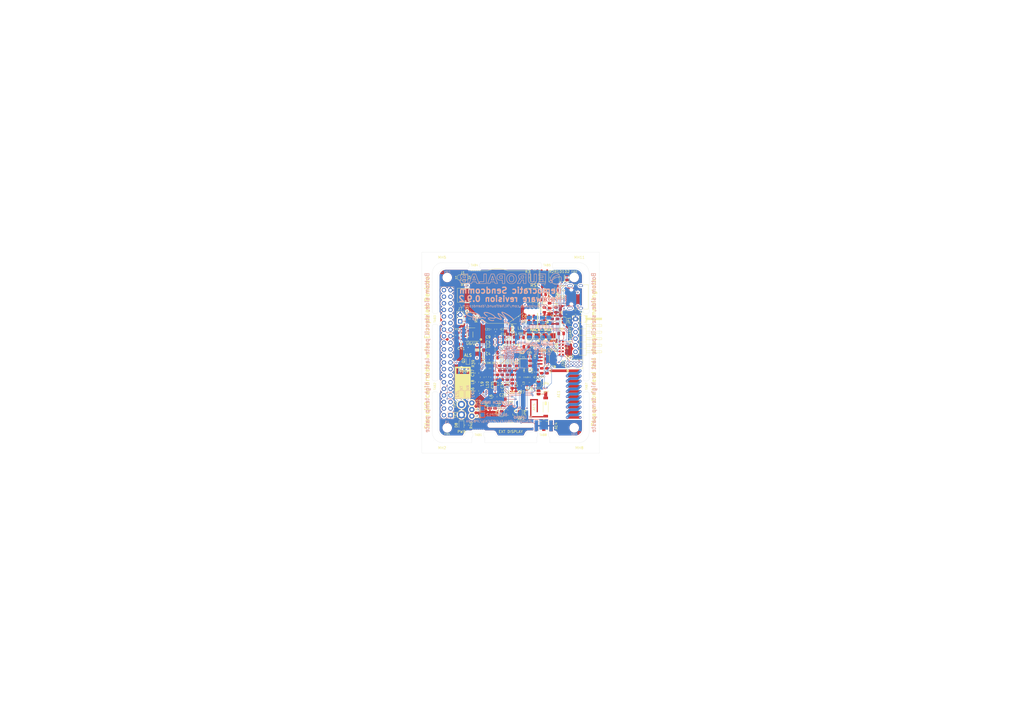
<source format=kicad_pcb>
(kicad_pcb (version 20171130) (host pcbnew 5.1.5+dfsg1-2build2)

  (general
    (thickness 1.6)
    (drawings 177)
    (tracks 1205)
    (zones 0)
    (modules 147)
    (nets 132)
  )

  (page A3)
  (title_block
    (title "Democratic Sendcomm")
    (date 2020-12-26)
    (rev 0.9.2)
    (company "Europalab Devices")
    (comment 1 "Copyright © 2020, Europalab Devices")
    (comment 2 "Fulfilling requirements of 20200210")
    (comment 3 "Pending quality assurance testing")
    (comment 4 "Release revision for manufacturing")
  )

  (layers
    (0 F.Cu signal)
    (1 In1.Cu power)
    (2 In2.Cu power)
    (31 B.Cu signal)
    (34 B.Paste user)
    (35 F.Paste user)
    (36 B.SilkS user)
    (37 F.SilkS user)
    (38 B.Mask user)
    (39 F.Mask user)
    (40 Dwgs.User user)
    (41 Cmts.User user)
    (44 Edge.Cuts user)
    (45 Margin user)
    (46 B.CrtYd user)
    (47 F.CrtYd user)
    (48 B.Fab user)
    (49 F.Fab user)
  )

  (setup
    (last_trace_width 0.09)
    (user_trace_width 0.1016)
    (user_trace_width 0.127)
    (user_trace_width 0.2)
    (trace_clearance 0.09)
    (zone_clearance 0.508)
    (zone_45_only no)
    (trace_min 0.09)
    (via_size 0.356)
    (via_drill 0.2)
    (via_min_size 0.356)
    (via_min_drill 0.2)
    (user_via 0.45 0.2)
    (user_via 0.6 0.3)
    (uvia_size 0.45)
    (uvia_drill 0.1)
    (uvias_allowed no)
    (uvia_min_size 0.45)
    (uvia_min_drill 0.1)
    (edge_width 0.1)
    (segment_width 0.1)
    (pcb_text_width 0.25)
    (pcb_text_size 1 1)
    (mod_edge_width 0.15)
    (mod_text_size 1 1)
    (mod_text_width 0.15)
    (pad_size 1 1.8)
    (pad_drill 0)
    (pad_to_mask_clearance 0)
    (aux_axis_origin 0 0)
    (visible_elements 7FFFFFFF)
    (pcbplotparams
      (layerselection 0x313fc_ffffffff)
      (usegerberextensions true)
      (usegerberattributes false)
      (usegerberadvancedattributes false)
      (creategerberjobfile false)
      (excludeedgelayer true)
      (linewidth 0.150000)
      (plotframeref false)
      (viasonmask false)
      (mode 1)
      (useauxorigin false)
      (hpglpennumber 1)
      (hpglpenspeed 20)
      (hpglpendiameter 15.000000)
      (psnegative false)
      (psa4output false)
      (plotreference true)
      (plotvalue true)
      (plotinvisibletext false)
      (padsonsilk false)
      (subtractmaskfromsilk false)
      (outputformat 1)
      (mirror false)
      (drillshape 0)
      (scaleselection 1)
      (outputdirectory "fabsingle"))
  )

  (net 0 "")
  (net 1 GND)
  (net 2 "Net-(AE1-Pad1)")
  (net 3 /Sheet5F53D5B4/RFSWPWR)
  (net 4 "Net-(C8-Pad1)")
  (net 5 /Sheet5F53D5B4/POWAMP)
  (net 6 "Net-(C13-Pad1)")
  (net 7 /Sheet5F53D5B4/HFOUT)
  (net 8 +3V3)
  (net 9 "Net-(C29-Pad1)")
  (net 10 /Sheet5F53D5B4/HPOUT)
  (net 11 /Sheet5F53D5B4/HFIN)
  (net 12 /Sheet5F53D5B4/BANDSEL)
  (net 13 "Net-(BT1-Pad1)")
  (net 14 /Sheet5F53D5B4/USB_BUS)
  (net 15 "Net-(C33-Pad1)")
  (net 16 "Net-(C34-Pad1)")
  (net 17 /Sheet5F53D5B4/CMDRST)
  (net 18 "Net-(D1-Pad2)")
  (net 19 "Net-(D1-Pad1)")
  (net 20 "Net-(D2-Pad1)")
  (net 21 "Net-(D2-Pad2)")
  (net 22 /Sheet5F53D5B4/USB_P)
  (net 23 /Sheet5F53D5B4/USB_N)
  (net 24 /Sheet60040980/ID_SD)
  (net 25 /Sheet60040980/ID_SC)
  (net 26 /Sheet5F53D5B4/SWDCLK)
  (net 27 "Net-(J3-Pad7)")
  (net 28 "Net-(J3-Pad8)")
  (net 29 "Net-(J4-Pad6)")
  (net 30 /Sheet5F53D5B4/CN_VBAT)
  (net 31 /Sheet5F53D5B4/XCEIV)
  (net 32 "Net-(AE5-Pad2)")
  (net 33 "Net-(C1-Pad1)")
  (net 34 "Net-(C7-Pad1)")
  (net 35 "Net-(C14-Pad1)")
  (net 36 "Net-(C17-Pad1)")
  (net 37 "Net-(C18-Pad2)")
  (net 38 "Net-(C19-Pad2)")
  (net 39 "Net-(C23-Pad2)")
  (net 40 "Net-(C23-Pad1)")
  (net 41 "Net-(C24-Pad1)")
  (net 42 "Net-(C24-Pad2)")
  (net 43 "Net-(C29-Pad2)")
  (net 44 "Net-(C33-Pad2)")
  (net 45 "Net-(C35-Pad2)")
  (net 46 "Net-(C40-Pad1)")
  (net 47 "Net-(J2-PadB5)")
  (net 48 "Net-(J2-PadA8)")
  (net 49 "Net-(J2-PadA5)")
  (net 50 "Net-(J2-PadB8)")
  (net 51 "Net-(J3-Pad2)")
  (net 52 "Net-(J3-Pad3)")
  (net 53 "Net-(J3-Pad4)")
  (net 54 "Net-(J3-Pad5)")
  (net 55 "Net-(J3-Pad10)")
  (net 56 "Net-(J3-Pad11)")
  (net 57 "Net-(J3-Pad12)")
  (net 58 "Net-(J3-Pad13)")
  (net 59 "Net-(J3-Pad15)")
  (net 60 "Net-(J3-Pad16)")
  (net 61 "Net-(J3-Pad18)")
  (net 62 "Net-(J3-Pad19)")
  (net 63 "Net-(J3-Pad21)")
  (net 64 "Net-(J3-Pad22)")
  (net 65 "Net-(J3-Pad23)")
  (net 66 "Net-(J3-Pad24)")
  (net 67 "Net-(J3-Pad26)")
  (net 68 "Net-(J3-Pad29)")
  (net 69 "Net-(J3-Pad31)")
  (net 70 "Net-(J3-Pad32)")
  (net 71 "Net-(J3-Pad33)")
  (net 72 "Net-(J3-Pad35)")
  (net 73 "Net-(J3-Pad36)")
  (net 74 "Net-(J3-Pad37)")
  (net 75 "Net-(J3-Pad38)")
  (net 76 "Net-(J3-Pad40)")
  (net 77 "Net-(J4-Pad7)")
  (net 78 "Net-(J4-Pad8)")
  (net 79 "Net-(J5-Pad2)")
  (net 80 "Net-(J5-Pad3)")
  (net 81 "Net-(J5-Pad6)")
  (net 82 "Net-(J6-Pad1)")
  (net 83 "Net-(L1-Pad2)")
  (net 84 "Net-(R3-Pad1)")
  (net 85 "Net-(R4-Pad1)")
  (net 86 "Net-(R4-Pad2)")
  (net 87 "Net-(U2-Pad5)")
  (net 88 "Net-(U3-PadG1)")
  (net 89 "Net-(U3-PadH1)")
  (net 90 "Net-(U3-PadE3)")
  (net 91 "Net-(U3-PadE4)")
  (net 92 "Net-(U3-PadF4)")
  (net 93 "Net-(U3-PadC7)")
  (net 94 "Net-(U3-PadD7)")
  (net 95 "Net-(U3-PadD8)")
  (net 96 "Net-(U5-Pad3)")
  (net 97 "Net-(U5-Pad4)")
  (net 98 "Net-(U8-Pad7)")
  (net 99 "Net-(U8-Pad3)")
  (net 100 "Net-(U8-Pad2)")
  (net 101 "Net-(U8-Pad1)")
  (net 102 "Net-(U9-Pad1)")
  (net 103 "Net-(U9-Pad2)")
  (net 104 "Net-(U9-Pad3)")
  (net 105 "Net-(U9-Pad7)")
  (net 106 /Sheet5F53D5B4/SWDIO)
  (net 107 "Net-(AE2-Pad1)")
  (net 108 "Net-(AE4-Pad1)")
  (net 109 "Net-(AE5-Pad1)")
  (net 110 "Net-(JP10-Pad1)")
  (net 111 "Net-(J6-Pad2)")
  (net 112 "Net-(J6-Pad3)")
  (net 113 "Net-(J6-Pad4)")
  (net 114 "Net-(J7-Pad1)")
  (net 115 "Net-(C95-Pad1)")
  (net 116 /TP_SCL)
  (net 117 /TP_SDA)
  (net 118 "Net-(J20-Pad6)")
  (net 119 "Net-(J20-Pad7)")
  (net 120 "Net-(J20-Pad8)")
  (net 121 "Net-(Q2-Pad2)")
  (net 122 EXT_UART_TX)
  (net 123 EXT_UART_RX)
  (net 124 "Net-(D8-Pad2)")
  (net 125 USB_TST)
  (net 126 "Net-(TP13-Pad1)")
  (net 127 "Net-(C94-Pad2)")
  (net 128 "Net-(C96-Pad1)")
  (net 129 /Sheet5F53D5B4/CRY_XIN-RSVD)
  (net 130 /Sheet5F53D5B4/CRY_XOUT-RSVD)
  (net 131 "Net-(C97-Pad1)")

  (net_class Default "This is the default net class."
    (clearance 0.09)
    (trace_width 0.09)
    (via_dia 0.356)
    (via_drill 0.2)
    (uvia_dia 0.45)
    (uvia_drill 0.1)
    (add_net +3V3)
    (add_net /Sheet5F53D5B4/BANDSEL)
    (add_net /Sheet5F53D5B4/CMDRST)
    (add_net /Sheet5F53D5B4/CN_VBAT)
    (add_net /Sheet5F53D5B4/CRY_XIN-RSVD)
    (add_net /Sheet5F53D5B4/CRY_XOUT-RSVD)
    (add_net /Sheet5F53D5B4/HFIN)
    (add_net /Sheet5F53D5B4/HFOUT)
    (add_net /Sheet5F53D5B4/HPOUT)
    (add_net /Sheet5F53D5B4/POWAMP)
    (add_net /Sheet5F53D5B4/RFSWPWR)
    (add_net /Sheet5F53D5B4/SWDCLK)
    (add_net /Sheet5F53D5B4/SWDIO)
    (add_net /Sheet5F53D5B4/USB_BUS)
    (add_net /Sheet5F53D5B4/USB_N)
    (add_net /Sheet5F53D5B4/USB_P)
    (add_net /Sheet5F53D5B4/XCEIV)
    (add_net /Sheet60040980/ID_SC)
    (add_net /Sheet60040980/ID_SD)
    (add_net /TP_SCL)
    (add_net /TP_SDA)
    (add_net EXT_UART_RX)
    (add_net EXT_UART_TX)
    (add_net GND)
    (add_net "Net-(AE1-Pad1)")
    (add_net "Net-(AE2-Pad1)")
    (add_net "Net-(AE4-Pad1)")
    (add_net "Net-(AE5-Pad1)")
    (add_net "Net-(AE5-Pad2)")
    (add_net "Net-(BT1-Pad1)")
    (add_net "Net-(C1-Pad1)")
    (add_net "Net-(C13-Pad1)")
    (add_net "Net-(C14-Pad1)")
    (add_net "Net-(C17-Pad1)")
    (add_net "Net-(C18-Pad2)")
    (add_net "Net-(C19-Pad2)")
    (add_net "Net-(C23-Pad1)")
    (add_net "Net-(C23-Pad2)")
    (add_net "Net-(C24-Pad1)")
    (add_net "Net-(C24-Pad2)")
    (add_net "Net-(C29-Pad1)")
    (add_net "Net-(C29-Pad2)")
    (add_net "Net-(C33-Pad1)")
    (add_net "Net-(C33-Pad2)")
    (add_net "Net-(C34-Pad1)")
    (add_net "Net-(C35-Pad2)")
    (add_net "Net-(C40-Pad1)")
    (add_net "Net-(C7-Pad1)")
    (add_net "Net-(C8-Pad1)")
    (add_net "Net-(C94-Pad2)")
    (add_net "Net-(C95-Pad1)")
    (add_net "Net-(C96-Pad1)")
    (add_net "Net-(C97-Pad1)")
    (add_net "Net-(D1-Pad1)")
    (add_net "Net-(D1-Pad2)")
    (add_net "Net-(D2-Pad1)")
    (add_net "Net-(D2-Pad2)")
    (add_net "Net-(D8-Pad2)")
    (add_net "Net-(J2-PadA5)")
    (add_net "Net-(J2-PadA8)")
    (add_net "Net-(J2-PadB5)")
    (add_net "Net-(J2-PadB8)")
    (add_net "Net-(J20-Pad6)")
    (add_net "Net-(J20-Pad7)")
    (add_net "Net-(J20-Pad8)")
    (add_net "Net-(J3-Pad10)")
    (add_net "Net-(J3-Pad11)")
    (add_net "Net-(J3-Pad12)")
    (add_net "Net-(J3-Pad13)")
    (add_net "Net-(J3-Pad15)")
    (add_net "Net-(J3-Pad16)")
    (add_net "Net-(J3-Pad18)")
    (add_net "Net-(J3-Pad19)")
    (add_net "Net-(J3-Pad2)")
    (add_net "Net-(J3-Pad21)")
    (add_net "Net-(J3-Pad22)")
    (add_net "Net-(J3-Pad23)")
    (add_net "Net-(J3-Pad24)")
    (add_net "Net-(J3-Pad26)")
    (add_net "Net-(J3-Pad29)")
    (add_net "Net-(J3-Pad3)")
    (add_net "Net-(J3-Pad31)")
    (add_net "Net-(J3-Pad32)")
    (add_net "Net-(J3-Pad33)")
    (add_net "Net-(J3-Pad35)")
    (add_net "Net-(J3-Pad36)")
    (add_net "Net-(J3-Pad37)")
    (add_net "Net-(J3-Pad38)")
    (add_net "Net-(J3-Pad4)")
    (add_net "Net-(J3-Pad40)")
    (add_net "Net-(J3-Pad5)")
    (add_net "Net-(J3-Pad7)")
    (add_net "Net-(J3-Pad8)")
    (add_net "Net-(J4-Pad6)")
    (add_net "Net-(J4-Pad7)")
    (add_net "Net-(J4-Pad8)")
    (add_net "Net-(J5-Pad2)")
    (add_net "Net-(J5-Pad3)")
    (add_net "Net-(J5-Pad6)")
    (add_net "Net-(J6-Pad1)")
    (add_net "Net-(J6-Pad2)")
    (add_net "Net-(J6-Pad3)")
    (add_net "Net-(J6-Pad4)")
    (add_net "Net-(J7-Pad1)")
    (add_net "Net-(JP10-Pad1)")
    (add_net "Net-(L1-Pad2)")
    (add_net "Net-(Q2-Pad2)")
    (add_net "Net-(R3-Pad1)")
    (add_net "Net-(R4-Pad1)")
    (add_net "Net-(R4-Pad2)")
    (add_net "Net-(TP13-Pad1)")
    (add_net "Net-(U2-Pad5)")
    (add_net "Net-(U3-PadC7)")
    (add_net "Net-(U3-PadD7)")
    (add_net "Net-(U3-PadD8)")
    (add_net "Net-(U3-PadE3)")
    (add_net "Net-(U3-PadE4)")
    (add_net "Net-(U3-PadF4)")
    (add_net "Net-(U3-PadG1)")
    (add_net "Net-(U3-PadH1)")
    (add_net "Net-(U5-Pad3)")
    (add_net "Net-(U5-Pad4)")
    (add_net "Net-(U8-Pad1)")
    (add_net "Net-(U8-Pad2)")
    (add_net "Net-(U8-Pad3)")
    (add_net "Net-(U8-Pad7)")
    (add_net "Net-(U9-Pad1)")
    (add_net "Net-(U9-Pad2)")
    (add_net "Net-(U9-Pad3)")
    (add_net "Net-(U9-Pad7)")
    (add_net USB_TST)
  )

  (net_class Power ""
    (clearance 0.2)
    (trace_width 0.5)
    (via_dia 1)
    (via_drill 0.7)
    (uvia_dia 0.5)
    (uvia_drill 0.1)
  )

  (module Elabdev:Panel_Mousetab_25mm_Single (layer F.Cu) (tedit 5CD9E502) (tstamp 5FEC726C)
    (at 222.5 179.75 90)
    (path /5CD9EB0D)
    (fp_text reference TAB8 (at 0 0) (layer F.SilkS)
      (effects (font (size 0.8 0.8) (thickness 0.13)))
    )
    (fp_text value Pantab (at -3.25 0 180) (layer F.Fab)
      (effects (font (size 1 1) (thickness 0.15)))
    )
    (fp_line (start 1.25 -2.2) (end 1.25 2.2) (layer F.Fab) (width 0.15))
    (fp_line (start -1.25 -2.2) (end -1.25 2.2) (layer F.Fab) (width 0.15))
    (fp_line (start 2.1 -2.6) (end 2.1 2.6) (layer F.CrtYd) (width 0.15))
    (fp_line (start 2.1 2.6) (end -2.1 2.6) (layer F.CrtYd) (width 0.15))
    (fp_line (start -2.1 2.6) (end -2.1 -2.6) (layer F.CrtYd) (width 0.15))
    (fp_line (start -2.1 -2.6) (end 2.1 -2.6) (layer F.CrtYd) (width 0.15))
    (pad "" np_thru_hole circle (at 1.35 2 90) (size 0.5 0.5) (drill 0.5) (layers *.Cu))
    (pad "" np_thru_hole circle (at 1.35 1.2 90) (size 0.5 0.5) (drill 0.5) (layers *.Cu))
    (pad "" np_thru_hole circle (at 1.35 0.4 90) (size 0.5 0.5) (drill 0.5) (layers *.Cu))
    (pad "" np_thru_hole circle (at 1.35 -0.4 90) (size 0.5 0.5) (drill 0.5) (layers *.Cu))
    (pad "" np_thru_hole circle (at 1.35 -1.2 90) (size 0.5 0.5) (drill 0.5) (layers *.Cu))
    (pad "" np_thru_hole circle (at 1.35 -2 90) (size 0.5 0.5) (drill 0.5) (layers *.Cu))
  )

  (module Capacitor_SMD:C_0805_2012Metric (layer F.Cu) (tedit 5B36C52B) (tstamp 5FEB8111)
    (at 211.5 143.0625 270)
    (descr "Capacitor SMD 0805 (2012 Metric), square (rectangular) end terminal, IPC_7351 nominal, (Body size source: https://docs.google.com/spreadsheets/d/1BsfQQcO9C6DZCsRaXUlFlo91Tg2WpOkGARC1WS5S8t0/edit?usp=sharing), generated with kicad-footprint-generator")
    (tags capacitor)
    (path /5F53D5B5/5F609CF5)
    (attr smd)
    (fp_text reference C19 (at -2.0625 0 180) (layer F.SilkS)
      (effects (font (size 0.7 0.7) (thickness 0.1)))
    )
    (fp_text value 15pF (at 0 1.65 90) (layer F.Fab)
      (effects (font (size 1 1) (thickness 0.15)))
    )
    (fp_line (start -1 0.6) (end -1 -0.6) (layer F.Fab) (width 0.1))
    (fp_line (start -1 -0.6) (end 1 -0.6) (layer F.Fab) (width 0.1))
    (fp_line (start 1 -0.6) (end 1 0.6) (layer F.Fab) (width 0.1))
    (fp_line (start 1 0.6) (end -1 0.6) (layer F.Fab) (width 0.1))
    (fp_line (start -0.258578 -0.71) (end 0.258578 -0.71) (layer F.SilkS) (width 0.12))
    (fp_line (start -0.258578 0.71) (end 0.258578 0.71) (layer F.SilkS) (width 0.12))
    (fp_line (start -1.68 0.95) (end -1.68 -0.95) (layer F.CrtYd) (width 0.05))
    (fp_line (start -1.68 -0.95) (end 1.68 -0.95) (layer F.CrtYd) (width 0.05))
    (fp_line (start 1.68 -0.95) (end 1.68 0.95) (layer F.CrtYd) (width 0.05))
    (fp_line (start 1.68 0.95) (end -1.68 0.95) (layer F.CrtYd) (width 0.05))
    (fp_text user %R (at 0 0 90) (layer F.Fab)
      (effects (font (size 0.5 0.5) (thickness 0.08)))
    )
    (pad 1 smd roundrect (at -0.9375 0 270) (size 0.975 1.4) (layers F.Cu F.Paste F.Mask) (roundrect_rratio 0.25)
      (net 1 GND))
    (pad 2 smd roundrect (at 0.9375 0 270) (size 0.975 1.4) (layers F.Cu F.Paste F.Mask) (roundrect_rratio 0.25)
      (net 38 "Net-(C19-Pad2)"))
    (model ${KISYS3DMOD}/Capacitor_SMD.3dshapes/C_0805_2012Metric.wrl
      (at (xyz 0 0 0))
      (scale (xyz 1 1 1))
      (rotate (xyz 0 0 0))
    )
  )

  (module Elabdev:Meinkuerz_sign_480dpi (layer B.Cu) (tedit 0) (tstamp 5FBE809B)
    (at 202 134 180)
    (fp_text reference G1 (at 0 0) (layer B.SilkS) hide
      (effects (font (size 1.524 1.524) (thickness 0.3)) (justify mirror))
    )
    (fp_text value Meinkuerzel_signature (at 0.75 0) (layer B.SilkS) hide
      (effects (font (size 1.524 1.524) (thickness 0.3)) (justify mirror))
    )
    (fp_poly (pts (xy 7.849084 1.675651) (xy 8.303148 1.632827) (xy 8.685942 1.550363) (xy 8.876057 1.481326)
      (xy 9.07938 1.34976) (xy 9.204465 1.178624) (xy 9.241225 0.986809) (xy 9.210768 0.854557)
      (xy 9.078684 0.643748) (xy 8.864557 0.429964) (xy 8.589687 0.233059) (xy 8.471807 0.165759)
      (xy 8.232808 0.053863) (xy 7.923436 -0.068816) (xy 7.576824 -0.190996) (xy 7.226108 -0.301392)
      (xy 6.904421 -0.388723) (xy 6.731621 -0.426811) (xy 6.398868 -0.490816) (xy 6.556265 -0.586535)
      (xy 6.736632 -0.743549) (xy 6.819572 -0.938245) (xy 6.82625 -1.022915) (xy 6.780462 -1.15416)
      (xy 6.660466 -1.295963) (xy 6.49231 -1.424979) (xy 6.30204 -1.517866) (xy 6.258842 -1.531402)
      (xy 6.0446 -1.569955) (xy 5.805186 -1.581627) (xy 5.582286 -1.566858) (xy 5.417587 -1.526091)
      (xy 5.409578 -1.522402) (xy 5.285381 -1.409276) (xy 5.232727 -1.237525) (xy 5.243042 -1.133742)
      (xy 5.545646 -1.133742) (xy 5.569322 -1.243922) (xy 5.599007 -1.270742) (xy 5.725804 -1.30367)
      (xy 5.911501 -1.301091) (xy 6.117136 -1.267785) (xy 6.303743 -1.20853) (xy 6.368163 -1.176419)
      (xy 6.483421 -1.090411) (xy 6.547775 -1.006994) (xy 6.550669 -0.996984) (xy 6.519163 -0.903747)
      (xy 6.404517 -0.814537) (xy 6.229026 -0.742568) (xy 6.060328 -0.706358) (xy 5.903418 -0.693399)
      (xy 5.806355 -0.717484) (xy 5.726223 -0.79035) (xy 5.718194 -0.79992) (xy 5.596762 -0.979847)
      (xy 5.545646 -1.133742) (xy 5.243042 -1.133742) (xy 5.253531 -1.028227) (xy 5.344918 -0.810631)
      (xy 5.442538 -0.642303) (xy 5.295353 -0.646487) (xy 5.12125 -0.625399) (xy 5.035885 -0.550663)
      (xy 5.027083 -0.501447) (xy 5.075804 -0.410776) (xy 5.222941 -0.351671) (xy 5.469958 -0.32355)
      (xy 5.476875 -0.323261) (xy 5.599677 -0.314345) (xy 5.697993 -0.289875) (xy 5.794712 -0.235966)
      (xy 5.912725 -0.138734) (xy 6.074923 0.015705) (xy 6.138333 0.077935) (xy 6.357426 0.284825)
      (xy 6.520758 0.415811) (xy 6.63982 0.476704) (xy 6.726105 0.473318) (xy 6.791106 0.411464)
      (xy 6.792772 0.408883) (xy 6.813029 0.349999) (xy 6.787897 0.281807) (xy 6.704882 0.184844)
      (xy 6.561666 0.048946) (xy 6.270625 -0.217166) (xy 6.532899 -0.183078) (xy 6.900304 -0.115245)
      (xy 7.289474 -0.008645) (xy 7.678243 0.127507) (xy 8.044445 0.283994) (xy 8.365914 0.451601)
      (xy 8.620483 0.621112) (xy 8.749193 0.738377) (xy 8.856936 0.865956) (xy 8.92727 0.965202)
      (xy 8.942916 1.001728) (xy 8.895983 1.084773) (xy 8.773369 1.176095) (xy 8.602358 1.259484)
      (xy 8.410231 1.318727) (xy 8.408998 1.318992) (xy 8.149682 1.354937) (xy 7.8128 1.371973)
      (xy 7.424917 1.370093) (xy 7.012599 1.349291) (xy 6.686734 1.319437) (xy 6.066773 1.222977)
      (xy 5.517194 1.081213) (xy 5.043989 0.897075) (xy 4.653152 0.673494) (xy 4.350673 0.413401)
      (xy 4.142546 0.119727) (xy 4.114637 0.061443) (xy 4.047094 -0.15251) (xy 4.06025 -0.336634)
      (xy 4.160207 -0.518581) (xy 4.270456 -0.644496) (xy 4.390411 -0.79173) (xy 4.431252 -0.900383)
      (xy 4.427296 -0.922309) (xy 4.357272 -0.99719) (xy 4.242023 -0.977517) (xy 4.082983 -0.863726)
      (xy 4.010682 -0.795217) (xy 3.879838 -0.680755) (xy 3.765594 -0.608691) (xy 3.712637 -0.594925)
      (xy 3.6215 -0.594723) (xy 3.455888 -0.585507) (xy 3.246599 -0.569127) (xy 3.175 -0.562633)
      (xy 2.951086 -0.544014) (xy 2.793821 -0.54282) (xy 2.664643 -0.565021) (xy 2.524987 -0.61659)
      (xy 2.371034 -0.687127) (xy 2.100169 -0.795663) (xy 1.89262 -0.837972) (xy 1.841867 -0.837015)
      (xy 1.72083 -0.812158) (xy 1.663036 -0.745697) (xy 1.637803 -0.635) (xy 1.623821 -0.491701)
      (xy 1.628566 -0.389706) (xy 1.630235 -0.383646) (xy 1.692219 -0.322789) (xy 1.789679 -0.330876)
      (xy 1.885465 -0.399867) (xy 1.916539 -0.445597) (xy 1.984375 -0.573694) (xy 2.371569 -0.384068)
      (xy 2.758764 -0.194442) (xy 3.165319 -0.256321) (xy 3.413597 -0.293214) (xy 3.576071 -0.310583)
      (xy 3.67165 -0.304292) (xy 3.719238 -0.270208) (xy 3.737742 -0.204195) (xy 3.744012 -0.129767)
      (xy 3.817818 0.177969) (xy 3.989413 0.470621) (xy 4.251219 0.74303) (xy 4.595656 0.99004)
      (xy 5.015149 1.206492) (xy 5.502117 1.387229) (xy 6.048984 1.527094) (xy 6.228561 1.561184)
      (xy 6.794861 1.64034) (xy 7.340678 1.678326) (xy 7.849084 1.675651)) (layer B.SilkS) (width 0.01))
    (fp_poly (pts (xy -4.580024 1.756567) (xy -4.544854 1.74305) (xy -4.466016 1.67622) (xy -4.437143 1.580417)
      (xy -4.461964 1.447967) (xy -4.544204 1.271201) (xy -4.68759 1.042447) (xy -4.895848 0.754033)
      (xy -5.172705 0.39829) (xy -5.237349 0.3175) (xy -5.411926 0.098408) (xy -5.577817 -0.112809)
      (xy -5.714811 -0.290245) (xy -5.794689 -0.396875) (xy -5.948296 -0.608542) (xy -5.791961 -0.468507)
      (xy -5.700695 -0.392772) (xy -5.541009 -0.266466) (xy -5.329307 -0.10231) (xy -5.081994 0.086977)
      (xy -4.815472 0.288675) (xy -4.815417 0.288716) (xy -4.345432 0.631252) (xy -3.946225 0.897872)
      (xy -3.615767 1.089474) (xy -3.352032 1.206955) (xy -3.152989 1.251211) (xy -3.016612 1.223138)
      (xy -2.940872 1.123633) (xy -2.939055 1.118116) (xy -2.92791 1.023519) (xy -2.955738 0.908417)
      (xy -3.029742 0.759005) (xy -3.157121 0.561475) (xy -3.345079 0.302021) (xy -3.409058 0.217037)
      (xy -3.654587 -0.113597) (xy -3.860834 -0.404313) (xy -4.022275 -0.646491) (xy -4.133388 -0.831509)
      (xy -4.188652 -0.950744) (xy -4.185335 -0.994958) (xy -4.120655 -0.981486) (xy -3.976478 -0.932768)
      (xy -3.770527 -0.855371) (xy -3.520529 -0.755864) (xy -3.349225 -0.685128) (xy -3.06462 -0.570045)
      (xy -2.797019 -0.469163) (xy -2.569108 -0.390505) (xy -2.403576 -0.342097) (xy -2.349431 -0.331513)
      (xy -2.183877 -0.291941) (xy -2.07811 -0.206425) (xy -2.041672 -0.151915) (xy -1.850086 0.096101)
      (xy -1.567603 0.354844) (xy -1.207453 0.616123) (xy -0.78287 0.87175) (xy -0.307084 1.113536)
      (xy 0.206672 1.333293) (xy 0.574448 1.467145) (xy 0.853452 1.556991) (xy 1.074831 1.61415)
      (xy 1.278935 1.645957) (xy 1.506112 1.659747) (xy 1.647661 1.662241) (xy 1.89537 1.661355)
      (xy 2.061526 1.650821) (xy 2.170245 1.626908) (xy 2.245641 1.585888) (xy 2.269431 1.566069)
      (xy 2.364656 1.413892) (xy 2.378536 1.21834) (xy 2.31231 1.002224) (xy 2.231511 0.867835)
      (xy 2.055394 0.653788) (xy 1.846452 0.444397) (xy 1.622129 0.252501) (xy 1.399873 0.090942)
      (xy 1.19713 -0.02744) (xy 1.031346 -0.089804) (xy 0.931657 -0.088852) (xy 0.853749 -0.025156)
      (xy 0.874571 0.06423) (xy 0.991583 0.174246) (xy 1.09802 0.242886) (xy 1.314624 0.387246)
      (xy 1.527802 0.560014) (xy 1.72429 0.746283) (xy 1.890825 0.931146) (xy 2.014146 1.099697)
      (xy 2.080988 1.237027) (xy 2.078088 1.32823) (xy 2.071165 1.336667) (xy 1.954541 1.387475)
      (xy 1.756832 1.400928) (xy 1.494763 1.380087) (xy 1.185063 1.328013) (xy 0.844457 1.247766)
      (xy 0.489674 1.142406) (xy 0.137439 1.014995) (xy -0.00172 0.957368) (xy -0.385109 0.777304)
      (xy -0.74297 0.581237) (xy -1.065571 0.377182) (xy -1.343179 0.173152) (xy -1.566062 -0.022838)
      (xy -1.724487 -0.202776) (xy -1.808722 -0.358647) (xy -1.809035 -0.482438) (xy -1.789329 -0.514562)
      (xy -1.69188 -0.558953) (xy -1.49842 -0.578536) (xy -1.2158 -0.573404) (xy -0.850872 -0.543648)
      (xy -0.464887 -0.496867) (xy -0.056607 -0.452123) (xy 0.260382 -0.442712) (xy 0.494773 -0.469264)
      (xy 0.655256 -0.532408) (xy 0.714552 -0.58228) (xy 0.776217 -0.725165) (xy 0.746162 -0.908878)
      (xy 0.632079 -1.115352) (xy 0.45893 -1.290216) (xy 0.2117 -1.450188) (xy -0.085638 -1.588107)
      (xy -0.409112 -1.696809) (xy -0.734748 -1.769134) (xy -1.038572 -1.797919) (xy -1.296612 -1.776003)
      (xy -1.42875 -1.731015) (xy -1.546706 -1.617759) (xy -1.577815 -1.519827) (xy -1.560687 -1.389395)
      (xy -1.486335 -1.336349) (xy -1.378138 -1.369493) (xy -1.317893 -1.421952) (xy -1.19986 -1.505637)
      (xy -1.092449 -1.534584) (xy -0.859949 -1.513387) (xy -0.579373 -1.457345) (xy -0.297878 -1.377776)
      (xy -0.068589 -1.288836) (xy 0.116249 -1.181832) (xy 0.284174 -1.050661) (xy 0.411262 -0.917533)
      (xy 0.473586 -0.804658) (xy 0.47625 -0.783054) (xy 0.425256 -0.757675) (xy 0.277287 -0.748743)
      (xy 0.039858 -0.755912) (xy -0.279513 -0.778835) (xy -0.673311 -0.817167) (xy -0.956033 -0.849048)
      (xy -1.308534 -0.882196) (xy -1.57585 -0.8857) (xy -1.774982 -0.85746) (xy -1.922933 -0.795374)
      (xy -2.017888 -0.717835) (xy -2.096716 -0.653738) (xy -2.190635 -0.62131) (xy -2.313833 -0.623423)
      (xy -2.480498 -0.662945) (xy -2.704818 -0.742748) (xy -3.00098 -0.865702) (xy -3.216817 -0.960383)
      (xy -3.585839 -1.11854) (xy -3.874386 -1.227749) (xy -4.094462 -1.290524) (xy -4.258069 -1.309381)
      (xy -4.377212 -1.286836) (xy -4.463891 -1.225404) (xy -4.466704 -1.222337) (xy -4.518051 -1.14061)
      (xy -4.530831 -1.040781) (xy -4.500098 -0.912213) (xy -4.420902 -0.744269) (xy -4.288295 -0.526313)
      (xy -4.097327 -0.247708) (xy -3.863138 0.07498) (xy -3.679345 0.325213) (xy -3.519393 0.545064)
      (xy -3.393108 0.720859) (xy -3.310313 0.838921) (xy -3.280834 0.885525) (xy -3.323557 0.888476)
      (xy -3.399896 0.869711) (xy -3.542096 0.805036) (xy -3.750284 0.678102) (xy -4.027571 0.486762)
      (xy -4.377062 0.228867) (xy -4.801868 -0.097732) (xy -4.81991 -0.111817) (xy -5.187034 -0.396401)
      (xy -5.482932 -0.620081) (xy -5.717862 -0.789492) (xy -5.902078 -0.911266) (xy -6.045837 -0.99204)
      (xy -6.159396 -1.038447) (xy -6.25301 -1.057121) (xy -6.283148 -1.058333) (xy -6.40378 -1.045849)
      (xy -6.450441 -0.994435) (xy -6.455563 -0.939271) (xy -6.445942 -0.865735) (xy -6.412644 -0.776476)
      (xy -6.348546 -0.66103) (xy -6.24652 -0.508935) (xy -6.099443 -0.309727) (xy -5.90019 -0.052942)
      (xy -5.641635 0.271882) (xy -5.570553 0.360397) (xy -5.363566 0.620769) (xy -5.174974 0.863504)
      (xy -5.016826 1.072659) (xy -4.901172 1.23229) (xy -4.84006 1.326453) (xy -4.839117 1.328251)
      (xy -4.786636 1.436383) (xy -4.790145 1.473528) (xy -4.856494 1.462433) (xy -4.877731 1.456477)
      (xy -4.973599 1.420322) (xy -5.140081 1.348706) (xy -5.352621 1.252468) (xy -5.55625 1.156974)
      (xy -6.094525 0.881508) (xy -6.644499 0.565345) (xy -7.182748 0.223911) (xy -7.685848 -0.12737)
      (xy -8.130378 -0.473072) (xy -8.424687 -0.732038) (xy -8.650145 -0.95487) (xy -8.800069 -1.131002)
      (xy -8.884377 -1.276175) (xy -8.912984 -1.406131) (xy -8.905425 -1.495188) (xy -8.906488 -1.61853)
      (xy -8.964006 -1.672137) (xy -9.075823 -1.672519) (xy -9.156792 -1.593028) (xy -9.200558 -1.456755)
      (xy -9.200763 -1.286789) (xy -9.151052 -1.106218) (xy -9.131299 -1.06447) (xy -9.024915 -0.913844)
      (xy -8.843627 -0.718433) (xy -8.601654 -0.490528) (xy -8.313213 -0.242422) (xy -7.992524 0.013592)
      (xy -7.653804 0.265222) (xy -7.3545 0.471681) (xy -6.896098 0.764541) (xy -6.449337 1.028776)
      (xy -6.024338 1.259805) (xy -5.631223 1.453048) (xy -5.280112 1.603926) (xy -4.981128 1.707858)
      (xy -4.744392 1.760265) (xy -4.580024 1.756567)) (layer B.SilkS) (width 0.01))
  )

  (module Elabdev:Panel_Mousetab_25mm_Single (layer F.Cu) (tedit 5CD9E59A) (tstamp 5FBE7343)
    (at 224 114.25 270)
    (path /5CD5C3A7)
    (fp_text reference TAB5 (at 0 0 180) (layer F.SilkS)
      (effects (font (size 0.8 0.8) (thickness 0.13)))
    )
    (fp_text value Pantab (at 0 -3.5 270) (layer F.Fab)
      (effects (font (size 1 1) (thickness 0.15)))
    )
    (fp_line (start -2.1 -2.6) (end 2.1 -2.6) (layer F.CrtYd) (width 0.15))
    (fp_line (start -2.1 2.6) (end -2.1 -2.6) (layer F.CrtYd) (width 0.15))
    (fp_line (start 2.1 2.6) (end -2.1 2.6) (layer F.CrtYd) (width 0.15))
    (fp_line (start 2.1 -2.6) (end 2.1 2.6) (layer F.CrtYd) (width 0.15))
    (fp_line (start -1.25 -2.2) (end -1.25 2.2) (layer F.Fab) (width 0.15))
    (fp_line (start 1.25 -2.2) (end 1.25 2.2) (layer F.Fab) (width 0.15))
    (pad "" np_thru_hole circle (at 1.35 -2 270) (size 0.5 0.5) (drill 0.5) (layers *.Cu))
    (pad "" np_thru_hole circle (at 1.35 -1.2 270) (size 0.5 0.5) (drill 0.5) (layers *.Cu))
    (pad "" np_thru_hole circle (at 1.35 -0.4 270) (size 0.5 0.5) (drill 0.5) (layers *.Cu))
    (pad "" np_thru_hole circle (at 1.35 0.4 270) (size 0.5 0.5) (drill 0.5) (layers *.Cu))
    (pad "" np_thru_hole circle (at 1.35 1.2 270) (size 0.5 0.5) (drill 0.5) (layers *.Cu))
    (pad "" np_thru_hole circle (at 1.35 2 270) (size 0.5 0.5) (drill 0.5) (layers *.Cu))
  )

  (module Elabdev:Elablogoslk-Gfx (layer B.Cu) (tedit 0) (tstamp 5FBDF7AF)
    (at 210 119.5 180)
    (fp_text reference G** (at 0 0) (layer B.SilkS) hide
      (effects (font (size 1.524 1.524) (thickness 0.3)) (justify mirror))
    )
    (fp_text value Elablogoslk (at 0.75 0) (layer B.SilkS) hide
      (effects (font (size 1.524 1.524) (thickness 0.3)) (justify mirror))
    )
    (fp_poly (pts (xy -15.405836 -0.675184) (xy -15.287483 -0.702055) (xy -15.188143 -0.754619) (xy -15.108772 -0.827765)
      (xy -15.050327 -0.916382) (xy -15.013763 -1.015359) (xy -15.000037 -1.119584) (xy -15.010104 -1.223945)
      (xy -15.04492 -1.323332) (xy -15.105441 -1.412633) (xy -15.192623 -1.486737) (xy -15.24833 -1.517344)
      (xy -15.356716 -1.550357) (xy -15.476625 -1.557984) (xy -15.592872 -1.539403) (xy -15.602283 -1.53653)
      (xy -15.678123 -1.497127) (xy -15.752493 -1.432517) (xy -15.815972 -1.352895) (xy -15.859141 -1.268459)
      (xy -15.864155 -1.2531) (xy -15.88425 -1.176683) (xy -15.891257 -1.117668) (xy -15.885212 -1.059627)
      (xy -15.866149 -0.986134) (xy -15.864727 -0.981328) (xy -15.815988 -0.8777) (xy -15.739972 -0.790432)
      (xy -15.643773 -0.72426) (xy -15.534487 -0.683915) (xy -15.419207 -0.674131) (xy -15.405836 -0.675184)) (layer B.Mask) (width 0.01))
    (fp_poly (pts (xy 17.476107 1.827609) (xy 17.687258 1.825899) (xy 17.865618 1.824237) (xy 18.014678 1.822477)
      (xy 18.137934 1.82047) (xy 18.238879 1.818068) (xy 18.321005 1.815122) (xy 18.387806 1.811484)
      (xy 18.442776 1.807007) (xy 18.489407 1.801541) (xy 18.531194 1.794939) (xy 18.57163 1.787052)
      (xy 18.6055 1.779685) (xy 18.771822 1.733432) (xy 18.923911 1.673315) (xy 19.054677 1.602656)
      (xy 19.157033 1.524776) (xy 19.164226 1.5179) (xy 19.246251 1.417951) (xy 19.315464 1.294688)
      (xy 19.365371 1.16053) (xy 19.377923 1.109275) (xy 19.39052 1.010407) (xy 19.393203 0.893754)
      (xy 19.386762 0.771789) (xy 19.371983 0.656983) (xy 19.349655 0.561808) (xy 19.341939 0.539811)
      (xy 19.283862 0.430962) (xy 19.19941 0.326298) (xy 19.097976 0.236127) (xy 19.019624 0.185927)
      (xy 18.914298 0.12941) (xy 18.968542 0.109123) (xy 19.093064 0.054672) (xy 19.194891 -0.009335)
      (xy 19.285933 -0.089714) (xy 19.390804 -0.214403) (xy 19.467199 -0.350129) (xy 19.516977 -0.501894)
      (xy 19.541997 -0.674698) (xy 19.545898 -0.789214) (xy 19.53245 -0.987132) (xy 19.491752 -1.163006)
      (xy 19.423278 -1.317328) (xy 19.326496 -1.450588) (xy 19.200879 -1.563277) (xy 19.045898 -1.655885)
      (xy 18.861023 -1.728905) (xy 18.645726 -1.782826) (xy 18.442214 -1.81358) (xy 18.390712 -1.817354)
      (xy 18.307346 -1.820878) (xy 18.196536 -1.82407) (xy 18.062704 -1.826851) (xy 17.910272 -1.829142)
      (xy 17.743659 -1.830864) (xy 17.567287 -1.831936) (xy 17.403536 -1.83228) (xy 16.528143 -1.832429)
      (xy 16.528143 -1.197429) (xy 17.471571 -1.197429) (xy 17.812474 -1.197429) (xy 17.960507 -1.19621)
      (xy 18.077011 -1.192363) (xy 18.166668 -1.185602) (xy 18.234157 -1.175639) (xy 18.257984 -1.170182)
      (xy 18.384709 -1.1231) (xy 18.482481 -1.054854) (xy 18.552639 -0.964254) (xy 18.589417 -0.8761)
      (xy 18.611394 -0.756961) (xy 18.608994 -0.636283) (xy 18.583832 -0.523232) (xy 18.537525 -0.426977)
      (xy 18.502598 -0.383459) (xy 18.44707 -0.333771) (xy 18.385424 -0.294593) (xy 18.312843 -0.264829)
      (xy 18.22451 -0.243381) (xy 18.115607 -0.229153) (xy 17.981316 -0.221046) (xy 17.816821 -0.217964)
      (xy 17.775464 -0.217851) (xy 17.471571 -0.217714) (xy 17.471571 -1.197429) (xy 16.528143 -1.197429)
      (xy 16.528143 1.197428) (xy 17.471571 1.197428) (xy 17.471571 0.417286) (xy 17.804933 0.417286)
      (xy 17.937918 0.418126) (xy 18.040036 0.420891) (xy 18.116671 0.425945) (xy 18.173209 0.433651)
      (xy 18.215035 0.444376) (xy 18.217426 0.445205) (xy 18.319056 0.498467) (xy 18.395331 0.575146)
      (xy 18.444205 0.67085) (xy 18.463631 0.781188) (xy 18.451564 0.901769) (xy 18.443884 0.931299)
      (xy 18.396902 1.030842) (xy 18.322562 1.110813) (xy 18.227195 1.165118) (xy 18.18819 1.177399)
      (xy 18.143627 1.184049) (xy 18.070672 1.189765) (xy 17.977218 1.19415) (xy 17.871155 1.196808)
      (xy 17.790109 1.197428) (xy 17.471571 1.197428) (xy 16.528143 1.197428) (xy 16.528143 1.835008)
      (xy 17.476107 1.827609)) (layer B.Mask) (width 0.01))
    (fp_poly (pts (xy 14.119941 1.828149) (xy 14.684369 1.823357) (xy 15.359475 0) (xy 16.034582 -1.823357)
      (xy 15.571079 -1.828205) (xy 15.445094 -1.82918) (xy 15.331429 -1.829406) (xy 15.235013 -1.828925)
      (xy 15.160777 -1.827781) (xy 15.11365 -1.826018) (xy 15.098562 -1.824039) (xy 15.090052 -1.80483)
      (xy 15.071782 -1.756797) (xy 15.045759 -1.68544) (xy 15.013987 -1.59626) (xy 14.978473 -1.494759)
      (xy 14.977731 -1.49262) (xy 14.865914 -1.170214) (xy 14.120645 -1.165479) (xy 13.375375 -1.160744)
      (xy 13.306737 -1.355979) (xy 13.272699 -1.452448) (xy 13.236904 -1.553325) (xy 13.204622 -1.643779)
      (xy 13.188986 -1.687286) (xy 13.139873 -1.823357) (xy 12.664678 -1.828197) (xy 12.53823 -1.828961)
      (xy 12.425118 -1.828639) (xy 12.329969 -1.827326) (xy 12.257408 -1.825117) (xy 12.212064 -1.822108)
      (xy 12.19843 -1.818559) (xy 12.205849 -1.799875) (xy 12.225002 -1.749455) (xy 12.255032 -1.669593)
      (xy 12.295087 -1.562586) (xy 12.34431 -1.430729) (xy 12.401847 -1.276318) (xy 12.466842 -1.101648)
      (xy 12.538441 -0.909015) (xy 12.615789 -0.700714) (xy 12.69803 -0.479041) (xy 12.702348 -0.467391)
      (xy 13.614056 -0.467391) (xy 13.61958 -0.47467) (xy 13.636172 -0.480187) (xy 13.66764 -0.484184)
      (xy 13.717795 -0.486904) (xy 13.790447 -0.488587) (xy 13.889405 -0.489478) (xy 14.01848 -0.489817)
      (xy 14.115143 -0.489857) (xy 14.270607 -0.489531) (xy 14.392961 -0.488457) (xy 14.485375 -0.486493)
      (xy 14.551022 -0.483496) (xy 14.59307 -0.479323) (xy 14.614692 -0.473831) (xy 14.619171 -0.467179)
      (xy 14.611769 -0.445613) (xy 14.593892 -0.393441) (xy 14.566814 -0.314385) (xy 14.53181 -0.212168)
      (xy 14.490155 -0.090515) (xy 14.443125 0.046852) (xy 14.391994 0.196209) (xy 14.367839 0.266773)
      (xy 14.315439 0.418794) (xy 14.266379 0.559098) (xy 14.221933 0.684192) (xy 14.183374 0.790582)
      (xy 14.151976 0.874778) (xy 14.129011 0.933285) (xy 14.115754 0.96261) (xy 14.11319 0.965273)
      (xy 14.105039 0.945854) (xy 14.08648 0.895813) (xy 14.058824 0.818867) (xy 14.023386 0.718735)
      (xy 13.981478 0.599134) (xy 13.934414 0.463783) (xy 13.883507 0.316398) (xy 13.865167 0.263071)
      (xy 13.813057 0.111504) (xy 13.764295 -0.030104) (xy 13.720215 -0.157901) (xy 13.682146 -0.268036)
      (xy 13.651421 -0.356659) (xy 13.629372 -0.419918) (xy 13.617329 -0.453964) (xy 13.615787 -0.458107)
      (xy 13.614056 -0.467391) (xy 12.702348 -0.467391) (xy 12.784311 -0.246291) (xy 12.842155 -0.090148)
      (xy 12.931409 0.150825) (xy 13.017702 0.38378) (xy 13.100126 0.606258) (xy 13.177768 0.815802)
      (xy 13.249717 1.009954) (xy 13.315063 1.186256) (xy 13.372895 1.34225) (xy 13.422301 1.47548)
      (xy 13.462371 1.583486) (xy 13.492193 1.663811) (xy 13.510857 1.713998) (xy 13.516223 1.728364)
      (xy 13.555513 1.832942) (xy 14.119941 1.828149)) (layer B.Mask) (width 0.01))
    (fp_poly (pts (xy 10.359571 -1.124857) (xy 12.028714 -1.124857) (xy 12.028714 -1.832429) (xy 9.416143 -1.832429)
      (xy 9.416143 1.832429) (xy 10.359571 1.832429) (xy 10.359571 -1.124857)) (layer B.Mask) (width 0.01))
    (fp_poly (pts (xy 8.199353 0.127) (xy 8.288425 -0.113439) (xy 8.374711 -0.34635) (xy 8.457277 -0.569212)
      (xy 8.535188 -0.7795) (xy 8.607508 -0.974691) (xy 8.673302 -1.152261) (xy 8.731636 -1.309687)
      (xy 8.781574 -1.444447) (xy 8.822182 -1.554015) (xy 8.852524 -1.63587) (xy 8.871666 -1.687486)
      (xy 8.876754 -1.701194) (xy 8.925739 -1.83303) (xy 8.45225 -1.828194) (xy 7.97876 -1.823357)
      (xy 7.866169 -1.496786) (xy 7.753577 -1.170214) (xy 6.263113 -1.160744) (xy 6.215979 -1.292479)
      (xy 6.18957 -1.366538) (xy 6.156119 -1.460694) (xy 6.120643 -1.560816) (xy 6.098384 -1.623786)
      (xy 6.027922 -1.823357) (xy 5.555303 -1.828192) (xy 5.082684 -1.833026) (xy 5.109 -1.764692)
      (xy 5.118841 -1.738485) (xy 5.140399 -1.680606) (xy 5.172801 -1.59341) (xy 5.215173 -1.479255)
      (xy 5.26664 -1.3405) (xy 5.32633 -1.1795) (xy 5.393368 -0.998613) (xy 5.46688 -0.800198)
      (xy 5.545992 -0.586611) (xy 5.590624 -0.466084) (xy 6.500383 -0.466084) (xy 6.503747 -0.473226)
      (xy 6.522197 -0.478851) (xy 6.559117 -0.48312) (xy 6.617891 -0.486194) (xy 6.701902 -0.488231)
      (xy 6.814535 -0.489393) (xy 6.959172 -0.489839) (xy 7.003143 -0.489857) (xy 7.158575 -0.489532)
      (xy 7.280898 -0.488459) (xy 7.373282 -0.486498) (xy 7.438898 -0.483504) (xy 7.480918 -0.479336)
      (xy 7.502511 -0.47385) (xy 7.506956 -0.467179) (xy 7.499509 -0.445611) (xy 7.481591 -0.393437)
      (xy 7.454479 -0.31438) (xy 7.419449 -0.212163) (xy 7.377777 -0.090513) (xy 7.33074 0.046847)
      (xy 7.279613 0.196192) (xy 7.255551 0.266494) (xy 7.203171 0.418497) (xy 7.154136 0.558793)
      (xy 7.109719 0.683886) (xy 7.071192 0.790281) (xy 7.039829 0.874483) (xy 7.016902 0.932996)
      (xy 7.003686 0.962326) (xy 7.001147 0.964994) (xy 6.993017 0.945656) (xy 6.974441 0.89568)
      (xy 6.946726 0.818758) (xy 6.911178 0.718582) (xy 6.869105 0.598844) (xy 6.821814 0.463236)
      (xy 6.770613 0.31545) (xy 6.749793 0.255094) (xy 6.697385 0.103053) (xy 6.648476 -0.038716)
      (xy 6.604368 -0.166446) (xy 6.566363 -0.276369) (xy 6.535764 -0.364717) (xy 6.513876 -0.427723)
      (xy 6.502 -0.461619) (xy 6.500383 -0.466084) (xy 5.590624 -0.466084) (xy 5.629831 -0.36021)
      (xy 5.717523 -0.123352) (xy 5.786688 0.0635) (xy 6.438059 1.823357) (xy 7.570937 1.823357)
      (xy 8.199353 0.127)) (layer B.Mask) (width 0.01))
    (fp_poly (pts (xy 3.261178 1.827277) (xy 3.480979 1.825468) (xy 3.667644 1.823588) (xy 3.824324 1.821528)
      (xy 3.954168 1.819181) (xy 4.060326 1.81644) (xy 4.145949 1.813196) (xy 4.214186 1.809344)
      (xy 4.268189 1.804775) (xy 4.311106 1.799382) (xy 4.346087 1.793058) (xy 4.360384 1.789806)
      (xy 4.57993 1.722356) (xy 4.770202 1.633466) (xy 4.931207 1.523128) (xy 5.062949 1.391336)
      (xy 5.165434 1.238084) (xy 5.238668 1.063365) (xy 5.282655 0.867172) (xy 5.297401 0.6495)
      (xy 5.297399 0.645705) (xy 5.288217 0.449129) (xy 5.259944 0.278882) (xy 5.210498 0.129241)
      (xy 5.137794 -0.005519) (xy 5.039749 -0.131121) (xy 4.999026 -0.174012) (xy 4.895224 -0.267312)
      (xy 4.781879 -0.345945) (xy 4.655594 -0.410816) (xy 4.512975 -0.462831) (xy 4.350626 -0.502892)
      (xy 4.165152 -0.531906) (xy 3.953157 -0.550777) (xy 3.711246 -0.56041) (xy 3.542393 -0.562141)
      (xy 3.229428 -0.562429) (xy 3.229428 -1.832429) (xy 2.286 -1.832429) (xy 2.286 1.161143)
      (xy 3.229428 1.161143) (xy 3.229428 0.124325) (xy 3.596821 0.130257) (xy 3.723136 0.132565)
      (xy 3.819164 0.135281) (xy 3.890902 0.139038) (xy 3.944349 0.144469) (xy 3.985502 0.152208)
      (xy 4.020359 0.16289) (xy 4.054919 0.177147) (xy 4.059313 0.17912) (xy 4.169998 0.247064)
      (xy 4.252769 0.337754) (xy 4.306977 0.449997) (xy 4.331976 0.582598) (xy 4.332071 0.68209)
      (xy 4.311044 0.815987) (xy 4.265746 0.924961) (xy 4.194448 1.012525) (xy 4.152688 1.046406)
      (xy 4.091383 1.0851) (xy 4.025279 1.114474) (xy 3.948479 1.135638) (xy 3.855086 1.149702)
      (xy 3.739205 1.157776) (xy 3.594939 1.16097) (xy 3.543117 1.161143) (xy 3.229428 1.161143)
      (xy 2.286 1.161143) (xy 2.286 1.834702) (xy 3.261178 1.827277)) (layer B.Mask) (width 0.01))
    (fp_poly (pts (xy -5.021036 1.832322) (xy -4.790545 1.831953) (xy -4.592718 1.830742) (xy -4.423936 1.828439)
      (xy -4.280582 1.824796) (xy -4.15904 1.819563) (xy -4.05569 1.812491) (xy -3.966916 1.80333)
      (xy -3.8891 1.791831) (xy -3.818625 1.777744) (xy -3.751873 1.760821) (xy -3.685226 1.740812)
      (xy -3.683 1.7401) (xy -3.505143 1.668202) (xy -3.35675 1.57546) (xy -3.237033 1.461065)
      (xy -3.145204 1.32421) (xy -3.080473 1.164086) (xy -3.065095 1.106714) (xy -3.052126 1.024859)
      (xy -3.044784 0.920167) (xy -3.043076 0.805447) (xy -3.04701 0.693506) (xy -3.056593 0.597152)
      (xy -3.064765 0.553367) (xy -3.122067 0.387982) (xy -3.210124 0.241735) (xy -3.328674 0.114934)
      (xy -3.477456 0.007885) (xy -3.57383 -0.043297) (xy -3.737708 -0.121173) (xy -3.668326 -0.14196)
      (xy -3.581385 -0.180968) (xy -3.486689 -0.24535) (xy -3.393008 -0.328178) (xy -3.309114 -0.42252)
      (xy -3.302741 -0.430815) (xy -3.267184 -0.483895) (xy -3.217707 -0.567269) (xy -3.155723 -0.678343)
      (xy -3.082645 -0.814521) (xy -2.999885 -0.973211) (xy -2.908856 -1.151818) (xy -2.893023 -1.183254)
      (xy -2.82288 -1.322987) (xy -2.758127 -1.452445) (xy -2.700522 -1.56808) (xy -2.651821 -1.666341)
      (xy -2.613784 -1.743682) (xy -2.588166 -1.796552) (xy -2.576727 -1.821403) (xy -2.576286 -1.822789)
      (xy -2.593653 -1.825316) (xy -2.642652 -1.827593) (xy -2.718631 -1.829528) (xy -2.816936 -1.831032)
      (xy -2.932915 -1.832014) (xy -3.061914 -1.832384) (xy -3.070679 -1.832385) (xy -3.565072 -1.832341)
      (xy -3.841286 -1.280998) (xy -3.935266 -1.094993) (xy -4.016708 -0.93913) (xy -4.088439 -0.810677)
      (xy -4.153287 -0.706904) (xy -4.214078 -0.625078) (xy -4.27364 -0.562471) (xy -4.334799 -0.51635)
      (xy -4.400382 -0.483984) (xy -4.473218 -0.462643) (xy -4.556132 -0.449597) (xy -4.651953 -0.442113)
      (xy -4.712607 -0.439322) (xy -4.934857 -0.43053) (xy -4.934857 -1.832429) (xy -5.878286 -1.832429)
      (xy -5.878286 0.194859) (xy -4.934857 0.194859) (xy -4.640036 0.20436) (xy -4.485926 0.211499)
      (xy -4.366408 0.22194) (xy -4.279926 0.23584) (xy -4.249825 0.243746) (xy -4.144318 0.293932)
      (xy -4.063726 0.369853) (xy -4.008771 0.470198) (xy -3.980174 0.593659) (xy -3.978435 0.736049)
      (xy -3.99804 0.857385) (xy -4.035625 0.958384) (xy -4.088688 1.032538) (xy -4.094482 1.037986)
      (xy -4.130735 1.063292) (xy -4.185257 1.093514) (xy -4.218877 1.109665) (xy -4.256325 1.124906)
      (xy -4.295556 1.136159) (xy -4.3433 1.144228) (xy -4.406282 1.149916) (xy -4.491232 1.154025)
      (xy -4.604875 1.15736) (xy -4.621893 1.157773) (xy -4.934857 1.165259) (xy -4.934857 0.194859)
      (xy -5.878286 0.194859) (xy -5.878286 1.832429) (xy -5.021036 1.832322)) (layer B.Mask) (width 0.01))
    (fp_poly (pts (xy -10.867571 1.124857) (xy -12.482286 1.124857) (xy -12.482286 0.435429) (xy -10.976429 0.435429)
      (xy -10.976429 -0.272143) (xy -12.482286 -0.272143) (xy -12.482286 -1.124857) (xy -10.813143 -1.124857)
      (xy -10.813143 -1.832429) (xy -13.425714 -1.832429) (xy -13.425714 1.832429) (xy -10.867571 1.832429)
      (xy -10.867571 1.124857)) (layer B.Mask) (width 0.01))
    (fp_poly (pts (xy -0.228978 1.89448) (xy -0.078724 1.888371) (xy 0.055719 1.876762) (xy 0.151065 1.86234)
      (xy 0.390616 1.801445) (xy 0.605048 1.717288) (xy 0.798897 1.607509) (xy 0.976703 1.469751)
      (xy 1.061357 1.38929) (xy 1.213795 1.212223) (xy 1.337717 1.01768) (xy 1.433707 0.804035)
      (xy 1.502349 0.569664) (xy 1.544225 0.31294) (xy 1.559919 0.032239) (xy 1.560072 0)
      (xy 1.5472 -0.283492) (xy 1.5082 -0.542822) (xy 1.442499 -0.779588) (xy 1.349522 -0.99539)
      (xy 1.228695 -1.191828) (xy 1.079444 -1.370501) (xy 1.061357 -1.389048) (xy 0.896512 -1.53709)
      (xy 0.720815 -1.65755) (xy 0.53061 -1.751843) (xy 0.322238 -1.821386) (xy 0.092042 -1.867598)
      (xy -0.163636 -1.891894) (xy -0.244929 -1.895095) (xy -0.344247 -1.897272) (xy -0.433738 -1.898118)
      (xy -0.505666 -1.897644) (xy -0.552295 -1.895858) (xy -0.562429 -1.894726) (xy -0.602523 -1.888187)
      (xy -0.665462 -1.878473) (xy -0.738175 -1.867598) (xy -0.743857 -1.866762) (xy -0.987164 -1.813977)
      (xy -1.214974 -1.730312) (xy -1.424808 -1.617574) (xy -1.614186 -1.477568) (xy -1.78063 -1.3121)
      (xy -1.92166 -1.122975) (xy -2.025001 -0.933616) (xy -2.105385 -0.721719) (xy -2.162321 -0.489395)
      (xy -2.195876 -0.243481) (xy -2.205744 0) (xy -1.222288 0) (xy -1.221796 -0.128993)
      (xy -1.219948 -0.228802) (xy -1.216185 -0.306517) (xy -1.20995 -0.369231) (xy -1.200684 -0.424036)
      (xy -1.187828 -0.478023) (xy -1.183354 -0.494518) (xy -1.114887 -0.688703) (xy -1.025572 -0.853973)
      (xy -0.916566 -0.989615) (xy -0.789032 -1.09492) (xy -0.644127 -1.169176) (xy -0.483013 -1.211671)
      (xy -0.306849 -1.221694) (xy -0.116795 -1.198534) (xy -0.057367 -1.18504) (xy 0.084118 -1.131346)
      (xy 0.213032 -1.045953) (xy 0.326853 -0.932026) (xy 0.423063 -0.79273) (xy 0.499138 -0.631233)
      (xy 0.55256 -0.450698) (xy 0.56112 -0.408214) (xy 0.584828 -0.229692) (xy 0.593933 -0.038244)
      (xy 0.588859 0.15539) (xy 0.57003 0.340473) (xy 0.537873 0.506266) (xy 0.522796 0.560199)
      (xy 0.450801 0.743853) (xy 0.357363 0.898533) (xy 0.243303 1.023688) (xy 0.109438 1.118771)
      (xy -0.043412 1.183232) (xy -0.214428 1.216521) (xy -0.402793 1.218089) (xy -0.451366 1.213587)
      (xy -0.615554 1.178187) (xy -0.763149 1.110952) (xy -0.893253 1.012766) (xy -1.004968 0.884509)
      (xy -1.097397 0.727063) (xy -1.169644 0.541309) (xy -1.183354 0.494518) (xy -1.197354 0.439443)
      (xy -1.207603 0.385605) (xy -1.214658 0.325911) (xy -1.21908 0.25327) (xy -1.221425 0.160591)
      (xy -1.222252 0.04078) (xy -1.222288 0) (xy -2.205744 0) (xy -2.206117 0.009184)
      (xy -2.193113 0.261761) (xy -2.156929 0.507413) (xy -2.097634 0.739303) (xy -2.015294 0.95059)
      (xy -2.006273 0.969348) (xy -1.884663 1.178429) (xy -1.737221 1.362156) (xy -1.564379 1.520214)
      (xy -1.366569 1.652289) (xy -1.144222 1.758066) (xy -0.897769 1.837229) (xy -0.781432 1.863623)
      (xy -0.671269 1.87966) (xy -0.535583 1.890138) (xy -0.384709 1.895074) (xy -0.228978 1.89448)) (layer B.Mask) (width 0.01))
    (fp_poly (pts (xy -6.826317 0.53975) (xy -6.827566 0.291846) (xy -6.828746 0.077441) (xy -6.829948 -0.106249)
      (xy -6.831263 -0.262012) (xy -6.83278 -0.392631) (xy -6.834591 -0.500893) (xy -6.836785 -0.589584)
      (xy -6.839454 -0.661489) (xy -6.842688 -0.719394) (xy -6.846576 -0.766085) (xy -6.85121 -0.804347)
      (xy -6.856681 -0.836965) (xy -6.863077 -0.866726) (xy -6.870491 -0.896416) (xy -6.8733 -0.907143)
      (xy -6.945951 -1.121606) (xy -7.044066 -1.310445) (xy -7.167245 -1.473259) (xy -7.315092 -1.609643)
      (xy -7.487208 -1.719196) (xy -7.683195 -1.801513) (xy -7.78606 -1.831342) (xy -7.99491 -1.872121)
      (xy -8.223254 -1.895786) (xy -8.458202 -1.901599) (xy -8.686866 -1.888819) (xy -8.721534 -1.885054)
      (xy -8.963638 -1.84308) (xy -9.179163 -1.776508) (xy -9.368393 -1.685132) (xy -9.531612 -1.568747)
      (xy -9.669105 -1.427148) (xy -9.781154 -1.260129) (xy -9.868045 -1.067486) (xy -9.873312 -1.052694)
      (xy -9.89064 -1.002703) (xy -9.90567 -0.956653) (xy -9.918583 -0.911642) (xy -9.929558 -0.86477)
      (xy -9.938774 -0.813136) (xy -9.94641 -0.75384) (xy -9.952646 -0.68398) (xy -9.957661 -0.600657)
      (xy -9.961634 -0.500969) (xy -9.964745 -0.382017) (xy -9.967173 -0.240898) (xy -9.969097 -0.074714)
      (xy -9.970696 0.119438) (xy -9.972151 0.344458) (xy -9.973434 0.566964) (xy -9.980598 1.832428)
      (xy -9.50787 1.832428) (xy -9.035143 1.832429) (xy -9.035006 0.639536) (xy -9.034686 0.395346)
      (xy -9.033808 0.170485) (xy -9.032401 -0.032809) (xy -9.030499 -0.2123) (xy -9.028133 -0.365749)
      (xy -9.025336 -0.490919) (xy -9.022138 -0.585571) (xy -9.018573 -0.647469) (xy -9.01636 -0.667414)
      (xy -8.977519 -0.830688) (xy -8.918726 -0.963883) (xy -8.839697 -1.067414) (xy -8.740148 -1.141696)
      (xy -8.670648 -1.172329) (xy -8.573978 -1.195565) (xy -8.459225 -1.207176) (xy -8.338386 -1.207365)
      (xy -8.223459 -1.196337) (xy -8.126439 -1.174296) (xy -8.095567 -1.162546) (xy -7.993559 -1.101899)
      (xy -7.911492 -1.018493) (xy -7.848023 -0.909845) (xy -7.801809 -0.773475) (xy -7.771504 -0.606899)
      (xy -7.765546 -0.553072) (xy -7.762345 -0.501945) (xy -7.759316 -0.41837) (xy -7.756513 -0.306182)
      (xy -7.75399 -0.169219) (xy -7.7518 -0.011318) (xy -7.749999 0.163684) (xy -7.748639 0.351952)
      (xy -7.747776 0.549647) (xy -7.747468 0.73025) (xy -7.747 1.832429) (xy -6.819926 1.832429)
      (xy -6.826317 0.53975)) (layer B.Mask) (width 0.01))
    (fp_poly (pts (xy -17.270857 2.058311) (xy -17.102743 2.039596) (xy -16.954974 2.011439) (xy -16.938388 2.007237)
      (xy -16.682976 1.922338) (xy -16.444847 1.807365) (xy -16.225908 1.664916) (xy -16.028068 1.497588)
      (xy -15.853234 1.30798) (xy -15.703315 1.098689) (xy -15.580218 0.872311) (xy -15.48585 0.631446)
      (xy -15.422121 0.37869) (xy -15.390938 0.116641) (xy -15.390801 -0.099786) (xy -15.397211 -0.193957)
      (xy -15.406041 -0.286438) (xy -15.415923 -0.364098) (xy -15.4221 -0.39964) (xy -15.442959 -0.499923)
      (xy -15.566749 -0.492929) (xy -15.69629 -0.496243) (xy -15.806108 -0.524692) (xy -15.905682 -0.581873)
      (xy -15.985309 -0.651692) (xy -16.069093 -0.751088) (xy -16.120703 -0.853346) (xy -16.143679 -0.967732)
      (xy -16.144231 -1.067409) (xy -16.120321 -1.203444) (xy -16.066076 -1.323863) (xy -16.008031 -1.399469)
      (xy -15.962886 -1.447295) (xy -16.094134 -1.560257) (xy -16.310437 -1.72361) (xy -16.545788 -1.859063)
      (xy -16.794158 -1.963425) (xy -16.940397 -2.008082) (xy -17.019918 -2.027472) (xy -17.094181 -2.041279)
      (xy -17.17315 -2.05063) (xy -17.266789 -2.056652) (xy -17.385063 -2.060472) (xy -17.408072 -2.060978)
      (xy -17.582144 -2.061629) (xy -17.721649 -2.055588) (xy -17.826043 -2.042881) (xy -17.828434 -2.042434)
      (xy -18.09035 -1.975071) (xy -18.339379 -1.875706) (xy -18.57251 -1.74658) (xy -18.786736 -1.589936)
      (xy -18.979046 -1.408016) (xy -19.14643 -1.203063) (xy -19.285879 -0.977319) (xy -19.303382 -0.943429)
      (xy -19.40388 -0.716746) (xy -19.473153 -0.493719) (xy -19.513584 -0.264321) (xy -19.527555 -0.018526)
      (xy -19.527603 0) (xy -19.523937 0.15642) (xy -19.511711 0.292381) (xy -19.488713 0.423151)
      (xy -19.452732 0.563998) (xy -19.439294 0.609771) (xy -19.395104 0.7569) (xy -19.299659 0.768363)
      (xy -19.217327 0.774864) (xy -19.109125 0.778584) (xy -18.985357 0.77962) (xy -18.856324 0.778069)
      (xy -18.73233 0.774028) (xy -18.623675 0.767594) (xy -18.559667 0.761405) (xy -18.346158 0.726115)
      (xy -18.114459 0.671283) (xy -17.874767 0.599973) (xy -17.637277 0.515246) (xy -17.412186 0.420167)
      (xy -17.391389 0.410506) (xy -17.192189 0.309102) (xy -16.979233 0.186332) (xy -16.762202 0.04853)
      (xy -16.550777 -0.09797) (xy -16.354639 -0.246832) (xy -16.234754 -0.346335) (xy -16.182789 -0.389353)
      (xy -16.140243 -0.420967) (xy -16.115285 -0.435171) (xy -16.113595 -0.435429) (xy -16.098753 -0.418839)
      (xy -16.08788 -0.374973) (xy -16.081591 -0.312682) (xy -16.080498 -0.240821) (xy -16.085215 -0.168243)
      (xy -16.09198 -0.123374) (xy -16.144244 0.049757) (xy -16.231957 0.220297) (xy -16.354341 0.387676)
      (xy -16.510616 0.551322) (xy -16.700002 0.710665) (xy -16.92172 0.865135) (xy -17.17499 1.014159)
      (xy -17.459033 1.157168) (xy -17.773069 1.293591) (xy -18.116318 1.422856) (xy -18.278929 1.47815)
      (xy -18.388878 1.514177) (xy -18.490967 1.547257) (xy -18.578701 1.575313) (xy -18.645583 1.596269)
      (xy -18.68512 1.608052) (xy -18.687143 1.608599) (xy -18.750643 1.625466) (xy -18.659929 1.691696)
      (xy -18.496644 1.795397) (xy -18.30896 1.88838) (xy -18.108236 1.966085) (xy -17.905832 2.023954)
      (xy -17.765054 2.050834) (xy -17.615233 2.064627) (xy -17.446094 2.066887) (xy -17.270857 2.058311)) (layer B.Mask) (width 0.01))
    (fp_poly (pts (xy 17.917836 1.28629) (xy 18.054785 1.279804) (xy 18.165087 1.267294) (xy 18.253486 1.247368)
      (xy 18.324731 1.218633) (xy 18.383566 1.179699) (xy 18.434739 1.129175) (xy 18.476528 1.07498)
      (xy 18.504025 1.031532) (xy 18.521261 0.989192) (xy 18.531376 0.93622) (xy 18.537511 0.86088)
      (xy 18.538464 0.84349) (xy 18.537958 0.720191) (xy 18.520204 0.622334) (xy 18.482677 0.542196)
      (xy 18.422848 0.472055) (xy 18.414344 0.464209) (xy 18.370632 0.426221) (xy 18.330198 0.396654)
      (xy 18.287703 0.374358) (xy 18.237806 0.358182) (xy 18.175166 0.346978) (xy 18.094443 0.339595)
      (xy 17.990296 0.334883) (xy 17.857385 0.331693) (xy 17.793607 0.330563) (xy 17.380857 0.323601)
      (xy 17.380857 0.729383) (xy 17.56512 0.729383) (xy 17.565212 0.64451) (xy 17.566495 0.578701)
      (xy 17.568875 0.538977) (xy 17.570281 0.531476) (xy 17.592055 0.520343) (xy 17.642672 0.512548)
      (xy 17.714852 0.507986) (xy 17.801316 0.506549) (xy 17.894785 0.50813) (xy 17.98798 0.512623)
      (xy 18.073622 0.519919) (xy 18.14443 0.529914) (xy 18.187794 0.540544) (xy 18.272117 0.582877)
      (xy 18.327185 0.643869) (xy 18.355424 0.727116) (xy 18.360543 0.796433) (xy 18.348404 0.904009)
      (xy 18.311217 0.986622) (xy 18.247726 1.046703) (xy 18.2245 1.060112) (xy 18.193142 1.074475)
      (xy 18.159093 1.084668) (xy 18.115636 1.091387) (xy 18.056053 1.095326) (xy 17.973626 1.097179)
      (xy 17.861643 1.097643) (xy 17.571357 1.097643) (xy 17.566315 0.826297) (xy 17.56512 0.729383)
      (xy 17.380857 0.729383) (xy 17.380857 1.288143) (xy 17.749493 1.288143) (xy 17.917836 1.28629)) (layer B.SilkS) (width 0.01))
    (fp_poly (pts (xy 17.68475 -0.127322) (xy 17.877097 -0.129458) (xy 18.03749 -0.136052) (xy 18.170089 -0.14805)
      (xy 18.279056 -0.166399) (xy 18.36855 -0.192045) (xy 18.442734 -0.225937) (xy 18.505768 -0.269019)
      (xy 18.561812 -0.322239) (xy 18.567122 -0.328076) (xy 18.630512 -0.413985) (xy 18.670957 -0.50888)
      (xy 18.691232 -0.621399) (xy 18.694842 -0.725714) (xy 18.677935 -0.871409) (xy 18.630791 -0.9974)
      (xy 18.554075 -1.102703) (xy 18.448456 -1.186334) (xy 18.350027 -1.234497) (xy 18.313242 -1.247952)
      (xy 18.276743 -1.258357) (xy 18.235037 -1.266222) (xy 18.182629 -1.272051) (xy 18.114025 -1.276354)
      (xy 18.023731 -1.279637) (xy 17.906251 -1.282407) (xy 17.81175 -1.284191) (xy 17.380857 -1.291917)
      (xy 17.380857 -0.704548) (xy 17.562286 -0.704548) (xy 17.562912 -0.818333) (xy 17.564662 -0.919775)
      (xy 17.56734 -1.003282) (xy 17.570755 -1.063261) (xy 17.57471 -1.09412) (xy 17.575893 -1.096785)
      (xy 17.599123 -1.10204) (xy 17.651483 -1.104745) (xy 17.725926 -1.10518) (xy 17.815407 -1.103622)
      (xy 17.912878 -1.100348) (xy 18.011294 -1.095636) (xy 18.103609 -1.089763) (xy 18.182776 -1.083008)
      (xy 18.24175 -1.075649) (xy 18.269857 -1.069441) (xy 18.372131 -1.019227) (xy 18.445362 -0.949066)
      (xy 18.490921 -0.856888) (xy 18.510181 -0.740622) (xy 18.51105 -0.705457) (xy 18.497542 -0.583062)
      (xy 18.456802 -0.484556) (xy 18.388504 -0.409483) (xy 18.292323 -0.357388) (xy 18.253848 -0.345005)
      (xy 18.213991 -0.338923) (xy 18.14545 -0.333689) (xy 18.055824 -0.329671) (xy 17.952712 -0.327237)
      (xy 17.87525 -0.326673) (xy 17.562286 -0.326572) (xy 17.562286 -0.704548) (xy 17.380857 -0.704548)
      (xy 17.380857 -0.127) (xy 17.68475 -0.127322)) (layer B.SilkS) (width 0.01))
    (fp_poly (pts (xy 14.121277 1.222939) (xy 14.139569 1.177499) (xy 14.167285 1.103946) (xy 14.203299 1.005403)
      (xy 14.246485 0.884992) (xy 14.29572 0.745835) (xy 14.349877 0.591055) (xy 14.407831 0.423773)
      (xy 14.432643 0.351674) (xy 14.491932 0.179065) (xy 14.547704 0.016714) (xy 14.598838 -0.132122)
      (xy 14.644217 -0.264186) (xy 14.68272 -0.376222) (xy 14.713228 -0.464971) (xy 14.734623 -0.527178)
      (xy 14.745784 -0.559586) (xy 14.747119 -0.563436) (xy 14.731103 -0.568092) (xy 14.681055 -0.572105)
      (xy 14.599223 -0.575414) (xy 14.487856 -0.577957) (xy 14.349204 -0.579674) (xy 14.185514 -0.580502)
      (xy 14.117417 -0.580571) (xy 13.481668 -0.580571) (xy 13.550179 -0.382995) (xy 13.752286 -0.382995)
      (xy 13.769527 -0.387914) (xy 13.817649 -0.392225) (xy 13.891247 -0.39569) (xy 13.984918 -0.398066)
      (xy 14.093258 -0.399114) (xy 14.115143 -0.399143) (xy 14.245154 -0.398608) (xy 14.342499 -0.396854)
      (xy 14.410781 -0.393655) (xy 14.453605 -0.388786) (xy 14.474576 -0.382022) (xy 14.478196 -0.376464)
      (xy 14.472592 -0.350253) (xy 14.456769 -0.296749) (xy 14.432498 -0.220971) (xy 14.401551 -0.127939)
      (xy 14.365696 -0.022673) (xy 14.326704 0.089808) (xy 14.286347 0.204483) (xy 14.246393 0.316334)
      (xy 14.208614 0.42034) (xy 14.174779 0.511481) (xy 14.14666 0.584739) (xy 14.126026 0.635093)
      (xy 14.114648 0.657524) (xy 14.11333 0.658087) (xy 14.104503 0.638312) (xy 14.085886 0.589371)
      (xy 14.059288 0.516479) (xy 14.02652 0.424854) (xy 13.989388 0.31971) (xy 13.949703 0.206264)
      (xy 13.909273 0.089732) (xy 13.869907 -0.02467) (xy 13.833414 -0.131725) (xy 13.801604 -0.226219)
      (xy 13.776283 -0.302935) (xy 13.759263 -0.356657) (xy 13.752351 -0.382169) (xy 13.752286 -0.382995)
      (xy 13.550179 -0.382995) (xy 13.596483 -0.249464) (xy 13.632184 -0.146279) (xy 13.676964 -0.016496)
      (xy 13.72816 0.132149) (xy 13.78311 0.29192) (xy 13.839153 0.455081) (xy 13.893627 0.613895)
      (xy 13.907075 0.653143) (xy 13.954158 0.790045) (xy 13.997809 0.915927) (xy 14.036575 1.026684)
      (xy 14.069005 1.118214) (xy 14.09365 1.186412) (xy 14.109057 1.227174) (xy 14.113533 1.237145)
      (xy 14.121277 1.222939)) (layer B.SilkS) (width 0.01))
    (fp_poly (pts (xy 7.009104 1.222935) (xy 7.027411 1.177482) (xy 7.055126 1.103908) (xy 7.091127 1.005334)
      (xy 7.134289 0.884879) (xy 7.183489 0.745666) (xy 7.237604 0.590814) (xy 7.29551 0.423444)
      (xy 7.320643 0.350304) (xy 7.379884 0.177599) (xy 7.435614 0.015195) (xy 7.486717 -0.133657)
      (xy 7.532076 -0.265709) (xy 7.570575 -0.377713) (xy 7.601097 -0.46642) (xy 7.622526 -0.528581)
      (xy 7.633746 -0.560946) (xy 7.635119 -0.564806) (xy 7.619103 -0.568506) (xy 7.570757 -0.571889)
      (xy 7.494034 -0.574854) (xy 7.392888 -0.577303) (xy 7.271274 -0.579136) (xy 7.133146 -0.580256)
      (xy 7.005309 -0.580571) (xy 6.369451 -0.580571) (xy 6.437761 -0.382739) (xy 6.640286 -0.382739)
      (xy 6.657585 -0.387871) (xy 6.706114 -0.392305) (xy 6.780819 -0.395812) (xy 6.876647 -0.398163)
      (xy 6.988546 -0.399131) (xy 7.003143 -0.399143) (xy 7.133127 -0.398609) (xy 7.230445 -0.396857)
      (xy 7.298702 -0.393662) (xy 7.341504 -0.388798) (xy 7.362457 -0.38204) (xy 7.366067 -0.376464)
      (xy 7.360381 -0.350266) (xy 7.344441 -0.296776) (xy 7.320027 -0.221016) (xy 7.288918 -0.128009)
      (xy 7.252894 -0.022775) (xy 7.213731 0.089663) (xy 7.173211 0.204285) (xy 7.133111 0.316067)
      (xy 7.09521 0.419989) (xy 7.061287 0.511028) (xy 7.033121 0.584164) (xy 7.012492 0.634373)
      (xy 7.001177 0.656636) (xy 6.999915 0.657173) (xy 6.991125 0.637536) (xy 6.972575 0.588723)
      (xy 6.94607 0.515949) (xy 6.913413 0.424431) (xy 6.876408 0.319386) (xy 6.83686 0.206031)
      (xy 6.796572 0.089582) (xy 6.757349 -0.024744) (xy 6.720994 -0.13173) (xy 6.689313 -0.22616)
      (xy 6.664108 -0.302817) (xy 6.647184 -0.356485) (xy 6.640345 -0.381947) (xy 6.640286 -0.382739)
      (xy 6.437761 -0.382739) (xy 6.515103 -0.15875) (xy 6.56389 -0.017316) (xy 6.620546 0.147163)
      (xy 6.681187 0.3234) (xy 6.741931 0.500109) (xy 6.798896 0.666004) (xy 6.825601 0.743857)
      (xy 6.868787 0.869149) (xy 6.908519 0.98316) (xy 6.943194 1.081393) (xy 6.971211 1.159348)
      (xy 6.990966 1.212526) (xy 7.000856 1.236427) (xy 7.001331 1.237146) (xy 7.009104 1.222935)) (layer B.SilkS) (width 0.01))
    (fp_poly (pts (xy 3.469821 1.25172) (xy 3.639453 1.249943) (xy 3.777717 1.244388) (xy 3.889387 1.234487)
      (xy 3.97924 1.219671) (xy 4.05205 1.199373) (xy 4.107012 1.175919) (xy 4.20351 1.119377)
      (xy 4.274558 1.057688) (xy 4.330625 0.980547) (xy 4.358698 0.928143) (xy 4.386927 0.867671)
      (xy 4.404373 0.817864) (xy 4.413558 0.766132) (xy 4.417003 0.699888) (xy 4.417343 0.635381)
      (xy 4.415033 0.54058) (xy 4.40758 0.470903) (xy 4.393344 0.415356) (xy 4.379391 0.381)
      (xy 4.30689 0.260497) (xy 4.21178 0.167276) (xy 4.160013 0.132901) (xy 4.101562 0.102304)
      (xy 4.03976 0.07869) (xy 3.969016 0.061238) (xy 3.883741 0.049123) (xy 3.778344 0.041522)
      (xy 3.647235 0.037612) (xy 3.506107 0.036569) (xy 3.138714 0.036286) (xy 3.138714 0.217714)
      (xy 3.319474 0.217714) (xy 3.588658 0.217714) (xy 3.724055 0.219535) (xy 3.828565 0.225268)
      (xy 3.907418 0.235318) (xy 3.952931 0.245952) (xy 4.064296 0.295777) (xy 4.149888 0.369752)
      (xy 4.207908 0.464789) (xy 4.236555 0.577799) (xy 4.23403 0.705695) (xy 4.231259 0.7236)
      (xy 4.196708 0.839804) (xy 4.13642 0.930844) (xy 4.049545 0.997964) (xy 4.040041 1.003057)
      (xy 3.966856 1.029431) (xy 3.864473 1.049521) (xy 3.739561 1.062525) (xy 3.598793 1.067643)
      (xy 3.510643 1.066628) (xy 3.329214 1.061357) (xy 3.324344 0.639536) (xy 3.319474 0.217714)
      (xy 3.138714 0.217714) (xy 3.138714 1.251857) (xy 3.469821 1.25172)) (layer B.SilkS) (width 0.01))
    (fp_poly (pts (xy -4.748893 1.25172) (xy -4.559352 1.248116) (xy -4.401825 1.236609) (xy -4.272639 1.215848)
      (xy -4.168118 1.184484) (xy -4.08459 1.141166) (xy -4.018379 1.084545) (xy -3.965811 1.013271)
      (xy -3.934517 0.9525) (xy -3.912616 0.894379) (xy -3.899826 0.832542) (xy -3.894092 0.754357)
      (xy -3.893196 0.6985) (xy -3.901781 0.551017) (xy -3.929914 0.430791) (xy -3.97935 0.33346)
      (xy -4.051842 0.254657) (xy -4.080489 0.23243) (xy -4.134998 0.197795) (xy -4.193639 0.171348)
      (xy -4.262099 0.152095) (xy -4.346064 0.139043) (xy -4.451222 0.131199) (xy -4.583258 0.12757)
      (xy -4.68415 0.127) (xy -5.025572 0.127) (xy -5.025572 0.308429) (xy -4.844879 0.308429)
      (xy -4.611947 0.308429) (xy -4.463964 0.311908) (xy -4.351524 0.32235) (xy -4.286369 0.335941)
      (xy -4.200675 0.373113) (xy -4.138882 0.428683) (xy -4.098966 0.506327) (xy -4.078909 0.609718)
      (xy -4.075915 0.718603) (xy -4.09141 0.834003) (xy -4.132387 0.923963) (xy -4.199746 0.989733)
      (xy -4.294387 1.03256) (xy -4.303907 1.035233) (xy -4.350131 1.04304) (xy -4.422652 1.049937)
      (xy -4.511483 1.055172) (xy -4.605431 1.057973) (xy -4.835072 1.061357) (xy -4.839975 0.684893)
      (xy -4.844879 0.308429) (xy -5.025572 0.308429) (xy -5.025572 1.251857) (xy -4.748893 1.25172)) (layer B.SilkS) (width 0.01))
    (fp_poly (pts (xy -0.142398 1.293463) (xy 0.024867 1.254036) (xy 0.172149 1.186568) (xy 0.302524 1.089623)
      (xy 0.41907 0.961765) (xy 0.426631 0.951832) (xy 0.519148 0.804754) (xy 0.58968 0.63735)
      (xy 0.63892 0.446978) (xy 0.667562 0.230994) (xy 0.676323 0) (xy 0.673196 -0.168269)
      (xy 0.662767 -0.310503) (xy 0.643462 -0.436496) (xy 0.613709 -0.556043) (xy 0.571936 -0.67894)
      (xy 0.563982 -0.699699) (xy 0.481161 -0.86925) (xy 0.375 -1.014254) (xy 0.247987 -1.13247)
      (xy 0.102613 -1.221656) (xy -0.058636 -1.279569) (xy -0.087072 -1.286064) (xy -0.181882 -1.299098)
      (xy -0.295056 -1.304288) (xy -0.412669 -1.301865) (xy -0.520799 -1.29206) (xy -0.596816 -1.277574)
      (xy -0.758614 -1.215966) (xy -0.902124 -1.123795) (xy -1.026333 -1.002409) (xy -1.13023 -0.853154)
      (xy -1.212801 -0.677376) (xy -1.273035 -0.476423) (xy -1.297973 -0.344714) (xy -1.317523 -0.157129)
      (xy -1.321776 0.03894) (xy -1.319088 0.089237) (xy -1.138305 0.089237) (xy -1.137369 -0.126739)
      (xy -1.114624 -0.332425) (xy -1.070915 -0.522167) (xy -1.007084 -0.690309) (xy -0.952748 -0.789214)
      (xy -0.856844 -0.910573) (xy -0.740847 -1.00905) (xy -0.611589 -1.079515) (xy -0.53096 -1.106099)
      (xy -0.446071 -1.118252) (xy -0.339824 -1.120426) (xy -0.225476 -1.113529) (xy -0.116285 -1.098471)
      (xy -0.025507 -1.07616) (xy -0.009205 -1.070323) (xy 0.108861 -1.006051) (xy 0.216671 -0.910803)
      (xy 0.310638 -0.789269) (xy 0.387179 -0.646139) (xy 0.442709 -0.486103) (xy 0.445453 -0.475435)
      (xy 0.469064 -0.352468) (xy 0.485322 -0.206355) (xy 0.493409 -0.049644) (xy 0.492509 0.105118)
      (xy 0.48822 0.180613) (xy 0.461955 0.388456) (xy 0.416876 0.567864) (xy 0.351698 0.72217)
      (xy 0.265138 0.85471) (xy 0.200713 0.926871) (xy 0.117737 1.001173) (xy 0.034832 1.054148)
      (xy -0.056426 1.088811) (xy -0.16446 1.108173) (xy -0.297696 1.115247) (xy -0.326571 1.115451)
      (xy -0.420698 1.114782) (xy -0.488437 1.111445) (xy -0.539668 1.103929) (xy -0.584269 1.090725)
      (xy -0.63212 1.070321) (xy -0.637177 1.067961) (xy -0.775729 0.984032) (xy -0.891719 0.872529)
      (xy -0.985388 0.733071) (xy -1.05698 0.565273) (xy -1.106737 0.368752) (xy -1.11659 0.309848)
      (xy -1.138305 0.089237) (xy -1.319088 0.089237) (xy -1.311373 0.233595) (xy -1.286953 0.416943)
      (xy -1.249159 0.579086) (xy -1.2354 0.621852) (xy -1.154666 0.810239) (xy -1.053645 0.96897)
      (xy -0.932844 1.097662) (xy -0.792773 1.195926) (xy -0.633939 1.263379) (xy -0.456853 1.299633)
      (xy -0.332724 1.306286) (xy -0.142398 1.293463)) (layer B.SilkS) (width 0.01))
    (fp_poly (pts (xy 17.376321 1.936112) (xy 17.575843 1.93377) (xy 17.763562 1.930852) (xy 17.935943 1.927453)
      (xy 18.089453 1.923672) (xy 18.220558 1.919605) (xy 18.325725 1.915347) (xy 18.401419 1.910997)
      (xy 18.442214 1.906961) (xy 18.670522 1.862132) (xy 18.866845 1.803284) (xy 19.033238 1.728967)
      (xy 19.171756 1.637729) (xy 19.284455 1.52812) (xy 19.37339 1.398687) (xy 19.440615 1.24798)
      (xy 19.459863 1.188357) (xy 19.480984 1.083762) (xy 19.491611 0.958021) (xy 19.491764 0.824715)
      (xy 19.481464 0.697427) (xy 19.460729 0.58974) (xy 19.458962 0.583541) (xy 19.418042 0.476828)
      (xy 19.360429 0.370567) (xy 19.293466 0.276554) (xy 19.224493 0.206584) (xy 19.224207 0.206356)
      (xy 19.185345 0.173472) (xy 19.161942 0.150046) (xy 19.158858 0.144704) (xy 19.172423 0.130162)
      (xy 19.208156 0.10075) (xy 19.25861 0.062563) (xy 19.263795 0.058775) (xy 19.39463 -0.05863)
      (xy 19.499534 -0.201191) (xy 19.578146 -0.368319) (xy 19.624026 -0.529259) (xy 19.639187 -0.638775)
      (xy 19.644323 -0.767829) (xy 19.639906 -0.902915) (xy 19.626408 -1.030522) (xy 19.6043 -1.137144)
      (xy 19.602584 -1.143) (xy 19.532238 -1.318415) (xy 19.433044 -1.471932) (xy 19.305321 -1.603238)
      (xy 19.149388 -1.71202) (xy 18.965565 -1.797967) (xy 18.915968 -1.81562) (xy 18.848076 -1.837521)
      (xy 18.782367 -1.856262) (xy 18.715456 -1.872085) (xy 18.643952 -1.885232) (xy 18.564469 -1.895946)
      (xy 18.473618 -1.904467) (xy 18.368011 -1.911039) (xy 18.244261 -1.915902) (xy 18.09898 -1.9193)
      (xy 17.92878 -1.921473) (xy 17.730272 -1.922664) (xy 17.500068 -1.923115) (xy 17.410279 -1.923143)
      (xy 16.437429 -1.923143) (xy 16.437429 -1.744294) (xy 16.618857 -1.744294) (xy 17.566821 -1.736325)
      (xy 17.824538 -1.73372) (xy 18.046591 -1.730539) (xy 18.232874 -1.726785) (xy 18.383283 -1.722461)
      (xy 18.497712 -1.71757) (xy 18.576056 -1.712115) (xy 18.614571 -1.706958) (xy 18.808199 -1.65522)
      (xy 18.978908 -1.588644) (xy 19.122995 -1.509047) (xy 19.236758 -1.418246) (xy 19.265852 -1.387464)
      (xy 19.350709 -1.264489) (xy 19.412342 -1.119965) (xy 19.450079 -0.960769) (xy 19.463245 -0.79378)
      (xy 19.451169 -0.625877) (xy 19.413176 -0.463938) (xy 19.367336 -0.350672) (xy 19.299338 -0.235825)
      (xy 19.215789 -0.140697) (xy 19.111879 -0.061808) (xy 18.982799 0.004323) (xy 18.823736 0.061175)
      (xy 18.780629 0.073808) (xy 18.718223 0.091052) (xy 18.676877 0.103954) (xy 18.658558 0.115602)
      (xy 18.665235 0.129083) (xy 18.698876 0.147485) (xy 18.761447 0.173895) (xy 18.854919 0.211401)
      (xy 18.87296 0.218673) (xy 19.012121 0.289833) (xy 19.126957 0.379746) (xy 19.213055 0.484642)
      (xy 19.239234 0.531538) (xy 19.287613 0.669318) (xy 19.309412 0.822107) (xy 19.30552 0.9812)
      (xy 19.276823 1.137895) (xy 19.224209 1.283489) (xy 19.149919 1.40751) (xy 19.084229 1.473537)
      (xy 18.991644 1.538818) (xy 18.881229 1.597746) (xy 18.771379 1.641635) (xy 18.702495 1.663597)
      (xy 18.634955 1.682139) (xy 18.565031 1.697543) (xy 18.489 1.710091) (xy 18.403135 1.720064)
      (xy 18.30371 1.727744) (xy 18.187 1.733412) (xy 18.049278 1.73735) (xy 17.886821 1.73984)
      (xy 17.695901 1.741163) (xy 17.472793 1.741601) (xy 17.448893 1.741607) (xy 16.618857 1.741714)
      (xy 16.618857 -1.744294) (xy 16.437429 -1.744294) (xy 16.437429 1.945407) (xy 17.376321 1.936112)) (layer B.SilkS) (width 0.01))
    (fp_poly (pts (xy 10.454715 0.458107) (xy 10.459357 -1.025071) (xy 11.289393 -1.02979) (xy 12.119428 -1.034509)
      (xy 12.12071 -1.383576) (xy 12.121228 -1.503872) (xy 12.12207 -1.591663) (xy 12.123689 -1.650731)
      (xy 12.126534 -1.684855) (xy 12.131057 -1.697816) (xy 12.13771 -1.693396) (xy 12.146943 -1.675374)
      (xy 12.153705 -1.660071) (xy 12.164282 -1.633274) (xy 12.186537 -1.574796) (xy 12.219591 -1.487001)
      (xy 12.262565 -1.37225) (xy 12.314579 -1.232908) (xy 12.374755 -1.071336) (xy 12.442212 -0.889897)
      (xy 12.516072 -0.690955) (xy 12.595455 -0.476873) (xy 12.679481 -0.250012) (xy 12.767271 -0.012736)
      (xy 12.837317 0.176754) (xy 13.489214 1.941008) (xy 14.116691 1.941147) (xy 14.744167 1.941286)
      (xy 15.454739 0.022679) (xy 15.548293 -0.230044) (xy 15.638246 -0.473272) (xy 15.723803 -0.70484)
      (xy 15.804167 -0.922583) (xy 15.878542 -1.124338) (xy 15.946132 -1.307939) (xy 16.006142 -1.471221)
      (xy 16.057775 -1.612021) (xy 16.100234 -1.728172) (xy 16.132725 -1.817512) (xy 16.154451 -1.877875)
      (xy 16.164616 -1.907096) (xy 16.165298 -1.909536) (xy 16.147875 -1.912871) (xy 16.098501 -1.915909)
      (xy 16.021512 -1.918549) (xy 15.921242 -1.920684) (xy 15.802026 -1.922213) (xy 15.6682 -1.923032)
      (xy 15.595626 -1.923143) (xy 15.025967 -1.923143) (xy 14.978944 -1.791607) (xy 14.952683 -1.717525)
      (xy 14.9196 -1.623298) (xy 14.884658 -1.523097) (xy 14.862962 -1.4605) (xy 14.794004 -1.260929)
      (xy 13.447698 -1.251419) (xy 13.400558 -1.383174) (xy 13.374144 -1.457242) (xy 13.340689 -1.551404)
      (xy 13.305208 -1.651531) (xy 13.282947 -1.7145) (xy 13.212477 -1.914072) (xy 11.268953 -1.918689)
      (xy 9.325428 -1.923306) (xy 9.325428 1.741714) (xy 9.506857 1.741714) (xy 9.506857 -1.741714)
      (xy 11.938 -1.741714) (xy 12.332911 -1.741714) (xy 13.077053 -1.741714) (xy 13.14562 -1.546679)
      (xy 13.17965 -1.450233) (xy 13.215443 -1.349365) (xy 13.247723 -1.258924) (xy 13.263305 -1.215571)
      (xy 13.312424 -1.0795) (xy 14.11893 -1.07478) (xy 14.925436 -1.070059) (xy 15.040853 -1.405887)
      (xy 15.156269 -1.741714) (xy 15.909676 -1.741714) (xy 15.885285 -1.673679) (xy 15.87531 -1.646414)
      (xy 15.853944 -1.588431) (xy 15.822241 -1.502571) (xy 15.78125 -1.391673) (xy 15.732026 -1.258578)
      (xy 15.67562 -1.106126) (xy 15.613084 -0.937156) (xy 15.54547 -0.75451) (xy 15.473831 -0.561026)
      (xy 15.399218 -0.359546) (xy 15.322684 -0.15291) (xy 15.245281 0.056043) (xy 15.168061 0.264473)
      (xy 15.092076 0.469538) (xy 15.018378 0.668399) (xy 14.94802 0.858216) (xy 14.882053 1.036149)
      (xy 14.82153 1.199357) (xy 14.767504 1.345001) (xy 14.721025 1.47024) (xy 14.683146 1.572234)
      (xy 14.654919 1.648143) (xy 14.637397 1.695127) (xy 14.6318 1.709964) (xy 14.625672 1.719356)
      (xy 14.612887 1.726701) (xy 14.589407 1.732247) (xy 14.551193 1.736242) (xy 14.494207 1.738937)
      (xy 14.414409 1.740578) (xy 14.30776 1.741417) (xy 14.170223 1.7417) (xy 14.116367 1.741714)
      (xy 13.613473 1.741714) (xy 12.98366 0.040031) (xy 12.895445 -0.198432) (xy 12.810696 -0.42775)
      (xy 12.730277 -0.645574) (xy 12.655051 -0.849555) (xy 12.585882 -1.037343) (xy 12.523634 -1.206589)
      (xy 12.469169 -1.354944) (xy 12.423353 -1.480059) (xy 12.387048 -1.579585) (xy 12.361118 -1.651173)
      (xy 12.346426 -1.692473) (xy 12.343379 -1.701683) (xy 12.332911 -1.741714) (xy 11.938 -1.741714)
      (xy 11.938 -1.215571) (xy 10.268857 -1.215571) (xy 10.268857 1.741714) (xy 9.506857 1.741714)
      (xy 9.325428 1.741714) (xy 9.325428 1.941286) (xy 10.450074 1.941286) (xy 10.454715 0.458107)) (layer B.SilkS) (width 0.01))
    (fp_poly (pts (xy 8.342452 0.021647) (xy 8.436013 -0.231131) (xy 8.525975 -0.474401) (xy 8.611541 -0.706002)
      (xy 8.691918 -0.92377) (xy 8.766308 -1.125542) (xy 8.833916 -1.309155) (xy 8.893946 -1.472446)
      (xy 8.945603 -1.613253) (xy 8.988092 -1.729411) (xy 9.020616 -1.818759) (xy 9.04238 -1.879132)
      (xy 9.052588 -1.908369) (xy 9.053286 -1.910822) (xy 9.035864 -1.913811) (xy 8.986479 -1.916255)
      (xy 8.90945 -1.918095) (xy 8.809096 -1.919271) (xy 8.689735 -1.91972) (xy 8.555688 -1.919384)
      (xy 8.479625 -1.918862) (xy 7.905965 -1.914072) (xy 7.794095 -1.5875) (xy 7.682226 -1.260929)
      (xy 6.335026 -1.251419) (xy 6.306359 -1.328745) (xy 6.289966 -1.373987) (xy 6.264728 -1.44487)
      (xy 6.233702 -1.532758) (xy 6.199945 -1.629015) (xy 6.189101 -1.660071) (xy 6.100509 -1.914072)
      (xy 5.524715 -1.918865) (xy 5.359581 -1.91997) (xy 5.22763 -1.920176) (xy 5.125771 -1.919385)
      (xy 5.050909 -1.917498) (xy 4.999952 -1.914416) (xy 4.969807 -1.910039) (xy 4.957381 -1.90427)
      (xy 4.956883 -1.900722) (xy 4.964112 -1.880991) (xy 4.983121 -1.829413) (xy 5.013103 -1.748173)
      (xy 5.015488 -1.741714) (xy 5.210541 -1.741714) (xy 5.964912 -1.741714) (xy 6.051638 -1.49225)
      (xy 6.085521 -1.395336) (xy 6.117973 -1.303485) (xy 6.145812 -1.225647) (xy 6.165851 -1.170771)
      (xy 6.169476 -1.161143) (xy 6.200588 -1.0795) (xy 7.813222 -1.07006) (xy 8.041564 -1.741714)
      (xy 8.798373 -1.741714) (xy 8.746266 -1.601107) (xy 8.732295 -1.56342) (xy 8.706701 -1.494393)
      (xy 8.670479 -1.396707) (xy 8.624623 -1.273045) (xy 8.570128 -1.126089) (xy 8.507988 -0.958519)
      (xy 8.439198 -0.773018) (xy 8.364751 -0.572267) (xy 8.285643 -0.358948) (xy 8.202868 -0.135743)
      (xy 8.118886 0.090714) (xy 8.034396 0.318552) (xy 7.953255 0.537389) (xy 7.876384 0.744738)
      (xy 7.804705 0.938109) (xy 7.73914 1.115016) (xy 7.680611 1.272969) (xy 7.630039 1.409481)
      (xy 7.588348 1.522064) (xy 7.556458 1.608229) (xy 7.535292 1.665488) (xy 7.525772 1.691353)
      (xy 7.525603 1.691821) (xy 7.507593 1.741714) (xy 6.501027 1.741714) (xy 5.941841 0.231321)
      (xy 5.856713 0.001399) (xy 5.773565 -0.223154) (xy 5.693483 -0.4394) (xy 5.617556 -0.644403)
      (xy 5.546871 -0.835226) (xy 5.482518 -1.008933) (xy 5.425583 -1.162587) (xy 5.377155 -1.293252)
      (xy 5.338321 -1.39799) (xy 5.31017 -1.473865) (xy 5.296598 -1.510393) (xy 5.210541 -1.741714)
      (xy 5.015488 -1.741714) (xy 5.05325 -1.639457) (xy 5.102755 -1.505448) (xy 5.160811 -1.348333)
      (xy 5.226609 -1.170296) (xy 5.299343 -0.973523) (xy 5.378205 -0.760198) (xy 5.462387 -0.532508)
      (xy 5.551082 -0.292636) (xy 5.643482 -0.042768) (xy 5.67103 0.031723) (xy 6.377214 1.941231)
      (xy 7.004416 1.941258) (xy 7.631618 1.941286) (xy 8.342452 0.021647)) (layer B.SilkS) (width 0.01))
    (fp_poly (pts (xy 3.01625 1.940874) (xy 3.273532 1.940293) (xy 3.497801 1.93864) (xy 3.69232 1.935636)
      (xy 3.860351 1.931003) (xy 4.005159 1.924463) (xy 4.130006 1.915738) (xy 4.238156 1.904548)
      (xy 4.332872 1.890616) (xy 4.417418 1.873663) (xy 4.495056 1.853411) (xy 4.569051 1.829582)
      (xy 4.641912 1.802196) (xy 4.83296 1.707983) (xy 4.99948 1.588044) (xy 5.139894 1.444131)
      (xy 5.252628 1.277999) (xy 5.336106 1.091401) (xy 5.364595 0.997857) (xy 5.381743 0.903857)
      (xy 5.392195 0.785541) (xy 5.395952 0.654256) (xy 5.393017 0.521348) (xy 5.383393 0.398164)
      (xy 5.367082 0.29605) (xy 5.364449 0.284827) (xy 5.299106 0.089679) (xy 5.204644 -0.084037)
      (xy 5.081605 -0.235786) (xy 4.930534 -0.365033) (xy 4.751975 -0.471244) (xy 4.546471 -0.553883)
      (xy 4.495588 -0.56946) (xy 4.379476 -0.599033) (xy 4.257194 -0.621449) (xy 4.122218 -0.637368)
      (xy 3.968024 -0.647451) (xy 3.788088 -0.652357) (xy 3.669393 -0.653092) (xy 3.320143 -0.653143)
      (xy 3.320143 -1.923143) (xy 2.195286 -1.923143) (xy 2.195286 1.741714) (xy 2.376714 1.741714)
      (xy 2.376714 -1.741714) (xy 3.138714 -1.741714) (xy 3.138714 -0.471714) (xy 3.551464 -0.471565)
      (xy 3.750681 -0.470056) (xy 3.919196 -0.465375) (xy 4.062495 -0.457059) (xy 4.18606 -0.444643)
      (xy 4.295375 -0.427666) (xy 4.395924 -0.405662) (xy 4.426857 -0.397561) (xy 4.588037 -0.344679)
      (xy 4.723943 -0.278599) (xy 4.844805 -0.193617) (xy 4.927176 -0.118598) (xy 5.035118 0.0047)
      (xy 5.115454 0.13495) (xy 5.170407 0.278089) (xy 5.202203 0.440055) (xy 5.213069 0.626783)
      (xy 5.213099 0.644071) (xy 5.201054 0.842512) (xy 5.1649 1.017155) (xy 5.103218 1.17252)
      (xy 5.014587 1.313128) (xy 4.995097 1.337915) (xy 4.915652 1.418759) (xy 4.811885 1.499503)
      (xy 4.694959 1.57246) (xy 4.576038 1.629948) (xy 4.563923 1.634761) (xy 4.502246 1.657776)
      (xy 4.442968 1.677258) (xy 4.382504 1.693498) (xy 4.31727 1.706785) (xy 4.243679 1.717411)
      (xy 4.158148 1.725667) (xy 4.057091 1.731843) (xy 3.936922 1.736231) (xy 3.794058 1.73912)
      (xy 3.624913 1.740802) (xy 3.425901 1.741567) (xy 3.245195 1.741714) (xy 2.376714 1.741714)
      (xy 2.195286 1.741714) (xy 2.195286 1.941286) (xy 3.01625 1.940874)) (layer B.SilkS) (width 0.01))
    (fp_poly (pts (xy -5.021036 1.935852) (xy -4.793119 1.933396) (xy -4.597931 1.93078) (xy -4.431914 1.92773)
      (xy -4.291511 1.923976) (xy -4.173166 1.919243) (xy -4.073321 1.913259) (xy -3.988418 1.905752)
      (xy -3.914902 1.896449) (xy -3.849214 1.885076) (xy -3.787798 1.871363) (xy -3.727097 1.855035)
      (xy -3.663553 1.83582) (xy -3.646714 1.830504) (xy -3.460903 1.755335) (xy -3.302861 1.656943)
      (xy -3.172953 1.535885) (xy -3.071538 1.392716) (xy -2.998981 1.227994) (xy -2.955642 1.042274)
      (xy -2.941883 0.836113) (xy -2.944535 0.751664) (xy -2.970788 0.549618) (xy -3.02521 0.369394)
      (xy -3.10744 0.211664) (xy -3.217114 0.077101) (xy -3.35387 -0.033624) (xy -3.375691 -0.047515)
      (xy -3.483201 -0.113874) (xy -3.366217 -0.221069) (xy -3.298153 -0.289678) (xy -3.228775 -0.369677)
      (xy -3.172279 -0.444616) (xy -3.168753 -0.449882) (xy -3.143002 -0.492801) (xy -3.103432 -0.564026)
      (xy -3.052268 -0.659315) (xy -2.991732 -0.774428) (xy -2.924049 -0.905124) (xy -2.851443 -1.047161)
      (xy -2.776138 -1.196299) (xy -2.750589 -1.247321) (xy -2.412905 -1.923143) (xy -3.025274 -1.92205)
      (xy -3.637643 -1.920956) (xy -3.900714 -1.383645) (xy -3.967594 -1.248649) (xy -4.033121 -1.119355)
      (xy -4.094697 -1.000671) (xy -4.149724 -0.897503) (xy -4.195605 -0.814757) (xy -4.229743 -0.75734)
      (xy -4.241768 -0.739427) (xy -4.311228 -0.65759) (xy -4.385523 -0.600761) (xy -4.472559 -0.565391)
      (xy -4.580244 -0.547934) (xy -4.676322 -0.544463) (xy -4.844143 -0.544286) (xy -4.844143 -1.923143)
      (xy -5.969 -1.923143) (xy -5.969 1.741714) (xy -5.787572 1.741714) (xy -5.787572 -1.741714)
      (xy -5.025572 -1.741714) (xy -5.025572 -0.339443) (xy -4.757964 -0.349293) (xy -4.615205 -0.356806)
      (xy -4.501654 -0.369184) (xy -4.41032 -0.388818) (xy -4.33421 -0.418097) (xy -4.266333 -0.459414)
      (xy -4.199696 -0.515158) (xy -4.160212 -0.553672) (xy -4.128038 -0.587342) (xy -4.098819 -0.621326)
      (xy -4.070192 -0.659671) (xy -4.039793 -0.706426) (xy -4.005259 -0.765639) (xy -3.964226 -0.84136)
      (xy -3.914332 -0.937635) (xy -3.853212 -1.058514) (xy -3.78022 -1.204601) (xy -3.512659 -1.741714)
      (xy -3.117044 -1.741714) (xy -3.001632 -1.741413) (xy -2.899484 -1.74057) (xy -2.815804 -1.739275)
      (xy -2.755791 -1.737619) (xy -2.724649 -1.735693) (xy -2.721429 -1.734814) (xy -2.729312 -1.714735)
      (xy -2.751416 -1.666979) (xy -2.785428 -1.596169) (xy -2.829029 -1.506927) (xy -2.879906 -1.403874)
      (xy -2.935743 -1.291632) (xy -2.994223 -1.174823) (xy -3.053031 -1.058069) (xy -3.109852 -0.945991)
      (xy -3.16237 -0.843212) (xy -3.20827 -0.754353) (xy -3.245234 -0.684036) (xy -3.270949 -0.636883)
      (xy -3.275267 -0.629395) (xy -3.328852 -0.547567) (xy -3.393496 -0.462195) (xy -3.456371 -0.390068)
      (xy -3.464272 -0.382014) (xy -3.52968 -0.322374) (xy -3.59628 -0.276035) (xy -3.672386 -0.239122)
      (xy -3.766312 -0.207756) (xy -3.88637 -0.178064) (xy -3.915147 -0.171793) (xy -3.981172 -0.15591)
      (xy -4.028904 -0.141053) (xy -4.05115 -0.129617) (xy -4.051219 -0.126459) (xy -4.029411 -0.116167)
      (xy -3.979986 -0.097286) (xy -3.909871 -0.07234) (xy -3.82599 -0.043852) (xy -3.809547 -0.038405)
      (xy -3.624817 0.032779) (xy -3.473046 0.114728) (xy -3.351849 0.209977) (xy -3.258843 0.321064)
      (xy -3.191644 0.450527) (xy -3.147871 0.600903) (xy -3.134627 0.680158) (xy -3.123922 0.86667)
      (xy -3.142164 1.040976) (xy -3.187999 1.19989) (xy -3.260074 1.340225) (xy -3.357033 1.458799)
      (xy -3.477523 1.552423) (xy -3.514224 1.573174) (xy -3.584489 1.608523) (xy -3.652391 1.638616)
      (xy -3.721475 1.663869) (xy -3.795287 1.684694) (xy -3.877373 1.701508) (xy -3.971278 1.714725)
      (xy -4.080549 1.724759) (xy -4.208732 1.732026) (xy -4.359372 1.73694) (xy -4.536016 1.739916)
      (xy -4.74221 1.741367) (xy -4.955377 1.741714) (xy -5.787572 1.741714) (xy -5.969 1.741714)
      (xy -5.969 1.94538) (xy -5.021036 1.935852)) (layer B.SilkS) (width 0.01))
    (fp_poly (pts (xy -10.776857 1.034143) (xy -12.391572 1.034143) (xy -12.391572 0.526143) (xy -10.867571 0.526143)
      (xy -10.867571 -0.362459) (xy -11.625036 -0.367194) (xy -12.3825 -0.371929) (xy -12.3825 -1.025071)
      (xy -11.552464 -1.02979) (xy -10.722429 -1.034509) (xy -10.722429 -1.923143) (xy -13.516429 -1.923143)
      (xy -13.516429 1.741714) (xy -13.335 1.741714) (xy -13.335 -1.741714) (xy -10.903857 -1.741714)
      (xy -10.903857 -1.215571) (xy -12.573 -1.215571) (xy -12.573 -0.181429) (xy -11.067143 -0.181429)
      (xy -11.067143 0.344714) (xy -12.573 0.344714) (xy -12.573 1.215571) (xy -10.958286 1.215571)
      (xy -10.958286 1.741714) (xy -13.335 1.741714) (xy -13.516429 1.741714) (xy -13.516429 1.941286)
      (xy -10.776857 1.941286) (xy -10.776857 1.034143)) (layer B.SilkS) (width 0.01))
    (fp_poly (pts (xy -0.046283 1.984082) (xy 0.206367 1.948594) (xy 0.438248 1.888182) (xy 0.653008 1.801885)
      (xy 0.854296 1.688741) (xy 0.863269 1.68289) (xy 1.060133 1.532969) (xy 1.229056 1.359949)
      (xy 1.369982 1.163952) (xy 1.482853 0.945099) (xy 1.567611 0.703512) (xy 1.624201 0.439313)
      (xy 1.652563 0.152623) (xy 1.656141 0) (xy 1.650921 -0.206425) (xy 1.634193 -0.389393)
      (xy 1.60436 -0.560355) (xy 1.559824 -0.730762) (xy 1.549429 -0.764462) (xy 1.457142 -0.999911)
      (xy 1.336272 -1.213596) (xy 1.188095 -1.40437) (xy 1.013888 -1.571083) (xy 0.81493 -1.712588)
      (xy 0.592497 -1.827734) (xy 0.347866 -1.915375) (xy 0.237793 -1.943941) (xy 0.138714 -1.961261)
      (xy 0.012862 -1.974747) (xy -0.130428 -1.984159) (xy -0.281823 -1.989257) (xy -0.431987 -1.989801)
      (xy -0.571587 -1.985551) (xy -0.691288 -1.976269) (xy -0.743857 -1.969163) (xy -1.007432 -1.90967)
      (xy -1.249849 -1.821488) (xy -1.470339 -1.705094) (xy -1.668133 -1.560968) (xy -1.842461 -1.389587)
      (xy -1.991658 -1.192804) (xy -2.102886 -0.99137) (xy -2.190391 -0.766757) (xy -2.253579 -0.523747)
      (xy -2.291856 -0.267119) (xy -2.304115 -0.012316) (xy -2.120384 -0.012316) (xy -2.10703 -0.264384)
      (xy -2.068583 -0.509321) (xy -2.005038 -0.74061) (xy -1.923837 -0.936898) (xy -1.804176 -1.139844)
      (xy -1.658886 -1.317388) (xy -1.488809 -1.468943) (xy -1.294788 -1.593923) (xy -1.077667 -1.691741)
      (xy -0.838287 -1.761812) (xy -0.700337 -1.787863) (xy -0.580115 -1.801343) (xy -0.43776 -1.809191)
      (xy -0.287005 -1.811256) (xy -0.141586 -1.807386) (xy -0.015238 -1.797433) (xy 0 -1.795564)
      (xy 0.255898 -1.746905) (xy 0.489644 -1.670102) (xy 0.70078 -1.565372) (xy 0.888852 -1.432931)
      (xy 1.016957 -1.312949) (xy 1.150303 -1.153665) (xy 1.258198 -0.982405) (xy 1.344639 -0.791805)
      (xy 1.409617 -0.589489) (xy 1.425642 -0.528394) (xy 1.437741 -0.475056) (xy 1.446463 -0.422873)
      (xy 1.452357 -0.365243) (xy 1.455973 -0.295562) (xy 1.45786 -0.20723) (xy 1.458566 -0.093645)
      (xy 1.458653 0) (xy 1.45843 0.134227) (xy 1.457396 0.238771) (xy 1.455001 0.320235)
      (xy 1.450695 0.38522) (xy 1.443931 0.440328) (xy 1.434158 0.492163) (xy 1.420828 0.547325)
      (xy 1.409617 0.589488) (xy 1.330888 0.824444) (xy 1.228367 1.033318) (xy 1.10063 1.218603)
      (xy 0.96659 1.363777) (xy 0.796652 1.50436) (xy 0.610401 1.617267) (xy 0.405269 1.703477)
      (xy 0.178686 1.763968) (xy -0.071918 1.799717) (xy -0.201375 1.808371) (xy -0.485139 1.807121)
      (xy -0.749468 1.777341) (xy -0.993452 1.719492) (xy -1.216179 1.634035) (xy -1.416738 1.521431)
      (xy -1.594219 1.382141) (xy -1.747709 1.216626) (xy -1.876299 1.025348) (xy -1.922927 0.936897)
      (xy -2.009916 0.721489) (xy -2.071824 0.487139) (xy -2.108647 0.240364) (xy -2.120384 -0.012316)
      (xy -2.304115 -0.012316) (xy -2.304629 -0.001654) (xy -2.291303 0.267869) (xy -2.251285 0.536669)
      (xy -2.222335 0.664371) (xy -2.143763 0.906369) (xy -2.03683 1.126522) (xy -1.902794 1.32395)
      (xy -1.742912 1.49777) (xy -1.558442 1.647103) (xy -1.35064 1.771065) (xy -1.120765 1.868776)
      (xy -0.870073 1.939355) (xy -0.599822 1.981919) (xy -0.323349 1.995607) (xy -0.046283 1.984082)) (layer B.SilkS) (width 0.01))
    (fp_poly (pts (xy -8.944429 0.736098) (xy -8.944112 0.469691) (xy -8.943175 0.22854) (xy -8.941642 0.014178)
      (xy -8.939534 -0.171866) (xy -8.936874 -0.32806) (xy -8.933683 -0.452872) (xy -8.929984 -0.544772)
      (xy -8.925799 -0.602229) (xy -8.9249 -0.609497) (xy -8.894127 -0.764874) (xy -8.848 -0.888581)
      (xy -8.784047 -0.982869) (xy -8.699797 -1.049988) (xy -8.592782 -1.09219) (xy -8.460531 -1.111725)
      (xy -8.3717 -1.113562) (xy -8.230369 -1.099565) (xy -8.114949 -1.061226) (xy -8.023084 -0.996955)
      (xy -7.95242 -0.905164) (xy -7.905397 -0.798877) (xy -7.897745 -0.775735) (xy -7.891118 -0.752839)
      (xy -7.885433 -0.727499) (xy -7.880603 -0.697025) (xy -7.876541 -0.658725) (xy -7.873164 -0.609909)
      (xy -7.870384 -0.547887) (xy -7.868116 -0.469968) (xy -7.866275 -0.373462) (xy -7.864774 -0.255677)
      (xy -7.863528 -0.113923) (xy -7.862452 0.05449) (xy -7.861459 0.252253) (xy -7.860463 0.482057)
      (xy -7.859853 0.630464) (xy -7.854505 1.941286) (xy -6.71032 1.941286) (xy -6.717671 0.630464)
      (xy -6.719101 0.380417) (xy -6.720449 0.163838) (xy -6.721804 -0.022093) (xy -6.723258 -0.180193)
      (xy -6.7249 -0.313281) (xy -6.726822 -0.424175) (xy -6.729113 -0.515692) (xy -6.731864 -0.590652)
      (xy -6.735166 -0.651872) (xy -6.739108 -0.702172) (xy -6.743782 -0.744368) (xy -6.749277 -0.781279)
      (xy -6.755685 -0.815723) (xy -6.763094 -0.850519) (xy -6.765534 -0.861484) (xy -6.831907 -1.092178)
      (xy -6.922 -1.295665) (xy -7.036305 -1.472392) (xy -7.175311 -1.622807) (xy -7.33951 -1.747357)
      (xy -7.529392 -1.846491) (xy -7.745446 -1.920656) (xy -7.978294 -1.968833) (xy -8.080355 -1.980171)
      (xy -8.205972 -1.987973) (xy -8.344559 -1.992153) (xy -8.485529 -1.992624) (xy -8.6183 -1.989298)
      (xy -8.732284 -1.982089) (xy -8.789849 -1.975491) (xy -8.998041 -1.933704) (xy -9.197776 -1.871663)
      (xy -9.343571 -1.809514) (xy -9.426175 -1.765523) (xy -9.497696 -1.718116) (xy -9.569306 -1.658969)
      (xy -9.652177 -1.579757) (xy -9.652888 -1.579047) (xy -9.763125 -1.459018) (xy -9.847845 -1.341565)
      (xy -9.914735 -1.214624) (xy -9.962166 -1.093566) (xy -9.979549 -1.04346) (xy -9.994677 -0.998219)
      (xy -10.007717 -0.955029) (xy -10.018841 -0.911078) (xy -10.028218 -0.863551) (xy -10.036019 -0.809638)
      (xy -10.042413 -0.746523) (xy -10.04757 -0.671395) (xy -10.051661 -0.58144) (xy -10.054855 -0.473846)
      (xy -10.057322 -0.345799) (xy -10.059233 -0.194487) (xy -10.060758 -0.017096) (xy -10.062066 0.189187)
      (xy -10.063328 0.427174) (xy -10.064173 0.594179) (xy -10.069997 1.741714) (xy -9.887857 1.741714)
      (xy -9.887498 0.594179) (xy -9.887252 0.330067) (xy -9.886506 0.099291) (xy -9.884988 -0.101098)
      (xy -9.882422 -0.274051) (xy -9.878534 -0.422515) (xy -9.87305 -0.549441) (xy -9.865696 -0.657778)
      (xy -9.856197 -0.750475) (xy -9.84428 -0.830481) (xy -9.829669 -0.900746) (xy -9.812091 -0.96422)
      (xy -9.791271 -1.02385) (xy -9.766935 -1.082587) (xy -9.738809 -1.14338) (xy -9.722857 -1.17625)
      (xy -9.622798 -1.340714) (xy -9.496 -1.480897) (xy -9.343029 -1.596417) (xy -9.16445 -1.68689)
      (xy -8.960829 -1.751935) (xy -8.834548 -1.77736) (xy -8.76535 -1.788773) (xy -8.708167 -1.798409)
      (xy -8.674236 -1.804371) (xy -8.672286 -1.804745) (xy -8.621839 -1.809934) (xy -8.543992 -1.812402)
      (xy -8.447511 -1.812375) (xy -8.341161 -1.810082) (xy -8.233709 -1.805752) (xy -8.133921 -1.799613)
      (xy -8.050561 -1.791894) (xy -8.019143 -1.787723) (xy -7.825211 -1.750306) (xy -7.659695 -1.700352)
      (xy -7.515997 -1.634843) (xy -7.387517 -1.550762) (xy -7.267657 -1.44509) (xy -7.265663 -1.443097)
      (xy -7.172119 -1.339238) (xy -7.097465 -1.231086) (xy -7.035893 -1.108541) (xy -6.981594 -0.961502)
      (xy -6.972832 -0.933869) (xy -6.922192 -0.771071) (xy -6.916499 0.485321) (xy -6.910807 1.741714)
      (xy -7.674429 1.741714) (xy -7.674429 0.570735) (xy -7.674536 0.328702) (xy -7.674898 0.120105)
      (xy -7.675579 -0.057905) (xy -7.67664 -0.208177) (xy -7.678144 -0.33356) (xy -7.680153 -0.436904)
      (xy -7.68273 -0.521057) (xy -7.685936 -0.588868) (xy -7.689834 -0.643187) (xy -7.694487 -0.686863)
      (xy -7.699957 -0.722745) (xy -7.703092 -0.739014) (xy -7.74847 -0.900361) (xy -7.812822 -1.031644)
      (xy -7.898198 -1.134895) (xy -8.006645 -1.212145) (xy -8.14021 -1.265426) (xy -8.259536 -1.291101)
      (xy -8.425952 -1.302754) (xy -8.581471 -1.286201) (xy -8.722266 -1.243122) (xy -8.844506 -1.175194)
      (xy -8.944364 -1.084096) (xy -9.01801 -0.971509) (xy -9.025519 -0.955246) (xy -9.042376 -0.916514)
      (xy -9.056941 -0.880311) (xy -9.069398 -0.843761) (xy -9.079932 -0.803987) (xy -9.088726 -0.758115)
      (xy -9.095964 -0.703267) (xy -9.101833 -0.636568) (xy -9.106515 -0.555142) (xy -9.110194 -0.456113)
      (xy -9.113057 -0.336606) (xy -9.115285 -0.193743) (xy -9.117065 -0.02465) (xy -9.11858 0.173549)
      (xy -9.120014 0.403732) (xy -9.120753 0.530679) (xy -9.127749 1.741714) (xy -9.887857 1.741714)
      (xy -10.069997 1.741714) (xy -10.07101 1.941286) (xy -8.944429 1.941286) (xy -8.944429 0.736098)) (layer B.SilkS) (width 0.01))
    (fp_poly (pts (xy -17.296013 2.160559) (xy -17.146955 2.147625) (xy -17.01788 2.127067) (xy -17.011837 2.125773)
      (xy -16.745147 2.049925) (xy -16.492279 1.942406) (xy -16.256146 1.805414) (xy -16.039659 1.641144)
      (xy -15.84573 1.451794) (xy -15.677272 1.23956) (xy -15.542936 1.0177) (xy -15.432149 0.7745)
      (xy -15.354991 0.53052) (xy -15.309681 0.278492) (xy -15.29444 0.01115) (xy -15.294429 0.003282)
      (xy -15.298471 -0.139348) (xy -15.3098 -0.280217) (xy -15.32722 -0.409001) (xy -15.349537 -0.515371)
      (xy -15.357739 -0.543688) (xy -15.355416 -0.564047) (xy -15.329992 -0.582366) (xy -15.275454 -0.602783)
      (xy -15.268804 -0.604899) (xy -15.162741 -0.655064) (xy -15.06468 -0.732155) (xy -14.984955 -0.826886)
      (xy -14.948096 -0.893002) (xy -14.915202 -1.001259) (xy -14.903988 -1.121411) (xy -14.914464 -1.239923)
      (xy -14.946639 -1.343257) (xy -14.947804 -1.345701) (xy -15.022979 -1.461189) (xy -15.124166 -1.554603)
      (xy -15.246006 -1.622102) (xy -15.38314 -1.659847) (xy -15.387074 -1.660428) (xy -15.491406 -1.659995)
      (xy -15.604795 -1.633404) (xy -15.715456 -1.5842) (xy -15.779665 -1.542285) (xy -15.870979 -1.473172)
      (xy -15.950097 -1.555302) (xy -16.081266 -1.674272) (xy -16.23939 -1.789717) (xy -16.415182 -1.896314)
      (xy -16.599354 -1.98874) (xy -16.78262 -2.061672) (xy -16.891 -2.094578) (xy -17.047658 -2.129727)
      (xy -17.209836 -2.155371) (xy -17.367777 -2.17058) (xy -17.511725 -2.174422) (xy -17.631925 -2.165967)
      (xy -17.634857 -2.165544) (xy -17.674946 -2.159671) (xy -17.737875 -2.150465) (xy -17.81058 -2.139838)
      (xy -17.816286 -2.139004) (xy -18.064866 -2.084852) (xy -18.308663 -1.997087) (xy -18.54328 -1.878379)
      (xy -18.764318 -1.7314) (xy -18.967378 -1.558819) (xy -19.148062 -1.363308) (xy -19.197318 -1.300487)
      (xy -19.279292 -1.179057) (xy -19.361727 -1.034591) (xy -19.438347 -0.879707) (xy -19.502877 -0.727026)
      (xy -19.546388 -0.598593) (xy -19.596363 -0.372839) (xy -19.622134 -0.135568) (xy -19.623294 0.015294)
      (xy -19.438684 0.015294) (xy -19.435462 -0.11985) (xy -19.426996 -0.248532) (xy -19.413417 -0.360178)
      (xy -19.406283 -0.399143) (xy -19.335194 -0.653214) (xy -19.23167 -0.893807) (xy -19.098013 -1.11793)
      (xy -18.936525 -1.322597) (xy -18.749507 -1.504818) (xy -18.53926 -1.661604) (xy -18.3515 -1.768912)
      (xy -18.102407 -1.87556) (xy -17.852172 -1.946261) (xy -17.598514 -1.981337) (xy -17.339147 -1.981111)
      (xy -17.0815 -1.94776) (xy -16.85852 -1.892837) (xy -16.65007 -1.81372) (xy -16.448808 -1.706971)
      (xy -16.24739 -1.569152) (xy -16.207859 -1.53867) (xy -16.096218 -1.451093) (xy -16.160605 -1.325598)
      (xy -16.213366 -1.187745) (xy -16.234458 -1.048571) (xy -16.052281 -1.048571) (xy -16.031838 -1.168768)
      (xy -16.00986 -1.224633) (xy -15.989545 -1.265059) (xy -15.97637 -1.286894) (xy -15.974808 -1.288143)
      (xy -15.9736 -1.271673) (xy -15.975278 -1.228665) (xy -15.9791 -1.17344) (xy -15.976769 -1.114912)
      (xy -15.798888 -1.114912) (xy -15.782507 -1.219803) (xy -15.733025 -1.319033) (xy -15.69601 -1.364734)
      (xy -15.609118 -1.433166) (xy -15.508967 -1.469377) (xy -15.40059 -1.472484) (xy -15.289022 -1.441604)
      (xy -15.280192 -1.437677) (xy -15.201936 -1.383432) (xy -15.139246 -1.304623) (xy -15.097557 -1.211528)
      (xy -15.082299 -1.114425) (xy -15.085859 -1.069994) (xy -15.119357 -0.965711) (xy -15.177402 -0.881608)
      (xy -15.254047 -0.819151) (xy -15.343345 -0.779808) (xy -15.439348 -0.765044) (xy -15.536107 -0.776325)
      (xy -15.627675 -0.815118) (xy -15.708105 -0.882888) (xy -15.7306 -0.911048) (xy -15.781731 -1.010086)
      (xy -15.798888 -1.114912) (xy -15.976769 -1.114912) (xy -15.973468 -1.032067) (xy -15.935024 -0.901205)
      (xy -15.866385 -0.785474) (xy -15.770167 -0.689499) (xy -15.670136 -0.62762) (xy -15.620299 -0.602204)
      (xy -15.600929 -0.587963) (xy -15.609046 -0.582006) (xy -15.622304 -0.581234) (xy -15.707408 -0.594049)
      (xy -15.799509 -0.630575) (xy -15.885003 -0.684656) (xy -15.921248 -0.716578) (xy -15.995745 -0.815363)
      (xy -16.039837 -0.928398) (xy -16.052281 -1.048571) (xy -16.234458 -1.048571) (xy -16.234934 -1.045431)
      (xy -16.225692 -0.905079) (xy -16.186024 -0.773113) (xy -16.120934 -0.66192) (xy -16.07517 -0.60192)
      (xy -16.197335 -0.494486) (xy -16.495715 -0.249344) (xy -16.806412 -0.026992) (xy -17.123796 0.168963)
      (xy -17.44224 0.334918) (xy -17.607894 0.408797) (xy -17.925188 0.527413) (xy -18.235479 0.613419)
      (xy -18.544775 0.668075) (xy -18.859088 0.692643) (xy -18.968731 0.694366) (xy -19.0705 0.693682)
      (xy -19.161697 0.691696) (xy -19.235145 0.688669) (xy -19.283667 0.684863) (xy -19.297591 0.682391)
      (xy -19.318647 0.668168) (xy -19.338512 0.636698) (xy -19.358733 0.583669) (xy -19.380857 0.504772)
      (xy -19.406432 0.395695) (xy -19.415582 0.353786) (xy -19.428875 0.262684) (xy -19.436532 0.146329)
      (xy -19.438684 0.015294) (xy -19.623294 0.015294) (xy -19.623985 0.105038) (xy -19.602197 0.340797)
      (xy -19.557055 0.563525) (xy -19.500205 0.737314) (xy -19.476014 0.795271) (xy -19.455127 0.828398)
      (xy -19.427735 0.8457) (xy -19.384028 0.856181) (xy -19.367489 0.859127) (xy -19.318903 0.8645)
      (xy -19.242269 0.869218) (xy -19.145823 0.872939) (xy -19.037803 0.875323) (xy -18.959286 0.876015)
      (xy -18.816862 0.875149) (xy -18.699029 0.871032) (xy -18.594173 0.862823) (xy -18.490677 0.849678)
      (xy -18.405929 0.835895) (xy -18.051516 0.756421) (xy -17.697254 0.64199) (xy -17.34584 0.493844)
      (xy -16.999974 0.313221) (xy -16.662353 0.101362) (xy -16.412386 -0.080203) (xy -16.345574 -0.131743)
      (xy -16.284702 -0.178695) (xy -16.23877 -0.214119) (xy -16.223508 -0.225886) (xy -16.177602 -0.261271)
      (xy -16.18817 -0.158877) (xy -16.220167 -0.017945) (xy -16.286538 0.12666) (xy -16.385758 0.273345)
      (xy -16.516299 0.420513) (xy -16.676635 0.56657) (xy -16.865239 0.709919) (xy -17.080585 0.848966)
      (xy -17.238136 0.938422) (xy -17.429229 1.035044) (xy -17.646671 1.133785) (xy -17.880988 1.230988)
      (xy -18.122704 1.322994) (xy -18.362346 1.406146) (xy -18.59044 1.476785) (xy -18.7325 1.515397)
      (xy -18.813249 1.536528) (xy -18.880746 1.555404) (xy -18.927359 1.569812) (xy -18.945054 1.577045)
      (xy -18.937656 1.592075) (xy -18.905115 1.622661) (xy -18.853973 1.663963) (xy -18.548229 1.663963)
      (xy -18.195864 1.542899) (xy -17.818042 1.404312) (xy -17.475922 1.260402) (xy -17.169295 1.111041)
      (xy -16.89795 0.956099) (xy -16.661679 0.795448) (xy -16.460271 0.628959) (xy -16.293516 0.456502)
      (xy -16.177146 0.30254) (xy -16.095717 0.157981) (xy -16.037163 0.007634) (xy -16.002429 -0.142528)
      (xy -15.992458 -0.28653) (xy -16.008192 -0.418399) (xy -16.04657 -0.52462) (xy -16.064244 -0.563339)
      (xy -16.062768 -0.577274) (xy -16.039718 -0.566483) (xy -15.992667 -0.531025) (xy -15.986472 -0.526063)
      (xy -15.893478 -0.468732) (xy -15.780852 -0.425622) (xy -15.664129 -0.402007) (xy -15.612728 -0.399143)
      (xy -15.554885 -0.397723) (xy -15.523059 -0.39047) (xy -15.507008 -0.372895) (xy -15.498881 -0.34925)
      (xy -15.494292 -0.314813) (xy -15.490482 -0.251324) (xy -15.48771 -0.166011) (xy -15.486234 -0.066104)
      (xy -15.486111 0.009071) (xy -15.487144 0.128679) (xy -15.489794 0.220872) (xy -15.494959 0.294516)
      (xy -15.503535 0.358476) (xy -15.516419 0.421616) (xy -15.534507 0.492801) (xy -15.53536 0.495975)
      (xy -15.620774 0.748075) (xy -15.734233 0.980107) (xy -15.873059 1.190961) (xy -16.034572 1.379529)
      (xy -16.216093 1.544699) (xy -16.414942 1.685361) (xy -16.62844 1.800407) (xy -16.853908 1.888725)
      (xy -17.088666 1.949206) (xy -17.330035 1.980741) (xy -17.575336 1.982218) (xy -17.821889 1.952528)
      (xy -18.067015 1.890561) (xy -18.308035 1.795208) (xy -18.468007 1.710853) (xy -18.548229 1.663963)
      (xy -18.853973 1.663963) (xy -18.852879 1.664846) (xy -18.7864 1.714674) (xy -18.711126 1.768191)
      (xy -18.632507 1.821439) (xy -18.555994 1.870464) (xy -18.487035 1.911309) (xy -18.476607 1.917072)
      (xy -18.332118 1.986283) (xy -18.164027 2.050685) (xy -17.985016 2.105739) (xy -17.870714 2.133941)
      (xy -17.752406 2.152558) (xy -17.609807 2.16313) (xy -17.453987 2.165762) (xy -17.296013 2.160559)) (layer B.SilkS) (width 0.01))
  )

  (module Jumper:SolderJumper-2_P1.3mm_Bridged_RoundedPad1.0x1.5mm (layer F.Cu) (tedit 5C745284) (tstamp 5FBED780)
    (at 220.75 160 270)
    (descr "SMD Solder Jumper, 1x1.5mm, rounded Pads, 0.3mm gap, bridged with 1 copper strip")
    (tags "solder jumper open")
    (path /5F5C0728/5F989558)
    (attr virtual)
    (fp_text reference JP4 (at 0 -1.25 unlocked) (layer F.SilkS)
      (effects (font (size 1 1) (thickness 0.15)) (justify left))
    )
    (fp_text value SolderBridge (at 0 1.9 270) (layer F.Fab)
      (effects (font (size 1 1) (thickness 0.15)))
    )
    (fp_poly (pts (xy 0.25 -0.3) (xy -0.25 -0.3) (xy -0.25 0.3) (xy 0.25 0.3)) (layer F.Cu) (width 0))
    (fp_line (start 1.65 1.25) (end -1.65 1.25) (layer F.CrtYd) (width 0.05))
    (fp_line (start 1.65 1.25) (end 1.65 -1.25) (layer F.CrtYd) (width 0.05))
    (fp_line (start -1.65 -1.25) (end -1.65 1.25) (layer F.CrtYd) (width 0.05))
    (fp_line (start -1.65 -1.25) (end 1.65 -1.25) (layer F.CrtYd) (width 0.05))
    (fp_line (start -0.7 -1) (end 0.7 -1) (layer F.SilkS) (width 0.12))
    (fp_line (start 1.4 -0.3) (end 1.4 0.3) (layer F.SilkS) (width 0.12))
    (fp_line (start 0.7 1) (end -0.7 1) (layer F.SilkS) (width 0.12))
    (fp_line (start -1.4 0.3) (end -1.4 -0.3) (layer F.SilkS) (width 0.12))
    (fp_arc (start -0.7 -0.3) (end -0.7 -1) (angle -90) (layer F.SilkS) (width 0.12))
    (fp_arc (start -0.7 0.3) (end -1.4 0.3) (angle -90) (layer F.SilkS) (width 0.12))
    (fp_arc (start 0.7 0.3) (end 0.7 1) (angle -90) (layer F.SilkS) (width 0.12))
    (fp_arc (start 0.7 -0.3) (end 1.4 -0.3) (angle -90) (layer F.SilkS) (width 0.12))
    (pad 1 smd custom (at -0.65 0 270) (size 1 0.5) (layers F.Cu F.Mask)
      (net 2 "Net-(AE1-Pad1)") (zone_connect 2)
      (options (clearance outline) (anchor rect))
      (primitives
        (gr_circle (center 0 0.25) (end 0.5 0.25) (width 0))
        (gr_circle (center 0 -0.25) (end 0.5 -0.25) (width 0))
        (gr_poly (pts
           (xy 0 -0.75) (xy 0.5 -0.75) (xy 0.5 0.75) (xy 0 0.75)) (width 0))
      ))
    (pad 2 smd custom (at 0.65 0 270) (size 1 0.5) (layers F.Cu F.Mask)
      (net 110 "Net-(JP10-Pad1)") (zone_connect 2)
      (options (clearance outline) (anchor rect))
      (primitives
        (gr_circle (center 0 0.25) (end 0.5 0.25) (width 0))
        (gr_circle (center 0 -0.25) (end 0.5 -0.25) (width 0))
        (gr_poly (pts
           (xy 0 -0.75) (xy -0.5 -0.75) (xy -0.5 0.75) (xy 0 0.75)) (width 0))
      ))
  )

  (module Elabdev:TFBGA-64_8x8_6.0x6.0mm_P0.65mm (layer F.Cu) (tedit 5F6BA77A) (tstamp 5F68786E)
    (at 210 148)
    (path /5F53D5B5/6052EF69)
    (solder_mask_margin 0.025)
    (clearance 0.0508)
    (attr smd)
    (fp_text reference U3 (at 4.25 0) (layer F.SilkS)
      (effects (font (size 1 1) (thickness 0.15)))
    )
    (fp_text value ATSAMR34 (at 0 4) (layer F.Fab)
      (effects (font (size 1 1) (thickness 0.15)))
    )
    (fp_line (start -2 -3) (end -3 -2) (layer F.Fab) (width 0.1))
    (fp_line (start -3 -2) (end -3 3) (layer F.Fab) (width 0.1))
    (fp_line (start -3 3) (end 3 3) (layer F.Fab) (width 0.1))
    (fp_line (start 3 3) (end 3 -3) (layer F.Fab) (width 0.1))
    (fp_line (start 3 -3) (end -2 -3) (layer F.Fab) (width 0.1))
    (fp_line (start 1.62 -3.12) (end 3.12 -3.12) (layer F.SilkS) (width 0.12))
    (fp_line (start 3.12 -3.12) (end 3.12 -1.62) (layer F.SilkS) (width 0.12))
    (fp_line (start 1.62 -3.12) (end 3.12 -3.12) (layer F.SilkS) (width 0.12))
    (fp_line (start 3.12 -3.12) (end 3.12 -1.62) (layer F.SilkS) (width 0.12))
    (fp_line (start 1.62 3.12) (end 3.12 3.12) (layer F.SilkS) (width 0.12))
    (fp_line (start 3.12 3.12) (end 3.12 1.62) (layer F.SilkS) (width 0.12))
    (fp_line (start 1.62 -3.12) (end 3.12 -3.12) (layer F.SilkS) (width 0.12))
    (fp_line (start 3.12 -3.12) (end 3.12 -1.62) (layer F.SilkS) (width 0.12))
    (fp_line (start -1.62 3.12) (end -3.12 3.12) (layer F.SilkS) (width 0.12))
    (fp_line (start -3.12 3.12) (end -3.12 1.62) (layer F.SilkS) (width 0.12))
    (fp_line (start -1.62 -3.12) (end -2 -3.12) (layer F.SilkS) (width 0.12))
    (fp_line (start -2 -3.12) (end -3.12 -2) (layer F.SilkS) (width 0.12))
    (fp_line (start -3.12 -2) (end -3.12 -1.62) (layer F.SilkS) (width 0.12))
    (fp_circle (center -3 -3) (end -3 -2.9) (layer F.SilkS) (width 0.2))
    (fp_line (start -4 -4) (end 4 -4) (layer F.CrtYd) (width 0.05))
    (fp_line (start 4 -4) (end 4 4) (layer F.CrtYd) (width 0.05))
    (fp_line (start 4 4) (end -4 4) (layer F.CrtYd) (width 0.05))
    (fp_line (start -4 4) (end -4 -4) (layer F.CrtYd) (width 0.05))
    (pad A1 smd circle (at -2.275 -2.275) (size 0.32 0.32) (layers F.Cu F.Paste F.Mask)
      (net 11 /Sheet5F53D5B4/HFIN))
    (pad B1 smd circle (at -2.275 -1.625) (size 0.32 0.32) (layers F.Cu F.Paste F.Mask)
      (net 7 /Sheet5F53D5B4/HFOUT))
    (pad C1 smd circle (at -2.275 -0.975) (size 0.32 0.32) (layers F.Cu F.Paste F.Mask)
      (net 33 "Net-(C1-Pad1)"))
    (pad D1 smd circle (at -2.275 -0.325) (size 0.32 0.32) (layers F.Cu F.Paste F.Mask)
      (net 5 /Sheet5F53D5B4/POWAMP))
    (pad E1 smd circle (at -2.275 0.325) (size 0.32 0.32) (layers F.Cu F.Paste F.Mask)
      (net 1 GND))
    (pad F1 smd circle (at -2.275 0.975) (size 0.32 0.32) (layers F.Cu F.Paste F.Mask)
      (net 10 /Sheet5F53D5B4/HPOUT))
    (pad G1 smd circle (at -2.275 1.625) (size 0.32 0.32) (layers F.Cu F.Paste F.Mask)
      (net 88 "Net-(U3-PadG1)"))
    (pad H1 smd circle (at -2.275 2.275) (size 0.32 0.32) (layers F.Cu F.Paste F.Mask)
      (net 89 "Net-(U3-PadH1)"))
    (pad A2 smd circle (at -1.625 -2.275) (size 0.32 0.32) (layers F.Cu F.Paste F.Mask)
      (net 1 GND))
    (pad B2 smd circle (at -1.625 -1.625) (size 0.32 0.32) (layers F.Cu F.Paste F.Mask)
      (net 1 GND))
    (pad C2 smd circle (at -1.625 -0.975) (size 0.32 0.32) (layers F.Cu F.Paste F.Mask)
      (net 33 "Net-(C1-Pad1)"))
    (pad D2 smd circle (at -1.625 -0.325) (size 0.32 0.32) (layers F.Cu F.Paste F.Mask)
      (net 31 /Sheet5F53D5B4/XCEIV))
    (pad E2 smd circle (at -1.625 0.325) (size 0.32 0.32) (layers F.Cu F.Paste F.Mask)
      (net 1 GND))
    (pad F2 smd circle (at -1.625 0.975) (size 0.32 0.32) (layers F.Cu F.Paste F.Mask)
      (net 1 GND))
    (pad G2 smd circle (at -1.625 1.625) (size 0.32 0.32) (layers F.Cu F.Paste F.Mask)
      (net 1 GND))
    (pad H2 smd circle (at -1.625 2.275) (size 0.32 0.32) (layers F.Cu F.Paste F.Mask)
      (net 35 "Net-(C14-Pad1)"))
    (pad A3 smd circle (at -0.975 -2.275) (size 0.32 0.32) (layers F.Cu F.Paste F.Mask)
      (net 37 "Net-(C18-Pad2)"))
    (pad B3 smd circle (at -0.975 -1.625) (size 0.32 0.32) (layers F.Cu F.Paste F.Mask)
      (net 1 GND))
    (pad C3 smd circle (at -0.975 -0.975) (size 0.32 0.32) (layers F.Cu F.Paste F.Mask)
      (net 30 /Sheet5F53D5B4/CN_VBAT))
    (pad D3 smd circle (at -0.975 -0.325) (size 0.32 0.32) (layers F.Cu F.Paste F.Mask)
      (net 122 EXT_UART_TX))
    (pad E3 smd circle (at -0.975 0.325) (size 0.32 0.32) (layers F.Cu F.Paste F.Mask)
      (net 90 "Net-(U3-PadE3)"))
    (pad F3 smd circle (at -0.975 0.975) (size 0.32 0.32) (layers F.Cu F.Paste F.Mask)
      (net 125 USB_TST))
    (pad G3 smd circle (at -0.975 1.625) (size 0.32 0.32) (layers F.Cu F.Paste F.Mask)
      (net 1 GND))
    (pad H3 smd circle (at -0.975 2.275) (size 0.32 0.32) (layers F.Cu F.Paste F.Mask)
      (net 33 "Net-(C1-Pad1)"))
    (pad A4 smd circle (at -0.325 -2.275) (size 0.32 0.32) (layers F.Cu F.Paste F.Mask)
      (net 38 "Net-(C19-Pad2)"))
    (pad B4 smd circle (at -0.325 -1.625) (size 0.32 0.32) (layers F.Cu F.Paste F.Mask)
      (net 121 "Net-(Q2-Pad2)"))
    (pad C4 smd circle (at -0.325 -0.975) (size 0.32 0.32) (layers F.Cu F.Paste F.Mask)
      (net 123 EXT_UART_RX))
    (pad D4 smd circle (at -0.325 -0.325) (size 0.32 0.32) (layers F.Cu F.Paste F.Mask)
      (net 1 GND))
    (pad E4 smd circle (at -0.325 0.325) (size 0.32 0.32) (layers F.Cu F.Paste F.Mask)
      (net 91 "Net-(U3-PadE4)"))
    (pad F4 smd circle (at -0.325 0.975) (size 0.32 0.32) (layers F.Cu F.Paste F.Mask)
      (net 92 "Net-(U3-PadF4)"))
    (pad G4 smd circle (at -0.325 1.625) (size 0.32 0.32) (layers F.Cu F.Paste F.Mask)
      (net 8 +3V3))
    (pad H4 smd circle (at -0.325 2.275) (size 0.32 0.32) (layers F.Cu F.Paste F.Mask)
      (net 6 "Net-(C13-Pad1)"))
    (pad A5 smd circle (at 0.325 -2.275) (size 0.32 0.32) (layers F.Cu F.Paste F.Mask)
      (net 36 "Net-(C17-Pad1)"))
    (pad B5 smd circle (at 0.325 -1.625) (size 0.32 0.32) (layers F.Cu F.Paste F.Mask)
      (net 1 GND))
    (pad C5 smd circle (at 0.325 -0.975) (size 0.32 0.32) (layers F.Cu F.Paste F.Mask)
      (net 26 /Sheet5F53D5B4/SWDCLK))
    (pad D5 smd circle (at 0.325 -0.325) (size 0.32 0.32) (layers F.Cu F.Paste F.Mask)
      (net 106 /Sheet5F53D5B4/SWDIO))
    (pad E5 smd circle (at 0.325 0.325) (size 0.32 0.32) (layers F.Cu F.Paste F.Mask)
      (net 126 "Net-(TP13-Pad1)"))
    (pad F5 smd circle (at 0.325 0.975) (size 0.32 0.32) (layers F.Cu F.Paste F.Mask)
      (net 3 /Sheet5F53D5B4/RFSWPWR))
    (pad G5 smd circle (at 0.325 1.625) (size 0.32 0.32) (layers F.Cu F.Paste F.Mask)
      (net 1 GND))
    (pad H5 smd circle (at 0.325 2.275) (size 0.32 0.32) (layers F.Cu F.Paste F.Mask)
      (net 1 GND))
    (pad A6 smd circle (at 0.975 -2.275) (size 0.32 0.32) (layers F.Cu F.Paste F.Mask)
      (net 83 "Net-(L1-Pad2)"))
    (pad B6 smd circle (at 0.975 -1.625) (size 0.32 0.32) (layers F.Cu F.Paste F.Mask)
      (net 17 /Sheet5F53D5B4/CMDRST))
    (pad C6 smd circle (at 0.975 -0.975) (size 0.32 0.32) (layers F.Cu F.Paste F.Mask)
      (net 85 "Net-(R4-Pad1)"))
    (pad D6 smd circle (at 0.975 -0.325) (size 0.32 0.32) (layers F.Cu F.Paste F.Mask)
      (net 1 GND))
    (pad E6 smd circle (at 0.975 0.325) (size 0.32 0.32) (layers F.Cu F.Paste F.Mask)
      (net 116 /TP_SCL))
    (pad F6 smd circle (at 0.975 0.975) (size 0.32 0.32) (layers F.Cu F.Paste F.Mask)
      (net 12 /Sheet5F53D5B4/BANDSEL))
    (pad G6 smd circle (at 0.975 1.625) (size 0.32 0.32) (layers F.Cu F.Paste F.Mask)
      (net 1 GND))
    (pad H6 smd circle (at 0.975 2.275) (size 0.32 0.32) (layers F.Cu F.Paste F.Mask)
      (net 127 "Net-(C94-Pad2)"))
    (pad A7 smd circle (at 1.625 -2.275) (size 0.32 0.32) (layers F.Cu F.Paste F.Mask)
      (net 8 +3V3))
    (pad B7 smd circle (at 1.625 -1.625) (size 0.32 0.32) (layers F.Cu F.Paste F.Mask)
      (net 1 GND))
    (pad C7 smd circle (at 1.625 -0.975) (size 0.32 0.32) (layers F.Cu F.Paste F.Mask)
      (net 93 "Net-(U3-PadC7)"))
    (pad D7 smd circle (at 1.625 -0.325) (size 0.32 0.32) (layers F.Cu F.Paste F.Mask)
      (net 94 "Net-(U3-PadD7)"))
    (pad E7 smd circle (at 1.625 0.325) (size 0.32 0.32) (layers F.Cu F.Paste F.Mask)
      (net 19 "Net-(D1-Pad1)"))
    (pad F7 smd circle (at 1.625 0.975) (size 0.32 0.32) (layers F.Cu F.Paste F.Mask)
      (net 117 /TP_SDA))
    (pad G7 smd circle (at 1.625 1.625) (size 0.32 0.32) (layers F.Cu F.Paste F.Mask)
      (net 1 GND))
    (pad H7 smd circle (at 1.625 2.275) (size 0.32 0.32) (layers F.Cu F.Paste F.Mask)
      (net 115 "Net-(C95-Pad1)"))
    (pad A8 smd circle (at 2.275 -2.275) (size 0.32 0.32) (layers F.Cu F.Paste F.Mask)
      (net 8 +3V3))
    (pad B8 smd circle (at 2.275 -1.625) (size 0.32 0.32) (layers F.Cu F.Paste F.Mask)
      (net 23 /Sheet5F53D5B4/USB_N))
    (pad C8 smd circle (at 2.275 -0.975) (size 0.32 0.32) (layers F.Cu F.Paste F.Mask)
      (net 22 /Sheet5F53D5B4/USB_P))
    (pad D8 smd circle (at 2.275 -0.325) (size 0.32 0.32) (layers F.Cu F.Paste F.Mask)
      (net 95 "Net-(U3-PadD8)"))
    (pad E8 smd circle (at 2.275 0.325) (size 0.32 0.32) (layers F.Cu F.Paste F.Mask)
      (net 20 "Net-(D2-Pad1)"))
    (pad F8 smd circle (at 2.275 0.975) (size 0.32 0.32) (layers F.Cu F.Paste F.Mask)
      (net 129 /Sheet5F53D5B4/CRY_XIN-RSVD))
    (pad G8 smd circle (at 2.275 1.625) (size 0.32 0.32) (layers F.Cu F.Paste F.Mask)
      (net 130 /Sheet5F53D5B4/CRY_XOUT-RSVD))
    (pad H8 smd circle (at 2.275 2.275) (size 0.32 0.32) (layers F.Cu F.Paste F.Mask)
      (net 8 +3V3))
    (model ${KISYS3DMOD}/Package_BGA.3dshapes/TFBGA-64_5x5mm_Layout8x8_P0.5mm.wrl
      (at (xyz 0 0 0))
      (scale (xyz 1.2 1.2 1.2))
      (rotate (xyz 0 0 0))
    )
  )

  (module TestPoint:TestPoint_THTPad_D2.0mm_Drill1.0mm (layer F.Cu) (tedit 5A0F774F) (tstamp 5FBA0BE2)
    (at 195 172.5)
    (descr "THT pad as test Point, diameter 2.0mm, hole diameter 1.0mm")
    (tags "test point THT pad")
    (path /5F97637F)
    (attr virtual)
    (fp_text reference TP5 (at 2 0 90) (layer F.SilkS)
      (effects (font (size 0.7 0.7) (thickness 0.1)))
    )
    (fp_text value Probe (at 0 2.25) (layer F.Fab)
      (effects (font (size 1 1) (thickness 0.15)))
    )
    (fp_circle (center 0 0) (end 0 1.2) (layer F.SilkS) (width 0.12))
    (fp_circle (center 0 0) (end 1.5 0) (layer F.CrtYd) (width 0.05))
    (fp_text user %R (at 0 -2.15) (layer F.Fab)
      (effects (font (size 1 1) (thickness 0.15)))
    )
    (pad 1 thru_hole circle (at 0 0) (size 2 2) (drill 1) (layers *.Cu *.Mask)
      (net 116 /TP_SCL))
  )

  (module TestPoint:TestPoint_THTPad_D2.0mm_Drill1.0mm (layer F.Cu) (tedit 5A0F774F) (tstamp 5FBA0BEA)
    (at 195 169.96)
    (descr "THT pad as test Point, diameter 2.0mm, hole diameter 1.0mm")
    (tags "test point THT pad")
    (path /5F97786E)
    (attr virtual)
    (fp_text reference TP6 (at 2 0.04 90) (layer F.SilkS)
      (effects (font (size 0.7 0.7) (thickness 0.1)))
    )
    (fp_text value Probe (at 0 2.25) (layer F.Fab)
      (effects (font (size 1 1) (thickness 0.15)))
    )
    (fp_circle (center 0 0) (end 0 1.2) (layer F.SilkS) (width 0.12))
    (fp_circle (center 0 0) (end 1.5 0) (layer F.CrtYd) (width 0.05))
    (fp_text user %R (at 0 -2.15) (layer F.Fab)
      (effects (font (size 1 1) (thickness 0.15)))
    )
    (pad 1 thru_hole circle (at 0 0) (size 2 2) (drill 1) (layers *.Cu *.Mask)
      (net 117 /TP_SDA))
  )

  (module Inductor_SMD:L_0603_1608Metric (layer F.Cu) (tedit 5B301BBE) (tstamp 5F687507)
    (at 201 157.35 270)
    (descr "Inductor SMD 0603 (1608 Metric), square (rectangular) end terminal, IPC_7351 nominal, (Body size source: http://www.tortai-tech.com/upload/download/2011102023233369053.pdf), generated with kicad-footprint-generator")
    (tags inductor)
    (path /5F5C0728/5F5D6DC7)
    (attr smd)
    (fp_text reference L10 (at 3 0 90) (layer F.SilkS)
      (effects (font (size 1 1) (thickness 0.15)))
    )
    (fp_text value 11nH (at 0 1.65 90) (layer F.Fab)
      (effects (font (size 1 1) (thickness 0.15)))
    )
    (fp_text user %R (at 0 0 90) (layer F.Fab)
      (effects (font (size 0.5 0.5) (thickness 0.08)))
    )
    (fp_line (start 1.48 0.73) (end -1.48 0.73) (layer F.CrtYd) (width 0.05))
    (fp_line (start 1.48 -0.73) (end 1.48 0.73) (layer F.CrtYd) (width 0.05))
    (fp_line (start -1.48 -0.73) (end 1.48 -0.73) (layer F.CrtYd) (width 0.05))
    (fp_line (start -1.48 0.73) (end -1.48 -0.73) (layer F.CrtYd) (width 0.05))
    (fp_line (start -0.162779 0.51) (end 0.162779 0.51) (layer F.SilkS) (width 0.12))
    (fp_line (start -0.162779 -0.51) (end 0.162779 -0.51) (layer F.SilkS) (width 0.12))
    (fp_line (start 0.8 0.4) (end -0.8 0.4) (layer F.Fab) (width 0.1))
    (fp_line (start 0.8 -0.4) (end 0.8 0.4) (layer F.Fab) (width 0.1))
    (fp_line (start -0.8 -0.4) (end 0.8 -0.4) (layer F.Fab) (width 0.1))
    (fp_line (start -0.8 0.4) (end -0.8 -0.4) (layer F.Fab) (width 0.1))
    (pad 2 smd roundrect (at 0.7875 0 270) (size 0.875 0.95) (layers F.Cu F.Paste F.Mask) (roundrect_rratio 0.25)
      (net 45 "Net-(C35-Pad2)"))
    (pad 1 smd roundrect (at -0.7875 0 270) (size 0.875 0.95) (layers F.Cu F.Paste F.Mask) (roundrect_rratio 0.25)
      (net 16 "Net-(C34-Pad1)"))
    (model ${KISYS3DMOD}/Inductor_SMD.3dshapes/L_0603_1608Metric.wrl
      (at (xyz 0 0 0))
      (scale (xyz 1 1 1))
      (rotate (xyz 0 0 0))
    )
  )

  (module Elabdev:L_Murata_LQH3NPN (layer F.Cu) (tedit 5FE7612F) (tstamp 5F68751C)
    (at 210.75 138.5)
    (descr https://www.murata.com/~/media/webrenewal/products/inductor/chip/tokoproducts/wirewoundferritetypeforpl/m_dem3518c.ashx)
    (tags "Inductor SMD DEM35xxC")
    (path /5F53D5B5/5F643B51)
    (attr smd)
    (fp_text reference L1 (at 2.75 0) (layer F.SilkS)
      (effects (font (size 1 1) (thickness 0.15)))
    )
    (fp_text value LQH3NPN100MJRL (at 0 3.024) (layer F.Fab)
      (effects (font (size 1 1) (thickness 0.15)))
    )
    (fp_line (start -1.75 -1.6) (end -1.75 1.6) (layer F.CrtYd) (width 0.05))
    (fp_line (start -1.75 1.6) (end 1.75 1.6) (layer F.CrtYd) (width 0.05))
    (fp_line (start 1.75 1.6) (end 1.75 -1.6) (layer F.CrtYd) (width 0.05))
    (fp_line (start 1.75 -1.6) (end -1.75 -1.6) (layer F.CrtYd) (width 0.05))
    (fp_line (start -1.5 -1.35) (end 1.5 -1.35) (layer F.Fab) (width 0.1))
    (fp_line (start 1.5 -1.35) (end 1.5 1.35) (layer F.Fab) (width 0.1))
    (fp_line (start 1.5 1.35) (end -1.5 1.35) (layer F.Fab) (width 0.1))
    (fp_line (start -1.5 1.35) (end -1.5 -1.35) (layer F.Fab) (width 0.1))
    (fp_line (start -1.5 -1.6) (end 1.5 -1.6) (layer F.SilkS) (width 0.12))
    (fp_line (start -1.5 1.6) (end 1.5 1.6) (layer F.SilkS) (width 0.12))
    (fp_text user %R (at 0 0) (layer F.Fab)
      (effects (font (size 0.7 0.7) (thickness 0.105)))
    )
    (pad 1 smd rect (at -1.1 0) (size 0.8 2.7) (layers F.Cu F.Mask)
      (net 36 "Net-(C17-Pad1)"))
    (pad 2 smd rect (at 1.1 0) (size 0.8 2.7) (layers F.Cu F.Mask)
      (net 83 "Net-(L1-Pad2)"))
    (model ${KISYS3DMOD}/Inductor_SMD.3dshapes/L_Murata_DEM35xxC.wrl
      (at (xyz 0 0 0))
      (scale (xyz 1 1 1))
      (rotate (xyz 0 0 0))
    )
  )

  (module Elabdev:Panel_Mousetab_25mm_Single (layer F.Cu) (tedit 5CD9E59A) (tstamp 5F4C0A71)
    (at 196 114.25 270)
    (path /5CD5C3A7)
    (fp_text reference TAB4 (at 0 0 180) (layer F.SilkS)
      (effects (font (size 0.8 0.8) (thickness 0.13)))
    )
    (fp_text value Pantab (at 0 -3.5 270) (layer F.Fab)
      (effects (font (size 1 1) (thickness 0.15)))
    )
    (fp_line (start 1.25 -2.2) (end 1.25 2.2) (layer F.Fab) (width 0.15))
    (fp_line (start -1.25 -2.2) (end -1.25 2.2) (layer F.Fab) (width 0.15))
    (fp_line (start 2.1 -2.6) (end 2.1 2.6) (layer F.CrtYd) (width 0.15))
    (fp_line (start 2.1 2.6) (end -2.1 2.6) (layer F.CrtYd) (width 0.15))
    (fp_line (start -2.1 2.6) (end -2.1 -2.6) (layer F.CrtYd) (width 0.15))
    (fp_line (start -2.1 -2.6) (end 2.1 -2.6) (layer F.CrtYd) (width 0.15))
    (pad "" np_thru_hole circle (at 1.35 2 270) (size 0.5 0.5) (drill 0.5) (layers *.Cu))
    (pad "" np_thru_hole circle (at 1.35 1.2 270) (size 0.5 0.5) (drill 0.5) (layers *.Cu))
    (pad "" np_thru_hole circle (at 1.35 0.4 270) (size 0.5 0.5) (drill 0.5) (layers *.Cu))
    (pad "" np_thru_hole circle (at 1.35 -0.4 270) (size 0.5 0.5) (drill 0.5) (layers *.Cu))
    (pad "" np_thru_hole circle (at 1.35 -1.2 270) (size 0.5 0.5) (drill 0.5) (layers *.Cu))
    (pad "" np_thru_hole circle (at 1.35 -2 270) (size 0.5 0.5) (drill 0.5) (layers *.Cu))
  )

  (module Elabdev:Panel_Mousetab_25mm_Single (layer F.Cu) (tedit 5CD9E502) (tstamp 5CE1C45C)
    (at 197.5 179.75 90)
    (path /5CD9EB0D)
    (fp_text reference TAB1 (at 0 0) (layer F.SilkS)
      (effects (font (size 0.8 0.8) (thickness 0.13)))
    )
    (fp_text value Pantab (at -3.25 0 180) (layer F.Fab)
      (effects (font (size 1 1) (thickness 0.15)))
    )
    (fp_line (start -2.1 -2.6) (end 2.1 -2.6) (layer F.CrtYd) (width 0.15))
    (fp_line (start -2.1 2.6) (end -2.1 -2.6) (layer F.CrtYd) (width 0.15))
    (fp_line (start 2.1 2.6) (end -2.1 2.6) (layer F.CrtYd) (width 0.15))
    (fp_line (start 2.1 -2.6) (end 2.1 2.6) (layer F.CrtYd) (width 0.15))
    (fp_line (start -1.25 -2.2) (end -1.25 2.2) (layer F.Fab) (width 0.15))
    (fp_line (start 1.25 -2.2) (end 1.25 2.2) (layer F.Fab) (width 0.15))
    (pad "" np_thru_hole circle (at 1.35 -2 90) (size 0.5 0.5) (drill 0.5) (layers *.Cu))
    (pad "" np_thru_hole circle (at 1.35 -1.2 90) (size 0.5 0.5) (drill 0.5) (layers *.Cu))
    (pad "" np_thru_hole circle (at 1.35 -0.4 90) (size 0.5 0.5) (drill 0.5) (layers *.Cu))
    (pad "" np_thru_hole circle (at 1.35 0.4 90) (size 0.5 0.5) (drill 0.5) (layers *.Cu))
    (pad "" np_thru_hole circle (at 1.35 1.2 90) (size 0.5 0.5) (drill 0.5) (layers *.Cu))
    (pad "" np_thru_hole circle (at 1.35 2 90) (size 0.5 0.5) (drill 0.5) (layers *.Cu))
  )

  (module Elabdev:Panel_Mousetab_25mm_Single (layer F.Cu) (tedit 5CD5AA6C) (tstamp 5F4C1007)
    (at 180.75 161)
    (path /5CD5C074)
    (fp_text reference TAB2 (at 0 0 90) (layer F.SilkS)
      (effects (font (size 0.8 0.8) (thickness 0.13)))
    )
    (fp_text value Pantab (at -2.5 0 -270) (layer F.Fab)
      (effects (font (size 1 1) (thickness 0.15)))
    )
    (fp_line (start -2.1 -2.6) (end 2.1 -2.6) (layer F.CrtYd) (width 0.15))
    (fp_line (start -2.1 2.6) (end -2.1 -2.6) (layer F.CrtYd) (width 0.15))
    (fp_line (start 2.1 2.6) (end -2.1 2.6) (layer F.CrtYd) (width 0.15))
    (fp_line (start 2.1 -2.6) (end 2.1 2.6) (layer F.CrtYd) (width 0.15))
    (fp_line (start -1.25 -2.2) (end -1.25 2.2) (layer F.Fab) (width 0.15))
    (fp_line (start 1.25 -2.2) (end 1.25 2.2) (layer F.Fab) (width 0.15))
    (pad "" np_thru_hole circle (at 1.35 -2) (size 0.5 0.5) (drill 0.5) (layers *.Cu))
    (pad "" np_thru_hole circle (at 1.35 -1.2) (size 0.5 0.5) (drill 0.5) (layers *.Cu))
    (pad "" np_thru_hole circle (at 1.35 -0.4) (size 0.5 0.5) (drill 0.5) (layers *.Cu))
    (pad "" np_thru_hole circle (at 1.35 0.4) (size 0.5 0.5) (drill 0.5) (layers *.Cu))
    (pad "" np_thru_hole circle (at 1.35 1.2) (size 0.5 0.5) (drill 0.5) (layers *.Cu))
    (pad "" np_thru_hole circle (at 1.35 2) (size 0.5 0.5) (drill 0.5) (layers *.Cu))
  )

  (module Elabdev:Panel_Mousetab_25mm_Single (layer F.Cu) (tedit 5CD5AA6C) (tstamp 5F4C1047)
    (at 180.75 135)
    (path /5CD5C074)
    (fp_text reference TAB3 (at 0 0 90) (layer F.SilkS)
      (effects (font (size 0.8 0.8) (thickness 0.13)))
    )
    (fp_text value Pantab (at -2.5 0 -270) (layer F.Fab)
      (effects (font (size 1 1) (thickness 0.15)))
    )
    (fp_line (start 1.25 -2.2) (end 1.25 2.2) (layer F.Fab) (width 0.15))
    (fp_line (start -1.25 -2.2) (end -1.25 2.2) (layer F.Fab) (width 0.15))
    (fp_line (start 2.1 -2.6) (end 2.1 2.6) (layer F.CrtYd) (width 0.15))
    (fp_line (start 2.1 2.6) (end -2.1 2.6) (layer F.CrtYd) (width 0.15))
    (fp_line (start -2.1 2.6) (end -2.1 -2.6) (layer F.CrtYd) (width 0.15))
    (fp_line (start -2.1 -2.6) (end 2.1 -2.6) (layer F.CrtYd) (width 0.15))
    (pad "" np_thru_hole circle (at 1.35 2) (size 0.5 0.5) (drill 0.5) (layers *.Cu))
    (pad "" np_thru_hole circle (at 1.35 1.2) (size 0.5 0.5) (drill 0.5) (layers *.Cu))
    (pad "" np_thru_hole circle (at 1.35 0.4) (size 0.5 0.5) (drill 0.5) (layers *.Cu))
    (pad "" np_thru_hole circle (at 1.35 -0.4) (size 0.5 0.5) (drill 0.5) (layers *.Cu))
    (pad "" np_thru_hole circle (at 1.35 -1.2) (size 0.5 0.5) (drill 0.5) (layers *.Cu))
    (pad "" np_thru_hole circle (at 1.35 -2) (size 0.5 0.5) (drill 0.5) (layers *.Cu))
  )

  (module Elabdev:Panel_Mousetab_25mm_Single (layer F.Cu) (tedit 5CD5AA6C) (tstamp 5F4C108A)
    (at 239.25 135 180)
    (path /5CD5C074)
    (fp_text reference TAB6 (at 0 0 90) (layer F.SilkS)
      (effects (font (size 0.8 0.8) (thickness 0.13)))
    )
    (fp_text value Pantab (at -2.5 0 90) (layer F.Fab)
      (effects (font (size 1 1) (thickness 0.15)))
    )
    (fp_line (start 1.25 -2.2) (end 1.25 2.2) (layer F.Fab) (width 0.15))
    (fp_line (start -1.25 -2.2) (end -1.25 2.2) (layer F.Fab) (width 0.15))
    (fp_line (start 2.1 -2.6) (end 2.1 2.6) (layer F.CrtYd) (width 0.15))
    (fp_line (start 2.1 2.6) (end -2.1 2.6) (layer F.CrtYd) (width 0.15))
    (fp_line (start -2.1 2.6) (end -2.1 -2.6) (layer F.CrtYd) (width 0.15))
    (fp_line (start -2.1 -2.6) (end 2.1 -2.6) (layer F.CrtYd) (width 0.15))
    (pad "" np_thru_hole circle (at 1.35 2 180) (size 0.5 0.5) (drill 0.5) (layers *.Cu))
    (pad "" np_thru_hole circle (at 1.35 1.2 180) (size 0.5 0.5) (drill 0.5) (layers *.Cu))
    (pad "" np_thru_hole circle (at 1.35 0.4 180) (size 0.5 0.5) (drill 0.5) (layers *.Cu))
    (pad "" np_thru_hole circle (at 1.35 -0.4 180) (size 0.5 0.5) (drill 0.5) (layers *.Cu))
    (pad "" np_thru_hole circle (at 1.35 -1.2 180) (size 0.5 0.5) (drill 0.5) (layers *.Cu))
    (pad "" np_thru_hole circle (at 1.35 -2 180) (size 0.5 0.5) (drill 0.5) (layers *.Cu))
  )

  (module Elabdev:Panel_Mousetab_25mm_Single (layer F.Cu) (tedit 5CD5AA6C) (tstamp 5F4C1067)
    (at 239.25 161 180)
    (path /5CD5C074)
    (fp_text reference TAB7 (at 0 0 90) (layer F.SilkS)
      (effects (font (size 0.8 0.8) (thickness 0.13)))
    )
    (fp_text value Pantab (at -2.5 0 90) (layer F.Fab)
      (effects (font (size 1 1) (thickness 0.15)))
    )
    (fp_line (start -2.1 -2.6) (end 2.1 -2.6) (layer F.CrtYd) (width 0.15))
    (fp_line (start -2.1 2.6) (end -2.1 -2.6) (layer F.CrtYd) (width 0.15))
    (fp_line (start 2.1 2.6) (end -2.1 2.6) (layer F.CrtYd) (width 0.15))
    (fp_line (start 2.1 -2.6) (end 2.1 2.6) (layer F.CrtYd) (width 0.15))
    (fp_line (start -1.25 -2.2) (end -1.25 2.2) (layer F.Fab) (width 0.15))
    (fp_line (start 1.25 -2.2) (end 1.25 2.2) (layer F.Fab) (width 0.15))
    (pad "" np_thru_hole circle (at 1.35 -2 180) (size 0.5 0.5) (drill 0.5) (layers *.Cu))
    (pad "" np_thru_hole circle (at 1.35 -1.2 180) (size 0.5 0.5) (drill 0.5) (layers *.Cu))
    (pad "" np_thru_hole circle (at 1.35 -0.4 180) (size 0.5 0.5) (drill 0.5) (layers *.Cu))
    (pad "" np_thru_hole circle (at 1.35 0.4 180) (size 0.5 0.5) (drill 0.5) (layers *.Cu))
    (pad "" np_thru_hole circle (at 1.35 1.2 180) (size 0.5 0.5) (drill 0.5) (layers *.Cu))
    (pad "" np_thru_hole circle (at 1.35 2 180) (size 0.5 0.5) (drill 0.5) (layers *.Cu))
  )

  (module Connector_PinSocket_2.54mm:PinSocket_2x20_P2.54mm_Vertical (layer B.Cu) (tedit 5A19A433) (tstamp 5F683F15)
    (at 186.77 172.13)
    (descr "Through hole straight socket strip, 2x20, 2.54mm pitch, double cols (from Kicad 4.0.7), script generated")
    (tags "Through hole socket strip THT 2x20 2.54mm double row")
    (path /60040981/5F6A7FD9)
    (fp_text reference J3 (at -1.27 2.77) (layer B.SilkS)
      (effects (font (size 1 1) (thickness 0.15)) (justify mirror))
    )
    (fp_text value RPIHAT-40W (at -1.27 -51.03) (layer B.Fab)
      (effects (font (size 1 1) (thickness 0.15)) (justify mirror))
    )
    (fp_line (start -3.81 1.27) (end 0.27 1.27) (layer B.Fab) (width 0.1))
    (fp_line (start 0.27 1.27) (end 1.27 0.27) (layer B.Fab) (width 0.1))
    (fp_line (start 1.27 0.27) (end 1.27 -49.53) (layer B.Fab) (width 0.1))
    (fp_line (start 1.27 -49.53) (end -3.81 -49.53) (layer B.Fab) (width 0.1))
    (fp_line (start -3.81 -49.53) (end -3.81 1.27) (layer B.Fab) (width 0.1))
    (fp_line (start -3.87 1.33) (end -1.27 1.33) (layer B.SilkS) (width 0.12))
    (fp_line (start -3.87 1.33) (end -3.87 -49.59) (layer B.SilkS) (width 0.12))
    (fp_line (start -3.87 -49.59) (end 1.33 -49.59) (layer B.SilkS) (width 0.12))
    (fp_line (start 1.33 -1.27) (end 1.33 -49.59) (layer B.SilkS) (width 0.12))
    (fp_line (start -1.27 -1.27) (end 1.33 -1.27) (layer B.SilkS) (width 0.12))
    (fp_line (start -1.27 1.33) (end -1.27 -1.27) (layer B.SilkS) (width 0.12))
    (fp_line (start 1.33 1.33) (end 1.33 0) (layer B.SilkS) (width 0.12))
    (fp_line (start 0 1.33) (end 1.33 1.33) (layer B.SilkS) (width 0.12))
    (fp_line (start -4.34 1.8) (end 1.76 1.8) (layer B.CrtYd) (width 0.05))
    (fp_line (start 1.76 1.8) (end 1.76 -50) (layer B.CrtYd) (width 0.05))
    (fp_line (start 1.76 -50) (end -4.34 -50) (layer B.CrtYd) (width 0.05))
    (fp_line (start -4.34 -50) (end -4.34 1.8) (layer B.CrtYd) (width 0.05))
    (fp_text user %R (at -1.27 -24.13 -90) (layer B.Fab)
      (effects (font (size 1 1) (thickness 0.15)) (justify mirror))
    )
    (pad 1 thru_hole rect (at 0 0) (size 1.7 1.7) (drill 1) (layers *.Cu *.Mask)
      (net 8 +3V3))
    (pad 2 thru_hole oval (at -2.54 0) (size 1.7 1.7) (drill 1) (layers *.Cu *.Mask)
      (net 51 "Net-(J3-Pad2)"))
    (pad 3 thru_hole oval (at 0 -2.54) (size 1.7 1.7) (drill 1) (layers *.Cu *.Mask)
      (net 52 "Net-(J3-Pad3)"))
    (pad 4 thru_hole oval (at -2.54 -2.54) (size 1.7 1.7) (drill 1) (layers *.Cu *.Mask)
      (net 53 "Net-(J3-Pad4)"))
    (pad 5 thru_hole oval (at 0 -5.08) (size 1.7 1.7) (drill 1) (layers *.Cu *.Mask)
      (net 54 "Net-(J3-Pad5)"))
    (pad 6 thru_hole oval (at -2.54 -5.08) (size 1.7 1.7) (drill 1) (layers *.Cu *.Mask)
      (net 1 GND))
    (pad 7 thru_hole oval (at 0 -7.62) (size 1.7 1.7) (drill 1) (layers *.Cu *.Mask)
      (net 27 "Net-(J3-Pad7)"))
    (pad 8 thru_hole oval (at -2.54 -7.62) (size 1.7 1.7) (drill 1) (layers *.Cu *.Mask)
      (net 28 "Net-(J3-Pad8)"))
    (pad 9 thru_hole oval (at 0 -10.16) (size 1.7 1.7) (drill 1) (layers *.Cu *.Mask)
      (net 1 GND))
    (pad 10 thru_hole oval (at -2.54 -10.16) (size 1.7 1.7) (drill 1) (layers *.Cu *.Mask)
      (net 55 "Net-(J3-Pad10)"))
    (pad 11 thru_hole oval (at 0 -12.7) (size 1.7 1.7) (drill 1) (layers *.Cu *.Mask)
      (net 56 "Net-(J3-Pad11)"))
    (pad 12 thru_hole oval (at -2.54 -12.7) (size 1.7 1.7) (drill 1) (layers *.Cu *.Mask)
      (net 57 "Net-(J3-Pad12)"))
    (pad 13 thru_hole oval (at 0 -15.24) (size 1.7 1.7) (drill 1) (layers *.Cu *.Mask)
      (net 58 "Net-(J3-Pad13)"))
    (pad 14 thru_hole oval (at -2.54 -15.24) (size 1.7 1.7) (drill 1) (layers *.Cu *.Mask)
      (net 1 GND))
    (pad 15 thru_hole oval (at 0 -17.78) (size 1.7 1.7) (drill 1) (layers *.Cu *.Mask)
      (net 59 "Net-(J3-Pad15)"))
    (pad 16 thru_hole oval (at -2.54 -17.78) (size 1.7 1.7) (drill 1) (layers *.Cu *.Mask)
      (net 60 "Net-(J3-Pad16)"))
    (pad 17 thru_hole oval (at 0 -20.32) (size 1.7 1.7) (drill 1) (layers *.Cu *.Mask)
      (net 8 +3V3))
    (pad 18 thru_hole oval (at -2.54 -20.32) (size 1.7 1.7) (drill 1) (layers *.Cu *.Mask)
      (net 61 "Net-(J3-Pad18)"))
    (pad 19 thru_hole oval (at 0 -22.86) (size 1.7 1.7) (drill 1) (layers *.Cu *.Mask)
      (net 62 "Net-(J3-Pad19)"))
    (pad 20 thru_hole oval (at -2.54 -22.86) (size 1.7 1.7) (drill 1) (layers *.Cu *.Mask)
      (net 1 GND))
    (pad 21 thru_hole oval (at 0 -25.4) (size 1.7 1.7) (drill 1) (layers *.Cu *.Mask)
      (net 63 "Net-(J3-Pad21)"))
    (pad 22 thru_hole oval (at -2.54 -25.4) (size 1.7 1.7) (drill 1) (layers *.Cu *.Mask)
      (net 64 "Net-(J3-Pad22)"))
    (pad 23 thru_hole oval (at 0 -27.94) (size 1.7 1.7) (drill 1) (layers *.Cu *.Mask)
      (net 65 "Net-(J3-Pad23)"))
    (pad 24 thru_hole oval (at -2.54 -27.94) (size 1.7 1.7) (drill 1) (layers *.Cu *.Mask)
      (net 66 "Net-(J3-Pad24)"))
    (pad 25 thru_hole oval (at 0 -30.48) (size 1.7 1.7) (drill 1) (layers *.Cu *.Mask)
      (net 1 GND))
    (pad 26 thru_hole oval (at -2.54 -30.48) (size 1.7 1.7) (drill 1) (layers *.Cu *.Mask)
      (net 67 "Net-(J3-Pad26)"))
    (pad 27 thru_hole oval (at 0 -33.02) (size 1.7 1.7) (drill 1) (layers *.Cu *.Mask)
      (net 24 /Sheet60040980/ID_SD))
    (pad 28 thru_hole oval (at -2.54 -33.02) (size 1.7 1.7) (drill 1) (layers *.Cu *.Mask)
      (net 25 /Sheet60040980/ID_SC))
    (pad 29 thru_hole oval (at 0 -35.56) (size 1.7 1.7) (drill 1) (layers *.Cu *.Mask)
      (net 68 "Net-(J3-Pad29)"))
    (pad 30 thru_hole oval (at -2.54 -35.56) (size 1.7 1.7) (drill 1) (layers *.Cu *.Mask)
      (net 1 GND))
    (pad 31 thru_hole oval (at 0 -38.1) (size 1.7 1.7) (drill 1) (layers *.Cu *.Mask)
      (net 69 "Net-(J3-Pad31)"))
    (pad 32 thru_hole oval (at -2.54 -38.1) (size 1.7 1.7) (drill 1) (layers *.Cu *.Mask)
      (net 70 "Net-(J3-Pad32)"))
    (pad 33 thru_hole oval (at 0 -40.64) (size 1.7 1.7) (drill 1) (layers *.Cu *.Mask)
      (net 71 "Net-(J3-Pad33)"))
    (pad 34 thru_hole oval (at -2.54 -40.64) (size 1.7 1.7) (drill 1) (layers *.Cu *.Mask)
      (net 1 GND))
    (pad 35 thru_hole oval (at 0 -43.18) (size 1.7 1.7) (drill 1) (layers *.Cu *.Mask)
      (net 72 "Net-(J3-Pad35)"))
    (pad 36 thru_hole oval (at -2.54 -43.18) (size 1.7 1.7) (drill 1) (layers *.Cu *.Mask)
      (net 73 "Net-(J3-Pad36)"))
    (pad 37 thru_hole oval (at 0 -45.72) (size 1.7 1.7) (drill 1) (layers *.Cu *.Mask)
      (net 74 "Net-(J3-Pad37)"))
    (pad 38 thru_hole oval (at -2.54 -45.72) (size 1.7 1.7) (drill 1) (layers *.Cu *.Mask)
      (net 75 "Net-(J3-Pad38)"))
    (pad 39 thru_hole oval (at 0 -48.26) (size 1.7 1.7) (drill 1) (layers *.Cu *.Mask)
      (net 1 GND))
    (pad 40 thru_hole oval (at -2.54 -48.26) (size 1.7 1.7) (drill 1) (layers *.Cu *.Mask)
      (net 76 "Net-(J3-Pad40)"))
    (model ${KISYS3DMOD}/Connector_PinSocket_2.54mm.3dshapes/PinSocket_2x20_P2.54mm_Vertical.wrl
      (at (xyz 0 0 0))
      (scale (xyz 1 1 1))
      (rotate (xyz 0 0 0))
    )
  )

  (module RF_Antenna:Texas_SWRA416_868MHz_915MHz (layer F.Cu) (tedit 5CF40AFD) (tstamp 5F686F31)
    (at 231 164 270)
    (descr http://www.ti.com/lit/an/swra416/swra416.pdf)
    (tags "PCB antenna")
    (path /5F5C0728/60008187)
    (attr smd)
    (fp_text reference AE1 (at 0 2.5 90) (layer F.SilkS)
      (effects (font (size 1 1) (thickness 0.15)))
    )
    (fp_text value Antenna (at 0.1 -7.6 90) (layer F.Fab)
      (effects (font (size 1 1) (thickness 0.15)))
    )
    (fp_line (start 9.7 2.1) (end 6.2 5.7) (layer Dwgs.User) (width 0.12))
    (fp_line (start 9.7 0.1) (end 4.3 5.7) (layer Dwgs.User) (width 0.12))
    (fp_line (start 9.7 -1.9) (end 2.3 5.7) (layer Dwgs.User) (width 0.12))
    (fp_line (start 9.7 -3.9) (end 0.2 5.7) (layer Dwgs.User) (width 0.12))
    (fp_line (start 9.7 -5.9) (end -1.8 5.7) (layer Dwgs.User) (width 0.12))
    (fp_line (start 8.3 -6.5) (end -3.8 5.7) (layer Dwgs.User) (width 0.12))
    (fp_line (start 6.3 -6.5) (end -5.8 5.7) (layer Dwgs.User) (width 0.12))
    (fp_line (start 4.3 -6.5) (end -7.8 5.7) (layer Dwgs.User) (width 0.12))
    (fp_line (start -9.7 5.5) (end 2.3 -6.5) (layer Dwgs.User) (width 0.12))
    (fp_line (start -9.7 3.5) (end 0.3 -6.5) (layer Dwgs.User) (width 0.12))
    (fp_line (start -9.7 1.5) (end -1.7 -6.5) (layer Dwgs.User) (width 0.12))
    (fp_line (start -9.7 -0.5) (end -3.7 -6.5) (layer Dwgs.User) (width 0.12))
    (fp_line (start -9.7 -2.5) (end -5.7 -6.5) (layer Dwgs.User) (width 0.12))
    (fp_line (start -9.7 -4.5) (end -7.7 -6.5) (layer Dwgs.User) (width 0.12))
    (fp_line (start 9.7 -6.5) (end -9.7 -6.5) (layer Dwgs.User) (width 0.15))
    (fp_line (start 9.7 5.7) (end 9.7 -6.5) (layer Dwgs.User) (width 0.15))
    (fp_line (start -9.7 5.7) (end 9.7 5.7) (layer Dwgs.User) (width 0.15))
    (fp_line (start -9.7 -6.5) (end -9.7 5.7) (layer Dwgs.User) (width 0.15))
    (fp_line (start 7 -5.8) (end 8 -4.8) (layer B.Cu) (width 1))
    (fp_line (start 8 -1.8) (end 9 -0.8) (layer B.Cu) (width 1))
    (fp_line (start 8 -4.8) (end 8 -1.8) (layer B.Cu) (width 1))
    (fp_line (start 9 -5.8) (end 9 -0.8) (layer F.Cu) (width 1))
    (fp_line (start 5 -5.8) (end 6 -4.8) (layer B.Cu) (width 1))
    (fp_line (start 6 -1.8) (end 7 -0.8) (layer B.Cu) (width 1))
    (fp_line (start 6 -4.8) (end 6 -1.8) (layer B.Cu) (width 1))
    (fp_line (start 7 -5.8) (end 7 -0.8) (layer F.Cu) (width 1))
    (fp_line (start 3 -5.8) (end 4 -4.8) (layer B.Cu) (width 1))
    (fp_line (start 4 -1.8) (end 5 -0.8) (layer B.Cu) (width 1))
    (fp_line (start 4 -4.8) (end 4 -1.8) (layer B.Cu) (width 1))
    (fp_line (start 5 -5.8) (end 5 -0.8) (layer F.Cu) (width 1))
    (fp_line (start 1 -5.8) (end 2 -4.8) (layer B.Cu) (width 1))
    (fp_line (start 2 -1.8) (end 3 -0.8) (layer B.Cu) (width 1))
    (fp_line (start 2 -4.8) (end 2 -1.8) (layer B.Cu) (width 1))
    (fp_line (start 3 -5.8) (end 3 -0.8) (layer F.Cu) (width 1))
    (fp_line (start -1 -5.8) (end 0 -4.8) (layer B.Cu) (width 1))
    (fp_line (start 0 -1.8) (end 1 -0.8) (layer B.Cu) (width 1))
    (fp_line (start 0 -4.8) (end 0 -1.8) (layer B.Cu) (width 1))
    (fp_line (start 1 -5.8) (end 1 -0.8) (layer F.Cu) (width 1))
    (fp_line (start -3 -5.8) (end -2 -4.8) (layer B.Cu) (width 1))
    (fp_line (start -2 -1.8) (end -1 -0.8) (layer B.Cu) (width 1))
    (fp_line (start -2 -4.8) (end -2 -1.8) (layer B.Cu) (width 1))
    (fp_line (start -1 -5.8) (end -1 -0.8) (layer F.Cu) (width 1))
    (fp_line (start -4 -4.8) (end -4 -1.8) (layer B.Cu) (width 1))
    (fp_line (start -5 -5.8) (end -4 -4.8) (layer B.Cu) (width 1))
    (fp_line (start -4 -1.8) (end -3 -0.8) (layer B.Cu) (width 1))
    (fp_line (start -3 -5.8) (end -3 -0.8) (layer F.Cu) (width 1))
    (fp_line (start -6 -4.8) (end -6 -1.8) (layer B.Cu) (width 1))
    (fp_line (start -7 -5.8) (end -6 -4.8) (layer B.Cu) (width 1))
    (fp_line (start -6 -1.8) (end -5 -0.8) (layer B.Cu) (width 1))
    (fp_line (start -5 -5.8) (end -5 -0.8) (layer F.Cu) (width 1))
    (fp_line (start -7 -5.8) (end -7 -0.8) (layer F.Cu) (width 1))
    (fp_line (start -9 5.2) (end -9 -5.8) (layer F.Cu) (width 1))
    (fp_line (start -9 -5.8) (end -8 -4.8) (layer B.Cu) (width 1))
    (fp_line (start -8 -4.8) (end -8 -1.8) (layer B.Cu) (width 1))
    (fp_line (start -8 -1.8) (end -7 -0.8) (layer B.Cu) (width 1))
    (fp_line (start 9.7 4.1) (end 8.2 5.7) (layer Dwgs.User) (width 0.12))
    (fp_line (start -9.9 -6.7) (end -9.9 5.9) (layer F.CrtYd) (width 0.05))
    (fp_line (start -9.9 5.9) (end 9.9 5.9) (layer F.CrtYd) (width 0.05))
    (fp_line (start 9.9 5.9) (end 9.9 -6.7) (layer F.CrtYd) (width 0.05))
    (fp_line (start 9.9 -6.7) (end -9.9 -6.7) (layer F.CrtYd) (width 0.05))
    (fp_line (start 9.9 -6.7) (end -9.9 -6.7) (layer B.CrtYd) (width 0.05))
    (fp_line (start 9.9 5.9) (end 9.9 -6.7) (layer B.CrtYd) (width 0.05))
    (fp_line (start -9.9 -6.7) (end -9.9 5.9) (layer B.CrtYd) (width 0.05))
    (fp_line (start -9.9 5.9) (end 9.9 5.9) (layer B.CrtYd) (width 0.05))
    (fp_text user "KEEP-OUT ZONE" (at 1 -2.8 90) (layer Cmts.User)
      (effects (font (size 1 1) (thickness 0.15)))
    )
    (fp_text user "No metal, traces or " (at 1 0.2 90) (layer Cmts.User)
      (effects (font (size 1 1) (thickness 0.15)))
    )
    (fp_text user "any components on" (at 1 2.2 90) (layer Cmts.User)
      (effects (font (size 1 1) (thickness 0.15)))
    )
    (fp_text user " any PCB layer." (at 1 4.2 90) (layer Cmts.User)
      (effects (font (size 1 1) (thickness 0.15)))
    )
    (fp_text user %R (at -0.4 6.6 90) (layer F.Fab)
      (effects (font (size 1 1) (thickness 0.15)))
    )
    (pad "" thru_hole circle (at 9 -0.8 90) (size 1 1) (drill 0.4) (layers *.Cu))
    (pad "" thru_hole circle (at 9 -5.8 90) (size 1 1) (drill 0.4) (layers *.Cu))
    (pad "" thru_hole circle (at 7 -5.8 90) (size 1 1) (drill 0.4) (layers *.Cu))
    (pad "" thru_hole circle (at 7 -0.8 90) (size 1 1) (drill 0.4) (layers *.Cu))
    (pad "" thru_hole circle (at 5 -0.8 90) (size 1 1) (drill 0.4) (layers *.Cu))
    (pad "" thru_hole circle (at 5 -5.8 90) (size 1 1) (drill 0.4) (layers *.Cu))
    (pad "" thru_hole circle (at 3 -0.8 90) (size 1 1) (drill 0.4) (layers *.Cu))
    (pad "" thru_hole circle (at 3 -5.8 90) (size 1 1) (drill 0.4) (layers *.Cu))
    (pad "" thru_hole circle (at 1 -5.8 90) (size 1 1) (drill 0.4) (layers *.Cu))
    (pad "" thru_hole circle (at 1 -0.8 90) (size 1 1) (drill 0.4) (layers *.Cu))
    (pad "" thru_hole circle (at -1 -0.8 90) (size 1 1) (drill 0.4) (layers *.Cu))
    (pad "" thru_hole circle (at -1 -5.8 90) (size 1 1) (drill 0.4) (layers *.Cu))
    (pad "" thru_hole circle (at -3 -5.8 90) (size 1 1) (drill 0.4) (layers *.Cu))
    (pad "" thru_hole circle (at -3 -0.8 90) (size 1 1) (drill 0.4) (layers *.Cu))
    (pad "" thru_hole circle (at -5 -0.8 90) (size 1 1) (drill 0.4) (layers *.Cu))
    (pad "" thru_hole circle (at -5 -5.8 90) (size 1 1) (drill 0.4) (layers *.Cu))
    (pad "" thru_hole circle (at -7 -5.8 90) (size 1 1) (drill 0.4) (layers *.Cu))
    (pad "" thru_hole circle (at -7 -0.8 90) (size 1 1) (drill 0.4) (layers *.Cu))
    (pad "" thru_hole circle (at -9 -5.8 90) (size 1 1) (drill 0.4) (layers *.Cu))
    (pad 1 smd trapezoid (at -9 5.9 90) (size 0.4 0.8) (rect_delta 0 0.3 ) (layers F.Cu)
      (net 2 "Net-(AE1-Pad1)"))
  )

  (module Connector_Coaxial:U.FL_Hirose_U.FL-R-SMT-1_Vertical (layer F.Cu) (tedit 5A1DBFC3) (tstamp 5F686F5E)
    (at 210 173 270)
    (descr "Hirose U.FL Coaxial https://www.hirose.com/product/en/products/U.FL/U.FL-R-SMT-1%2810%29/")
    (tags "Hirose U.FL Coaxial")
    (path /5F5C0728/5F5D6D7C)
    (attr smd)
    (fp_text reference AE2 (at 0.5 -4 180) (layer F.SilkS)
      (effects (font (size 1 1) (thickness 0.15)))
    )
    (fp_text value Antenna_Shield (at 0.475 3.2 90) (layer F.Fab)
      (effects (font (size 1 1) (thickness 0.15)))
    )
    (fp_text user %R (at 0.475 0) (layer F.Fab)
      (effects (font (size 0.6 0.6) (thickness 0.09)))
    )
    (fp_line (start -2.02 1) (end -2.02 -1) (layer F.CrtYd) (width 0.05))
    (fp_line (start -1.32 1) (end -2.02 1) (layer F.CrtYd) (width 0.05))
    (fp_line (start 2.08 1.8) (end 2.28 1.8) (layer F.CrtYd) (width 0.05))
    (fp_line (start 2.08 2.5) (end 2.08 1.8) (layer F.CrtYd) (width 0.05))
    (fp_line (start 2.28 1.8) (end 2.28 -1.8) (layer F.CrtYd) (width 0.05))
    (fp_line (start -1.32 1.8) (end -1.12 1.8) (layer F.CrtYd) (width 0.05))
    (fp_line (start -1.12 2.5) (end -1.12 1.8) (layer F.CrtYd) (width 0.05))
    (fp_line (start 2.08 2.5) (end -1.12 2.5) (layer F.CrtYd) (width 0.05))
    (fp_line (start 1.835 -1.35) (end 1.835 1.35) (layer F.SilkS) (width 0.12))
    (fp_line (start -0.885 -0.76) (end -1.515 -0.76) (layer F.SilkS) (width 0.12))
    (fp_line (start -0.885 1.4) (end -0.885 0.76) (layer F.SilkS) (width 0.12))
    (fp_line (start -0.925 -0.3) (end -1.075 -0.15) (layer F.Fab) (width 0.1))
    (fp_line (start 1.775 -1.3) (end 1.375 -1.3) (layer F.Fab) (width 0.1))
    (fp_line (start 1.375 -1.5) (end 1.375 -1.3) (layer F.Fab) (width 0.1))
    (fp_line (start -0.425 -1.5) (end 1.375 -1.5) (layer F.Fab) (width 0.1))
    (fp_line (start 1.775 -1.3) (end 1.775 1.3) (layer F.Fab) (width 0.1))
    (fp_line (start 1.775 1.3) (end 1.375 1.3) (layer F.Fab) (width 0.1))
    (fp_line (start 1.375 1.5) (end 1.375 1.3) (layer F.Fab) (width 0.1))
    (fp_line (start -0.425 1.5) (end 1.375 1.5) (layer F.Fab) (width 0.1))
    (fp_line (start -0.425 -1.3) (end -0.825 -1.3) (layer F.Fab) (width 0.1))
    (fp_line (start -0.425 -1.5) (end -0.425 -1.3) (layer F.Fab) (width 0.1))
    (fp_line (start -0.825 -0.3) (end -0.825 -1.3) (layer F.Fab) (width 0.1))
    (fp_line (start -0.925 -0.3) (end -0.825 -0.3) (layer F.Fab) (width 0.1))
    (fp_line (start -1.075 0.3) (end -1.075 -0.15) (layer F.Fab) (width 0.1))
    (fp_line (start -1.075 0.3) (end -0.825 0.3) (layer F.Fab) (width 0.1))
    (fp_line (start -0.825 0.3) (end -0.825 1.3) (layer F.Fab) (width 0.1))
    (fp_line (start -0.425 1.3) (end -0.825 1.3) (layer F.Fab) (width 0.1))
    (fp_line (start -0.425 1.5) (end -0.425 1.3) (layer F.Fab) (width 0.1))
    (fp_line (start -0.885 -1.4) (end -0.885 -0.76) (layer F.SilkS) (width 0.12))
    (fp_line (start 2.08 -1.8) (end 2.28 -1.8) (layer F.CrtYd) (width 0.05))
    (fp_line (start 2.08 -1.8) (end 2.08 -2.5) (layer F.CrtYd) (width 0.05))
    (fp_line (start -1.32 -1) (end -1.32 -1.8) (layer F.CrtYd) (width 0.05))
    (fp_line (start 2.08 -2.5) (end -1.12 -2.5) (layer F.CrtYd) (width 0.05))
    (fp_line (start -1.12 -1.8) (end -1.12 -2.5) (layer F.CrtYd) (width 0.05))
    (fp_line (start -1.32 -1.8) (end -1.12 -1.8) (layer F.CrtYd) (width 0.05))
    (fp_line (start -1.32 1.8) (end -1.32 1) (layer F.CrtYd) (width 0.05))
    (fp_line (start -1.32 -1) (end -2.02 -1) (layer F.CrtYd) (width 0.05))
    (pad 2 smd rect (at 0.475 1.475 270) (size 2.2 1.05) (layers F.Cu F.Paste F.Mask)
      (net 1 GND))
    (pad 1 smd rect (at -1.05 0 270) (size 1.05 1) (layers F.Cu F.Paste F.Mask)
      (net 107 "Net-(AE2-Pad1)"))
    (pad 2 smd rect (at 0.475 -1.475 270) (size 2.2 1.05) (layers F.Cu F.Paste F.Mask)
      (net 1 GND))
    (model ${KISYS3DMOD}/Connector_Coaxial.3dshapes/U.FL_Hirose_U.FL-R-SMT-1_Vertical.wrl
      (offset (xyz 0.4749999928262157 0 0))
      (scale (xyz 1 1 1))
      (rotate (xyz 0 0 0))
    )
  )

  (module Connector_Coaxial:SMA_Samtec_SMA-J-P-X-ST-EM1_EdgeMount (layer F.Cu) (tedit 5FE90BFC) (tstamp 5F686FA8)
    (at 222.75 176.25)
    (descr "Connector SMA, 0Hz to 20GHz, 50Ohm, Edge Mount (http://suddendocs.samtec.com/prints/sma-j-p-x-st-em1-mkt.pdf)")
    (tags "SMA Straight Samtec Edge Mount")
    (path /5F5C0728/6000659E)
    (attr smd)
    (fp_text reference AE4 (at 4.75 0 90 unlocked) (layer F.SilkS)
      (effects (font (size 1 1) (thickness 0.15)))
    )
    (fp_text value Antenna_Shield (at 0 13) (layer F.Fab)
      (effects (font (size 1 1) (thickness 0.15)))
    )
    (fp_text user "Board Thickness: 1.57mm" (at 0 -5.45) (layer Cmts.User)
      (effects (font (size 1 1) (thickness 0.15)))
    )
    (fp_line (start 0.84 -1.71) (end 1.95 -1.71) (layer F.SilkS) (width 0.12))
    (fp_line (start -1.95 -1.71) (end -0.84 -1.71) (layer F.SilkS) (width 0.12))
    (fp_line (start 0.84 2) (end 1.95 2) (layer F.SilkS) (width 0.12))
    (fp_line (start -1.95 2) (end -0.84 2) (layer F.SilkS) (width 0.12))
    (fp_line (start 3.68 2.6) (end 3.68 12.12) (layer B.CrtYd) (width 0.05))
    (fp_line (start 4 2.6) (end 3.68 2.6) (layer B.CrtYd) (width 0.05))
    (fp_line (start -3.68 12.12) (end -3.68 2.6) (layer B.CrtYd) (width 0.05))
    (fp_line (start -3.68 2.6) (end -4 2.6) (layer B.CrtYd) (width 0.05))
    (fp_line (start 3.68 2.6) (end 3.68 12.12) (layer F.CrtYd) (width 0.05))
    (fp_line (start 3.68 2.6) (end 4 2.6) (layer F.CrtYd) (width 0.05))
    (fp_line (start -3.68 12.12) (end -3.68 2.6) (layer F.CrtYd) (width 0.05))
    (fp_line (start -3.68 2.6) (end -4 2.6) (layer F.CrtYd) (width 0.05))
    (fp_text user "PCB Edge" (at 0 2.6) (layer Dwgs.User)
      (effects (font (size 0.5 0.5) (thickness 0.1)))
    )
    (fp_line (start 4.1 2.1) (end -4.1 2.1) (layer Dwgs.User) (width 0.1))
    (fp_line (start -3.175 -1.71) (end -3.175 11.62) (layer F.Fab) (width 0.1))
    (fp_line (start -2.365 -1.71) (end -3.175 -1.71) (layer F.Fab) (width 0.1))
    (fp_line (start -2.365 2.1) (end -2.365 -1.71) (layer F.Fab) (width 0.1))
    (fp_line (start 2.365 2.1) (end -2.365 2.1) (layer F.Fab) (width 0.1))
    (fp_line (start 2.365 -1.71) (end 2.365 2.1) (layer F.Fab) (width 0.1))
    (fp_line (start 3.175 -1.71) (end 2.365 -1.71) (layer F.Fab) (width 0.1))
    (fp_line (start 3.175 -1.71) (end 3.175 11.62) (layer F.Fab) (width 0.1))
    (fp_line (start 3.165 11.62) (end -3.165 11.62) (layer F.Fab) (width 0.1))
    (fp_line (start -4 -2.6) (end 4 -2.6) (layer B.CrtYd) (width 0.05))
    (fp_line (start -4 2.6) (end -4 -2.6) (layer B.CrtYd) (width 0.05))
    (fp_line (start 3.68 12.12) (end -3.68 12.12) (layer B.CrtYd) (width 0.05))
    (fp_line (start 4 2.6) (end 4 -2.6) (layer B.CrtYd) (width 0.05))
    (fp_line (start -4 -2.6) (end 4 -2.6) (layer F.CrtYd) (width 0.05))
    (fp_line (start -4 2.6) (end -4 -2.6) (layer F.CrtYd) (width 0.05))
    (fp_line (start 3.68 12.12) (end -3.68 12.12) (layer F.CrtYd) (width 0.05))
    (fp_line (start 4 2.6) (end 4 -2.6) (layer F.CrtYd) (width 0.05))
    (fp_text user %R (at 0 4.79 180) (layer F.Fab)
      (effects (font (size 1 1) (thickness 0.15)))
    )
    (fp_line (start 0.64 2.1) (end 0 3.1) (layer F.Fab) (width 0.1))
    (fp_line (start 0 3.1) (end -0.64 2.1) (layer F.Fab) (width 0.1))
    (fp_line (start 0 -2.26) (end 0.25 -2.76) (layer F.SilkS) (width 0.12))
    (fp_line (start 0.25 -2.76) (end -0.25 -2.76) (layer F.SilkS) (width 0.12))
    (fp_line (start -0.25 -2.76) (end 0 -2.26) (layer F.SilkS) (width 0.12))
    (pad 1 smd rect (at 0 0.2) (size 1.27 3.6) (layers F.Cu F.Mask)
      (net 108 "Net-(AE4-Pad1)"))
    (pad 2 smd rect (at 2.825 0) (size 1.35 4.2) (layers F.Cu F.Mask)
      (net 1 GND))
    (pad 2 smd rect (at -2.825 0) (size 1.35 4.2) (layers F.Cu F.Mask)
      (net 1 GND))
    (pad 2 smd rect (at 2.825 0) (size 1.35 4.2) (layers B.Cu B.Mask)
      (net 1 GND))
    (pad 2 smd rect (at -2.825 0) (size 1.35 4.2) (layers B.Cu B.Mask)
      (net 1 GND))
    (model ${KISYS3DMOD}/Connector_Coaxial.3dshapes/SMA_Samtec_SMA-J-P-X-ST-EM1_EdgeMount.wrl
      (at (xyz 0 0 0))
      (scale (xyz 1 1 1))
      (rotate (xyz 0 0 0))
    )
    (model ${KIPRJMOD}/modules/packages3d/RF_Antenna.3dshapes/SMA-J-P-H-ST-EM1.wrl
      (offset (xyz 0 -4 0.5))
      (scale (xyz 0.4 0.4 0.4))
      (rotate (xyz 180 -90 0))
    )
  )

  (module Battery:BatteryHolder_Keystone_3002_1x2032 (layer F.Cu) (tedit 5FE90C8F) (tstamp 5F68703C)
    (at 205 125.875)
    (descr https://www.tme.eu/it/Document/a823211ec201a9e209042d155fe22d2b/KEYS2996.pdf)
    (tags "BR2016 CR2016 DL2016 BR2020 CL2020 BR2025 CR2025 DL2025 DR2032 CR2032 DL2032")
    (path /5F53D5B5/5FA3E7CA)
    (attr smd)
    (fp_text reference BT1 (at -13 -4.125) (layer F.SilkS)
      (effects (font (size 1 1) (thickness 0.15)))
    )
    (fp_text value Battery_Cell (at 0 -11) (layer F.Fab)
      (effects (font (size 1 1) (thickness 0.15)))
    )
    (fp_text user %R (at -9.15 9.7) (layer F.Fab)
      (effects (font (size 1 1) (thickness 0.15)))
    )
    (fp_line (start 15.55 -2.75) (end 10.75 -2.75) (layer F.SilkS) (width 0.12))
    (fp_line (start 15.55 2.75) (end 15.55 -2.75) (layer F.SilkS) (width 0.12))
    (fp_line (start 10.75 2.75) (end 15.55 2.75) (layer F.SilkS) (width 0.12))
    (fp_line (start -15.55 2.75) (end -10.75 2.75) (layer F.SilkS) (width 0.12))
    (fp_line (start -15.55 -2.75) (end -15.55 2.75) (layer F.SilkS) (width 0.12))
    (fp_line (start -10.75 -2.75) (end -15.55 -2.75) (layer F.SilkS) (width 0.12))
    (fp_line (start -15.85 3.05) (end -15.85 -3.05) (layer F.CrtYd) (width 0.05))
    (fp_line (start -11.05 3.05) (end -15.85 3.05) (layer F.CrtYd) (width 0.05))
    (fp_line (start -11.05 6.35) (end -11.05 3.05) (layer F.CrtYd) (width 0.05))
    (fp_line (start -4.3 11.1) (end -11.05 6.35) (layer F.CrtYd) (width 0.05))
    (fp_line (start 4.3 11.1) (end -4.3 11.1) (layer F.CrtYd) (width 0.05))
    (fp_line (start 11.05 6.35) (end 4.3 11.1) (layer F.CrtYd) (width 0.05))
    (fp_line (start 11.05 3.05) (end 11.05 6.35) (layer F.CrtYd) (width 0.05))
    (fp_line (start 15.85 3.05) (end 11.05 3.05) (layer F.CrtYd) (width 0.05))
    (fp_line (start 15.85 -3.05) (end 15.85 3.05) (layer F.CrtYd) (width 0.05))
    (fp_line (start 11.05 -3.05) (end 15.85 -3.05) (layer F.CrtYd) (width 0.05))
    (fp_line (start 11.05 -9.8) (end 11.05 -3.05) (layer F.CrtYd) (width 0.05))
    (fp_line (start 11.05 -9.8) (end 3.9 -9.8) (layer F.CrtYd) (width 0.05))
    (fp_arc (start 0 0) (end 3.9 -9.8) (angle -43.40107348) (layer F.CrtYd) (width 0.05))
    (fp_line (start -11.05 -9.8) (end -3.9 -9.8) (layer F.CrtYd) (width 0.05))
    (fp_line (start -11.05 -3.05) (end -11.05 -9.8) (layer F.CrtYd) (width 0.05))
    (fp_line (start -15.85 -3.05) (end -11.05 -3.05) (layer F.CrtYd) (width 0.05))
    (fp_line (start 10.55 -9.5) (end 3.85 -9.5) (layer F.SilkS) (width 0.12))
    (fp_arc (start 0 0) (end 3.85 -9.5) (angle -44.1) (layer F.SilkS) (width 0.12))
    (fp_line (start -10.55 -9.5) (end -3.85 -9.5) (layer F.SilkS) (width 0.12))
    (fp_circle (center 0 0) (end 10 0) (layer Dwgs.User) (width 0.2))
    (fp_line (start 10.55 5.9) (end 3.8 10.6) (layer F.Fab) (width 0.1))
    (fp_line (start 3.95 10.85) (end 10.75 6.05) (layer F.SilkS) (width 0.12))
    (fp_line (start -3.95 10.85) (end 3.95 10.85) (layer F.SilkS) (width 0.12))
    (fp_line (start -10.8 6.05) (end -3.95 10.85) (layer F.SilkS) (width 0.12))
    (fp_line (start -10.55 5.85) (end -3.8 10.6) (layer F.Fab) (width 0.1))
    (fp_line (start -10.55 -2.55) (end -10.55 -9.3) (layer F.Fab) (width 0.1))
    (fp_line (start 10.55 -9.3) (end -10.55 -9.3) (layer F.Fab) (width 0.1))
    (fp_line (start 10.55 -2.55) (end 10.55 -9.3) (layer F.Fab) (width 0.1))
    (fp_line (start 15.35 -2.55) (end 10.55 -2.55) (layer F.Fab) (width 0.1))
    (fp_line (start 15.35 2.55) (end 15.35 -2.55) (layer F.Fab) (width 0.1))
    (fp_line (start 10.55 2.55) (end 15.35 2.55) (layer F.Fab) (width 0.1))
    (fp_line (start -3.8 10.6) (end 3.8 10.6) (layer F.Fab) (width 0.1))
    (fp_line (start 10.55 2.55) (end 10.55 5.9) (layer F.Fab) (width 0.1))
    (fp_line (start -10.55 2.55) (end -10.55 5.85) (layer F.Fab) (width 0.1))
    (fp_line (start -15.35 -2.55) (end -10.55 -2.55) (layer F.Fab) (width 0.1))
    (fp_line (start -15.35 2.55) (end -10.55 2.55) (layer F.Fab) (width 0.1))
    (fp_line (start -15.35 -2.55) (end -15.35 2.55) (layer F.Fab) (width 0.1))
    (pad 1 smd rect (at 12.8 0) (size 5.1 5.1) (layers F.Cu F.Mask)
      (net 13 "Net-(BT1-Pad1)"))
    (pad 1 smd rect (at -12.8 0) (size 5.1 5.1) (layers F.Cu F.Mask)
      (net 13 "Net-(BT1-Pad1)"))
    (pad 2 smd circle (at 0 0) (size 17.8 17.8) (layers F.Cu F.Mask)
      (net 1 GND))
    (model ${KISYS3DMOD}/Battery.3dshapes/BatteryHolder_Keystone_3002_1x2032.wrl
      (at (xyz 0 0 0))
      (scale (xyz 1 1 1))
      (rotate (xyz 0 0 0))
    )
    (model ${KIPRJMOD}/modules/packages3d/Battery.3dshapes/Keystone-3002.wrl
      (offset (xyz 0 -10.25 3.5))
      (scale (xyz 0.4 0.4 0.4))
      (rotate (xyz -90 0 0))
    )
  )

  (module Capacitor_SMD:C_0805_2012Metric (layer F.Cu) (tedit 5B36C52B) (tstamp 5F68704D)
    (at 207 166)
    (descr "Capacitor SMD 0805 (2012 Metric), square (rectangular) end terminal, IPC_7351 nominal, (Body size source: https://docs.google.com/spreadsheets/d/1BsfQQcO9C6DZCsRaXUlFlo91Tg2WpOkGARC1WS5S8t0/edit?usp=sharing), generated with kicad-footprint-generator")
    (tags capacitor)
    (path /5F5C0728/5F5D6D8A)
    (attr smd)
    (fp_text reference C22 (at 0 -1.65) (layer F.SilkS)
      (effects (font (size 1 1) (thickness 0.15)))
    )
    (fp_text value 1nF (at 0 1.65) (layer F.Fab)
      (effects (font (size 1 1) (thickness 0.15)))
    )
    (fp_text user %R (at 0 0) (layer F.Fab)
      (effects (font (size 0.5 0.5) (thickness 0.08)))
    )
    (fp_line (start 1.68 0.95) (end -1.68 0.95) (layer F.CrtYd) (width 0.05))
    (fp_line (start 1.68 -0.95) (end 1.68 0.95) (layer F.CrtYd) (width 0.05))
    (fp_line (start -1.68 -0.95) (end 1.68 -0.95) (layer F.CrtYd) (width 0.05))
    (fp_line (start -1.68 0.95) (end -1.68 -0.95) (layer F.CrtYd) (width 0.05))
    (fp_line (start -0.258578 0.71) (end 0.258578 0.71) (layer F.SilkS) (width 0.12))
    (fp_line (start -0.258578 -0.71) (end 0.258578 -0.71) (layer F.SilkS) (width 0.12))
    (fp_line (start 1 0.6) (end -1 0.6) (layer F.Fab) (width 0.1))
    (fp_line (start 1 -0.6) (end 1 0.6) (layer F.Fab) (width 0.1))
    (fp_line (start -1 -0.6) (end 1 -0.6) (layer F.Fab) (width 0.1))
    (fp_line (start -1 0.6) (end -1 -0.6) (layer F.Fab) (width 0.1))
    (pad 2 smd roundrect (at 0.9375 0) (size 0.975 1.4) (layers F.Cu F.Paste F.Mask) (roundrect_rratio 0.25)
      (net 3 /Sheet5F53D5B4/RFSWPWR))
    (pad 1 smd roundrect (at -0.9375 0) (size 0.975 1.4) (layers F.Cu F.Paste F.Mask) (roundrect_rratio 0.25)
      (net 1 GND))
    (model ${KISYS3DMOD}/Capacitor_SMD.3dshapes/C_0805_2012Metric.wrl
      (at (xyz 0 0 0))
      (scale (xyz 1 1 1))
      (rotate (xyz 0 0 0))
    )
  )

  (module Capacitor_SMD:C_0805_2012Metric (layer F.Cu) (tedit 5B36C52B) (tstamp 5F68706F)
    (at 212.5 157.5 270)
    (descr "Capacitor SMD 0805 (2012 Metric), square (rectangular) end terminal, IPC_7351 nominal, (Body size source: https://docs.google.com/spreadsheets/d/1BsfQQcO9C6DZCsRaXUlFlo91Tg2WpOkGARC1WS5S8t0/edit?usp=sharing), generated with kicad-footprint-generator")
    (tags capacitor)
    (path /5F5C0728/5F5D6E33)
    (attr smd)
    (fp_text reference C24 (at 2.75 0.25 90) (layer F.SilkS)
      (effects (font (size 0.7 0.7) (thickness 0.1)))
    )
    (fp_text value 18pF (at 0 1.65 90) (layer F.Fab)
      (effects (font (size 1 1) (thickness 0.15)))
    )
    (fp_line (start -1 0.6) (end -1 -0.6) (layer F.Fab) (width 0.1))
    (fp_line (start -1 -0.6) (end 1 -0.6) (layer F.Fab) (width 0.1))
    (fp_line (start 1 -0.6) (end 1 0.6) (layer F.Fab) (width 0.1))
    (fp_line (start 1 0.6) (end -1 0.6) (layer F.Fab) (width 0.1))
    (fp_line (start -0.258578 -0.71) (end 0.258578 -0.71) (layer F.SilkS) (width 0.12))
    (fp_line (start -0.258578 0.71) (end 0.258578 0.71) (layer F.SilkS) (width 0.12))
    (fp_line (start -1.68 0.95) (end -1.68 -0.95) (layer F.CrtYd) (width 0.05))
    (fp_line (start -1.68 -0.95) (end 1.68 -0.95) (layer F.CrtYd) (width 0.05))
    (fp_line (start 1.68 -0.95) (end 1.68 0.95) (layer F.CrtYd) (width 0.05))
    (fp_line (start 1.68 0.95) (end -1.68 0.95) (layer F.CrtYd) (width 0.05))
    (fp_text user %R (at 0 0 90) (layer F.Fab)
      (effects (font (size 0.5 0.5) (thickness 0.08)))
    )
    (pad 1 smd roundrect (at -0.9375 0 270) (size 0.975 1.4) (layers F.Cu F.Paste F.Mask) (roundrect_rratio 0.25)
      (net 41 "Net-(C24-Pad1)"))
    (pad 2 smd roundrect (at 0.9375 0 270) (size 0.975 1.4) (layers F.Cu F.Paste F.Mask) (roundrect_rratio 0.25)
      (net 42 "Net-(C24-Pad2)"))
    (model ${KISYS3DMOD}/Capacitor_SMD.3dshapes/C_0805_2012Metric.wrl
      (at (xyz 0 0 0))
      (scale (xyz 1 1 1))
      (rotate (xyz 0 0 0))
    )
  )

  (module Capacitor_SMD:C_0805_2012Metric (layer F.Cu) (tedit 5B36C52B) (tstamp 5F687080)
    (at 217.2375 160.25)
    (descr "Capacitor SMD 0805 (2012 Metric), square (rectangular) end terminal, IPC_7351 nominal, (Body size source: https://docs.google.com/spreadsheets/d/1BsfQQcO9C6DZCsRaXUlFlo91Tg2WpOkGARC1WS5S8t0/edit?usp=sharing), generated with kicad-footprint-generator")
    (tags capacitor)
    (path /5F5C0728/5F5D6E48)
    (attr smd)
    (fp_text reference C25 (at 0.0125 1.75) (layer F.SilkS)
      (effects (font (size 1 1) (thickness 0.15)))
    )
    (fp_text value 3,3pF (at 0 1.65) (layer F.Fab)
      (effects (font (size 1 1) (thickness 0.15)))
    )
    (fp_line (start -1 0.6) (end -1 -0.6) (layer F.Fab) (width 0.1))
    (fp_line (start -1 -0.6) (end 1 -0.6) (layer F.Fab) (width 0.1))
    (fp_line (start 1 -0.6) (end 1 0.6) (layer F.Fab) (width 0.1))
    (fp_line (start 1 0.6) (end -1 0.6) (layer F.Fab) (width 0.1))
    (fp_line (start -0.258578 -0.71) (end 0.258578 -0.71) (layer F.SilkS) (width 0.12))
    (fp_line (start -0.258578 0.71) (end 0.258578 0.71) (layer F.SilkS) (width 0.12))
    (fp_line (start -1.68 0.95) (end -1.68 -0.95) (layer F.CrtYd) (width 0.05))
    (fp_line (start -1.68 -0.95) (end 1.68 -0.95) (layer F.CrtYd) (width 0.05))
    (fp_line (start 1.68 -0.95) (end 1.68 0.95) (layer F.CrtYd) (width 0.05))
    (fp_line (start 1.68 0.95) (end -1.68 0.95) (layer F.CrtYd) (width 0.05))
    (fp_text user %R (at 0 0) (layer F.Fab)
      (effects (font (size 0.5 0.5) (thickness 0.08)))
    )
    (pad 1 smd roundrect (at -0.9375 0) (size 0.975 1.4) (layers F.Cu F.Paste F.Mask) (roundrect_rratio 0.25)
      (net 39 "Net-(C23-Pad2)"))
    (pad 2 smd roundrect (at 0.9375 0) (size 0.975 1.4) (layers F.Cu F.Paste F.Mask) (roundrect_rratio 0.25)
      (net 1 GND))
    (model ${KISYS3DMOD}/Capacitor_SMD.3dshapes/C_0805_2012Metric.wrl
      (at (xyz 0 0 0))
      (scale (xyz 1 1 1))
      (rotate (xyz 0 0 0))
    )
  )

  (module Capacitor_SMD:C_0805_2012Metric (layer F.Cu) (tedit 5B36C52B) (tstamp 5F687091)
    (at 218.2 157.5 270)
    (descr "Capacitor SMD 0805 (2012 Metric), square (rectangular) end terminal, IPC_7351 nominal, (Body size source: https://docs.google.com/spreadsheets/d/1BsfQQcO9C6DZCsRaXUlFlo91Tg2WpOkGARC1WS5S8t0/edit?usp=sharing), generated with kicad-footprint-generator")
    (tags capacitor)
    (path /5F5C0728/5F5D6E50)
    (attr smd)
    (fp_text reference C26 (at -2.5 -0.05 90) (layer F.SilkS)
      (effects (font (size 0.7 0.7) (thickness 0.1)))
    )
    (fp_text value 5,6pF (at 0 1.65 90) (layer F.Fab)
      (effects (font (size 1 1) (thickness 0.15)))
    )
    (fp_line (start -1 0.6) (end -1 -0.6) (layer F.Fab) (width 0.1))
    (fp_line (start -1 -0.6) (end 1 -0.6) (layer F.Fab) (width 0.1))
    (fp_line (start 1 -0.6) (end 1 0.6) (layer F.Fab) (width 0.1))
    (fp_line (start 1 0.6) (end -1 0.6) (layer F.Fab) (width 0.1))
    (fp_line (start -0.258578 -0.71) (end 0.258578 -0.71) (layer F.SilkS) (width 0.12))
    (fp_line (start -0.258578 0.71) (end 0.258578 0.71) (layer F.SilkS) (width 0.12))
    (fp_line (start -1.68 0.95) (end -1.68 -0.95) (layer F.CrtYd) (width 0.05))
    (fp_line (start -1.68 -0.95) (end 1.68 -0.95) (layer F.CrtYd) (width 0.05))
    (fp_line (start 1.68 -0.95) (end 1.68 0.95) (layer F.CrtYd) (width 0.05))
    (fp_line (start 1.68 0.95) (end -1.68 0.95) (layer F.CrtYd) (width 0.05))
    (fp_text user %R (at 0 0 90) (layer F.Fab)
      (effects (font (size 0.5 0.5) (thickness 0.08)))
    )
    (pad 1 smd roundrect (at -0.9375 0 270) (size 0.975 1.4) (layers F.Cu F.Paste F.Mask) (roundrect_rratio 0.25)
      (net 40 "Net-(C23-Pad1)"))
    (pad 2 smd roundrect (at 0.9375 0 270) (size 0.975 1.4) (layers F.Cu F.Paste F.Mask) (roundrect_rratio 0.25)
      (net 1 GND))
    (model ${KISYS3DMOD}/Capacitor_SMD.3dshapes/C_0805_2012Metric.wrl
      (at (xyz 0 0 0))
      (scale (xyz 1 1 1))
      (rotate (xyz 0 0 0))
    )
  )

  (module Capacitor_SMD:C_0805_2012Metric (layer F.Cu) (tedit 5B36C52B) (tstamp 5FBFA7A0)
    (at 213.45 160.8 270)
    (descr "Capacitor SMD 0805 (2012 Metric), square (rectangular) end terminal, IPC_7351 nominal, (Body size source: https://docs.google.com/spreadsheets/d/1BsfQQcO9C6DZCsRaXUlFlo91Tg2WpOkGARC1WS5S8t0/edit?usp=sharing), generated with kicad-footprint-generator")
    (tags capacitor)
    (path /5F5C0728/5F5D6E57)
    (attr smd)
    (fp_text reference C27 (at 2.45 -0.5 180) (layer F.SilkS)
      (effects (font (size 1 1) (thickness 0.15)))
    )
    (fp_text value 3,3pF (at 0 1.65 90) (layer F.Fab)
      (effects (font (size 1 1) (thickness 0.15)))
    )
    (fp_line (start -1 0.6) (end -1 -0.6) (layer F.Fab) (width 0.1))
    (fp_line (start -1 -0.6) (end 1 -0.6) (layer F.Fab) (width 0.1))
    (fp_line (start 1 -0.6) (end 1 0.6) (layer F.Fab) (width 0.1))
    (fp_line (start 1 0.6) (end -1 0.6) (layer F.Fab) (width 0.1))
    (fp_line (start -0.258578 -0.71) (end 0.258578 -0.71) (layer F.SilkS) (width 0.12))
    (fp_line (start -0.258578 0.71) (end 0.258578 0.71) (layer F.SilkS) (width 0.12))
    (fp_line (start -1.68 0.95) (end -1.68 -0.95) (layer F.CrtYd) (width 0.05))
    (fp_line (start -1.68 -0.95) (end 1.68 -0.95) (layer F.CrtYd) (width 0.05))
    (fp_line (start 1.68 -0.95) (end 1.68 0.95) (layer F.CrtYd) (width 0.05))
    (fp_line (start 1.68 0.95) (end -1.68 0.95) (layer F.CrtYd) (width 0.05))
    (fp_text user %R (at 0 0 90) (layer F.Fab)
      (effects (font (size 0.5 0.5) (thickness 0.08)))
    )
    (pad 1 smd roundrect (at -0.9375 0 270) (size 0.975 1.4) (layers F.Cu F.Paste F.Mask) (roundrect_rratio 0.25)
      (net 42 "Net-(C24-Pad2)"))
    (pad 2 smd roundrect (at 0.9375 0 270) (size 0.975 1.4) (layers F.Cu F.Paste F.Mask) (roundrect_rratio 0.25)
      (net 1 GND))
    (model ${KISYS3DMOD}/Capacitor_SMD.3dshapes/C_0805_2012Metric.wrl
      (at (xyz 0 0 0))
      (scale (xyz 1 1 1))
      (rotate (xyz 0 0 0))
    )
  )

  (module Capacitor_SMD:C_0805_2012Metric (layer F.Cu) (tedit 5B36C52B) (tstamp 5FB9423D)
    (at 210.6 160.8 270)
    (descr "Capacitor SMD 0805 (2012 Metric), square (rectangular) end terminal, IPC_7351 nominal, (Body size source: https://docs.google.com/spreadsheets/d/1BsfQQcO9C6DZCsRaXUlFlo91Tg2WpOkGARC1WS5S8t0/edit?usp=sharing), generated with kicad-footprint-generator")
    (tags capacitor)
    (path /5F5C0728/5F5D6E5F)
    (attr smd)
    (fp_text reference C28 (at 2.45 0.5 180) (layer F.SilkS)
      (effects (font (size 1 1) (thickness 0.15)))
    )
    (fp_text value 3,9pF (at 0 1.65 90) (layer F.Fab)
      (effects (font (size 1 1) (thickness 0.15)))
    )
    (fp_text user %R (at 0 0 90) (layer F.Fab)
      (effects (font (size 0.5 0.5) (thickness 0.08)))
    )
    (fp_line (start 1.68 0.95) (end -1.68 0.95) (layer F.CrtYd) (width 0.05))
    (fp_line (start 1.68 -0.95) (end 1.68 0.95) (layer F.CrtYd) (width 0.05))
    (fp_line (start -1.68 -0.95) (end 1.68 -0.95) (layer F.CrtYd) (width 0.05))
    (fp_line (start -1.68 0.95) (end -1.68 -0.95) (layer F.CrtYd) (width 0.05))
    (fp_line (start -0.258578 0.71) (end 0.258578 0.71) (layer F.SilkS) (width 0.12))
    (fp_line (start -0.258578 -0.71) (end 0.258578 -0.71) (layer F.SilkS) (width 0.12))
    (fp_line (start 1 0.6) (end -1 0.6) (layer F.Fab) (width 0.1))
    (fp_line (start 1 -0.6) (end 1 0.6) (layer F.Fab) (width 0.1))
    (fp_line (start -1 -0.6) (end 1 -0.6) (layer F.Fab) (width 0.1))
    (fp_line (start -1 0.6) (end -1 -0.6) (layer F.Fab) (width 0.1))
    (pad 2 smd roundrect (at 0.9375 0 270) (size 0.975 1.4) (layers F.Cu F.Paste F.Mask) (roundrect_rratio 0.25)
      (net 1 GND))
    (pad 1 smd roundrect (at -0.9375 0 270) (size 0.975 1.4) (layers F.Cu F.Paste F.Mask) (roundrect_rratio 0.25)
      (net 41 "Net-(C24-Pad1)"))
    (model ${KISYS3DMOD}/Capacitor_SMD.3dshapes/C_0805_2012Metric.wrl
      (at (xyz 0 0 0))
      (scale (xyz 1 1 1))
      (rotate (xyz 0 0 0))
    )
  )

  (module Capacitor_SMD:C_0805_2012Metric (layer F.Cu) (tedit 5B36C52B) (tstamp 5F6870C4)
    (at 204 168.5625 270)
    (descr "Capacitor SMD 0805 (2012 Metric), square (rectangular) end terminal, IPC_7351 nominal, (Body size source: https://docs.google.com/spreadsheets/d/1BsfQQcO9C6DZCsRaXUlFlo91Tg2WpOkGARC1WS5S8t0/edit?usp=sharing), generated with kicad-footprint-generator")
    (tags capacitor)
    (path /5F5C0728/5F5D6D9A)
    (attr smd)
    (fp_text reference C29 (at 0 -1.65 90) (layer F.SilkS)
      (effects (font (size 0.875 0.875) (thickness 0.125)))
    )
    (fp_text value 47pF (at 0 1.65 90) (layer F.Fab)
      (effects (font (size 1 1) (thickness 0.15)))
    )
    (fp_line (start -1 0.6) (end -1 -0.6) (layer F.Fab) (width 0.1))
    (fp_line (start -1 -0.6) (end 1 -0.6) (layer F.Fab) (width 0.1))
    (fp_line (start 1 -0.6) (end 1 0.6) (layer F.Fab) (width 0.1))
    (fp_line (start 1 0.6) (end -1 0.6) (layer F.Fab) (width 0.1))
    (fp_line (start -0.258578 -0.71) (end 0.258578 -0.71) (layer F.SilkS) (width 0.12))
    (fp_line (start -0.258578 0.71) (end 0.258578 0.71) (layer F.SilkS) (width 0.12))
    (fp_line (start -1.68 0.95) (end -1.68 -0.95) (layer F.CrtYd) (width 0.05))
    (fp_line (start -1.68 -0.95) (end 1.68 -0.95) (layer F.CrtYd) (width 0.05))
    (fp_line (start 1.68 -0.95) (end 1.68 0.95) (layer F.CrtYd) (width 0.05))
    (fp_line (start 1.68 0.95) (end -1.68 0.95) (layer F.CrtYd) (width 0.05))
    (fp_text user %R (at 0 0 90) (layer F.Fab)
      (effects (font (size 0.5 0.5) (thickness 0.08)))
    )
    (pad 1 smd roundrect (at -0.9375 0 270) (size 0.975 1.4) (layers F.Cu F.Paste F.Mask) (roundrect_rratio 0.25)
      (net 9 "Net-(C29-Pad1)"))
    (pad 2 smd roundrect (at 0.9375 0 270) (size 0.975 1.4) (layers F.Cu F.Paste F.Mask) (roundrect_rratio 0.25)
      (net 43 "Net-(C29-Pad2)"))
    (model ${KISYS3DMOD}/Capacitor_SMD.3dshapes/C_0805_2012Metric.wrl
      (at (xyz 0 0 0))
      (scale (xyz 1 1 1))
      (rotate (xyz 0 0 0))
    )
  )

  (module Capacitor_SMD:C_0805_2012Metric (layer F.Cu) (tedit 5B36C52B) (tstamp 5F6870D5)
    (at 202 168.5625 270)
    (descr "Capacitor SMD 0805 (2012 Metric), square (rectangular) end terminal, IPC_7351 nominal, (Body size source: https://docs.google.com/spreadsheets/d/1BsfQQcO9C6DZCsRaXUlFlo91Tg2WpOkGARC1WS5S8t0/edit?usp=sharing), generated with kicad-footprint-generator")
    (tags capacitor)
    (path /5F5C0728/5F5D6DA0)
    (attr smd)
    (fp_text reference C30 (at 0 1.5 90) (layer F.SilkS)
      (effects (font (size 1 1) (thickness 0.15)))
    )
    (fp_text value 2,7pF (at 0 1.65 90) (layer F.Fab)
      (effects (font (size 1 1) (thickness 0.15)))
    )
    (fp_text user %R (at 0 0 90) (layer F.Fab)
      (effects (font (size 0.5 0.5) (thickness 0.08)))
    )
    (fp_line (start 1.68 0.95) (end -1.68 0.95) (layer F.CrtYd) (width 0.05))
    (fp_line (start 1.68 -0.95) (end 1.68 0.95) (layer F.CrtYd) (width 0.05))
    (fp_line (start -1.68 -0.95) (end 1.68 -0.95) (layer F.CrtYd) (width 0.05))
    (fp_line (start -1.68 0.95) (end -1.68 -0.95) (layer F.CrtYd) (width 0.05))
    (fp_line (start -0.258578 0.71) (end 0.258578 0.71) (layer F.SilkS) (width 0.12))
    (fp_line (start -0.258578 -0.71) (end 0.258578 -0.71) (layer F.SilkS) (width 0.12))
    (fp_line (start 1 0.6) (end -1 0.6) (layer F.Fab) (width 0.1))
    (fp_line (start 1 -0.6) (end 1 0.6) (layer F.Fab) (width 0.1))
    (fp_line (start -1 -0.6) (end 1 -0.6) (layer F.Fab) (width 0.1))
    (fp_line (start -1 0.6) (end -1 -0.6) (layer F.Fab) (width 0.1))
    (pad 2 smd roundrect (at 0.9375 0 270) (size 0.975 1.4) (layers F.Cu F.Paste F.Mask) (roundrect_rratio 0.25)
      (net 1 GND))
    (pad 1 smd roundrect (at -0.9375 0 270) (size 0.975 1.4) (layers F.Cu F.Paste F.Mask) (roundrect_rratio 0.25)
      (net 9 "Net-(C29-Pad1)"))
    (model ${KISYS3DMOD}/Capacitor_SMD.3dshapes/C_0805_2012Metric.wrl
      (at (xyz 0 0 0))
      (scale (xyz 1 1 1))
      (rotate (xyz 0 0 0))
    )
  )

  (module Capacitor_SMD:C_0805_2012Metric (layer F.Cu) (tedit 5B36C52B) (tstamp 5F6870E6)
    (at 206.775 157.5 90)
    (descr "Capacitor SMD 0805 (2012 Metric), square (rectangular) end terminal, IPC_7351 nominal, (Body size source: https://docs.google.com/spreadsheets/d/1BsfQQcO9C6DZCsRaXUlFlo91Tg2WpOkGARC1WS5S8t0/edit?usp=sharing), generated with kicad-footprint-generator")
    (tags capacitor)
    (path /5F5C0728/5F5D6E94)
    (attr smd)
    (fp_text reference C31 (at -3 -0.025 90) (layer F.SilkS)
      (effects (font (size 1 1) (thickness 0.15)))
    )
    (fp_text value 4,7nF (at 0 1.65 90) (layer F.Fab)
      (effects (font (size 1 1) (thickness 0.15)))
    )
    (fp_line (start -1 0.6) (end -1 -0.6) (layer F.Fab) (width 0.1))
    (fp_line (start -1 -0.6) (end 1 -0.6) (layer F.Fab) (width 0.1))
    (fp_line (start 1 -0.6) (end 1 0.6) (layer F.Fab) (width 0.1))
    (fp_line (start 1 0.6) (end -1 0.6) (layer F.Fab) (width 0.1))
    (fp_line (start -0.258578 -0.71) (end 0.258578 -0.71) (layer F.SilkS) (width 0.12))
    (fp_line (start -0.258578 0.71) (end 0.258578 0.71) (layer F.SilkS) (width 0.12))
    (fp_line (start -1.68 0.95) (end -1.68 -0.95) (layer F.CrtYd) (width 0.05))
    (fp_line (start -1.68 -0.95) (end 1.68 -0.95) (layer F.CrtYd) (width 0.05))
    (fp_line (start 1.68 -0.95) (end 1.68 0.95) (layer F.CrtYd) (width 0.05))
    (fp_line (start 1.68 0.95) (end -1.68 0.95) (layer F.CrtYd) (width 0.05))
    (fp_text user %R (at 0 0 90) (layer F.Fab)
      (effects (font (size 0.5 0.5) (thickness 0.08)))
    )
    (pad 1 smd roundrect (at -0.9375 0 90) (size 0.975 1.4) (layers F.Cu F.Paste F.Mask) (roundrect_rratio 0.25)
      (net 5 /Sheet5F53D5B4/POWAMP))
    (pad 2 smd roundrect (at 0.9375 0 90) (size 0.975 1.4) (layers F.Cu F.Paste F.Mask) (roundrect_rratio 0.25)
      (net 1 GND))
    (model ${KISYS3DMOD}/Capacitor_SMD.3dshapes/C_0805_2012Metric.wrl
      (at (xyz 0 0 0))
      (scale (xyz 1 1 1))
      (rotate (xyz 0 0 0))
    )
  )

  (module Capacitor_SMD:C_0805_2012Metric (layer F.Cu) (tedit 5B36C52B) (tstamp 5F68712A)
    (at 203 157.5 270)
    (descr "Capacitor SMD 0805 (2012 Metric), square (rectangular) end terminal, IPC_7351 nominal, (Body size source: https://docs.google.com/spreadsheets/d/1BsfQQcO9C6DZCsRaXUlFlo91Tg2WpOkGARC1WS5S8t0/edit?usp=sharing), generated with kicad-footprint-generator")
    (tags capacitor)
    (path /5F5C0728/5F5D6DCD)
    (attr smd)
    (fp_text reference C35 (at 3 0 90) (layer F.SilkS)
      (effects (font (size 1 1) (thickness 0.15)))
    )
    (fp_text value 22pF (at 0 1.65 90) (layer F.Fab)
      (effects (font (size 1 1) (thickness 0.15)))
    )
    (fp_line (start -1 0.6) (end -1 -0.6) (layer F.Fab) (width 0.1))
    (fp_line (start -1 -0.6) (end 1 -0.6) (layer F.Fab) (width 0.1))
    (fp_line (start 1 -0.6) (end 1 0.6) (layer F.Fab) (width 0.1))
    (fp_line (start 1 0.6) (end -1 0.6) (layer F.Fab) (width 0.1))
    (fp_line (start -0.258578 -0.71) (end 0.258578 -0.71) (layer F.SilkS) (width 0.12))
    (fp_line (start -0.258578 0.71) (end 0.258578 0.71) (layer F.SilkS) (width 0.12))
    (fp_line (start -1.68 0.95) (end -1.68 -0.95) (layer F.CrtYd) (width 0.05))
    (fp_line (start -1.68 -0.95) (end 1.68 -0.95) (layer F.CrtYd) (width 0.05))
    (fp_line (start 1.68 -0.95) (end 1.68 0.95) (layer F.CrtYd) (width 0.05))
    (fp_line (start 1.68 0.95) (end -1.68 0.95) (layer F.CrtYd) (width 0.05))
    (fp_text user %R (at 0 0 90) (layer F.Fab)
      (effects (font (size 0.5 0.5) (thickness 0.08)))
    )
    (pad 1 smd roundrect (at -0.9375 0 270) (size 0.975 1.4) (layers F.Cu F.Paste F.Mask) (roundrect_rratio 0.25)
      (net 7 /Sheet5F53D5B4/HFOUT))
    (pad 2 smd roundrect (at 0.9375 0 270) (size 0.975 1.4) (layers F.Cu F.Paste F.Mask) (roundrect_rratio 0.25)
      (net 45 "Net-(C35-Pad2)"))
    (model ${KISYS3DMOD}/Capacitor_SMD.3dshapes/C_0805_2012Metric.wrl
      (at (xyz 0 0 0))
      (scale (xyz 1 1 1))
      (rotate (xyz 0 0 0))
    )
  )

  (module Capacitor_SMD:C_0805_2012Metric (layer F.Cu) (tedit 5B36C52B) (tstamp 5F6BC92B)
    (at 197 162.8 270)
    (descr "Capacitor SMD 0805 (2012 Metric), square (rectangular) end terminal, IPC_7351 nominal, (Body size source: https://docs.google.com/spreadsheets/d/1BsfQQcO9C6DZCsRaXUlFlo91Tg2WpOkGARC1WS5S8t0/edit?usp=sharing), generated with kicad-footprint-generator")
    (tags capacitor)
    (path /5F5C0728/5F5D6DF1)
    (attr smd)
    (fp_text reference C36 (at 0 1.65 90) (layer F.SilkS)
      (effects (font (size 1 1) (thickness 0.15)))
    )
    (fp_text value 3,3pF (at 0 1.65 90) (layer F.Fab)
      (effects (font (size 1 1) (thickness 0.15)))
    )
    (fp_line (start -1 0.6) (end -1 -0.6) (layer F.Fab) (width 0.1))
    (fp_line (start -1 -0.6) (end 1 -0.6) (layer F.Fab) (width 0.1))
    (fp_line (start 1 -0.6) (end 1 0.6) (layer F.Fab) (width 0.1))
    (fp_line (start 1 0.6) (end -1 0.6) (layer F.Fab) (width 0.1))
    (fp_line (start -0.258578 -0.71) (end 0.258578 -0.71) (layer F.SilkS) (width 0.12))
    (fp_line (start -0.258578 0.71) (end 0.258578 0.71) (layer F.SilkS) (width 0.12))
    (fp_line (start -1.68 0.95) (end -1.68 -0.95) (layer F.CrtYd) (width 0.05))
    (fp_line (start -1.68 -0.95) (end 1.68 -0.95) (layer F.CrtYd) (width 0.05))
    (fp_line (start 1.68 -0.95) (end 1.68 0.95) (layer F.CrtYd) (width 0.05))
    (fp_line (start 1.68 0.95) (end -1.68 0.95) (layer F.CrtYd) (width 0.05))
    (fp_text user %R (at 0 0 90) (layer F.Fab)
      (effects (font (size 0.5 0.5) (thickness 0.08)))
    )
    (pad 1 smd roundrect (at -0.9375 0 270) (size 0.975 1.4) (layers F.Cu F.Paste F.Mask) (roundrect_rratio 0.25)
      (net 44 "Net-(C33-Pad2)"))
    (pad 2 smd roundrect (at 0.9375 0 270) (size 0.975 1.4) (layers F.Cu F.Paste F.Mask) (roundrect_rratio 0.25)
      (net 1 GND))
    (model ${KISYS3DMOD}/Capacitor_SMD.3dshapes/C_0805_2012Metric.wrl
      (at (xyz 0 0 0))
      (scale (xyz 1 1 1))
      (rotate (xyz 0 0 0))
    )
  )

  (module Capacitor_SMD:C_0805_2012Metric (layer F.Cu) (tedit 5B36C52B) (tstamp 5F68714C)
    (at 197 155.9 90)
    (descr "Capacitor SMD 0805 (2012 Metric), square (rectangular) end terminal, IPC_7351 nominal, (Body size source: https://docs.google.com/spreadsheets/d/1BsfQQcO9C6DZCsRaXUlFlo91Tg2WpOkGARC1WS5S8t0/edit?usp=sharing), generated with kicad-footprint-generator")
    (tags capacitor)
    (path /5F5C0728/5F5D6DF9)
    (attr smd)
    (fp_text reference C37 (at 0 -1.65 90) (layer F.SilkS)
      (effects (font (size 1 1) (thickness 0.15)))
    )
    (fp_text value 5,6pF (at 0 1.65 90) (layer F.Fab)
      (effects (font (size 1 1) (thickness 0.15)))
    )
    (fp_text user %R (at 0 0 90) (layer F.Fab)
      (effects (font (size 0.5 0.5) (thickness 0.08)))
    )
    (fp_line (start 1.68 0.95) (end -1.68 0.95) (layer F.CrtYd) (width 0.05))
    (fp_line (start 1.68 -0.95) (end 1.68 0.95) (layer F.CrtYd) (width 0.05))
    (fp_line (start -1.68 -0.95) (end 1.68 -0.95) (layer F.CrtYd) (width 0.05))
    (fp_line (start -1.68 0.95) (end -1.68 -0.95) (layer F.CrtYd) (width 0.05))
    (fp_line (start -0.258578 0.71) (end 0.258578 0.71) (layer F.SilkS) (width 0.12))
    (fp_line (start -0.258578 -0.71) (end 0.258578 -0.71) (layer F.SilkS) (width 0.12))
    (fp_line (start 1 0.6) (end -1 0.6) (layer F.Fab) (width 0.1))
    (fp_line (start 1 -0.6) (end 1 0.6) (layer F.Fab) (width 0.1))
    (fp_line (start -1 -0.6) (end 1 -0.6) (layer F.Fab) (width 0.1))
    (fp_line (start -1 0.6) (end -1 -0.6) (layer F.Fab) (width 0.1))
    (pad 2 smd roundrect (at 0.9375 0 90) (size 0.975 1.4) (layers F.Cu F.Paste F.Mask) (roundrect_rratio 0.25)
      (net 1 GND))
    (pad 1 smd roundrect (at -0.9375 0 90) (size 0.975 1.4) (layers F.Cu F.Paste F.Mask) (roundrect_rratio 0.25)
      (net 15 "Net-(C33-Pad1)"))
    (model ${KISYS3DMOD}/Capacitor_SMD.3dshapes/C_0805_2012Metric.wrl
      (at (xyz 0 0 0))
      (scale (xyz 1 1 1))
      (rotate (xyz 0 0 0))
    )
  )

  (module Capacitor_SMD:C_0805_2012Metric (layer F.Cu) (tedit 5B36C52B) (tstamp 5F68715D)
    (at 201 154.1 90)
    (descr "Capacitor SMD 0805 (2012 Metric), square (rectangular) end terminal, IPC_7351 nominal, (Body size source: https://docs.google.com/spreadsheets/d/1BsfQQcO9C6DZCsRaXUlFlo91Tg2WpOkGARC1WS5S8t0/edit?usp=sharing), generated with kicad-footprint-generator")
    (tags capacitor)
    (path /5F5C0728/5F5D6E01)
    (attr smd)
    (fp_text reference C38 (at 2.1 0 180) (layer F.SilkS)
      (effects (font (size 0.7 0.7) (thickness 0.1)))
    )
    (fp_text value 8,2pF (at 0 1.65 90) (layer F.Fab)
      (effects (font (size 1 1) (thickness 0.15)))
    )
    (fp_line (start -1 0.6) (end -1 -0.6) (layer F.Fab) (width 0.1))
    (fp_line (start -1 -0.6) (end 1 -0.6) (layer F.Fab) (width 0.1))
    (fp_line (start 1 -0.6) (end 1 0.6) (layer F.Fab) (width 0.1))
    (fp_line (start 1 0.6) (end -1 0.6) (layer F.Fab) (width 0.1))
    (fp_line (start -0.258578 -0.71) (end 0.258578 -0.71) (layer F.SilkS) (width 0.12))
    (fp_line (start -0.258578 0.71) (end 0.258578 0.71) (layer F.SilkS) (width 0.12))
    (fp_line (start -1.68 0.95) (end -1.68 -0.95) (layer F.CrtYd) (width 0.05))
    (fp_line (start -1.68 -0.95) (end 1.68 -0.95) (layer F.CrtYd) (width 0.05))
    (fp_line (start 1.68 -0.95) (end 1.68 0.95) (layer F.CrtYd) (width 0.05))
    (fp_line (start 1.68 0.95) (end -1.68 0.95) (layer F.CrtYd) (width 0.05))
    (fp_text user %R (at 0 0 90) (layer F.Fab)
      (effects (font (size 0.5 0.5) (thickness 0.08)))
    )
    (pad 1 smd roundrect (at -0.9375 0 90) (size 0.975 1.4) (layers F.Cu F.Paste F.Mask) (roundrect_rratio 0.25)
      (net 16 "Net-(C34-Pad1)"))
    (pad 2 smd roundrect (at 0.9375 0 90) (size 0.975 1.4) (layers F.Cu F.Paste F.Mask) (roundrect_rratio 0.25)
      (net 1 GND))
    (model ${KISYS3DMOD}/Capacitor_SMD.3dshapes/C_0805_2012Metric.wrl
      (at (xyz 0 0 0))
      (scale (xyz 1 1 1))
      (rotate (xyz 0 0 0))
    )
  )

  (module Capacitor_SMD:C_0805_2012Metric (layer F.Cu) (tedit 5B36C52B) (tstamp 5F68716E)
    (at 203 154.1 90)
    (descr "Capacitor SMD 0805 (2012 Metric), square (rectangular) end terminal, IPC_7351 nominal, (Body size source: https://docs.google.com/spreadsheets/d/1BsfQQcO9C6DZCsRaXUlFlo91Tg2WpOkGARC1WS5S8t0/edit?usp=sharing), generated with kicad-footprint-generator")
    (tags capacitor)
    (path /5F5C0728/5F5D6E09)
    (attr smd)
    (fp_text reference C39 (at 2.1 0 180) (layer F.SilkS)
      (effects (font (size 0.7 0.7) (thickness 0.1)))
    )
    (fp_text value 3,9pF (at 0 1.65 90) (layer F.Fab)
      (effects (font (size 1 1) (thickness 0.15)))
    )
    (fp_text user %R (at 0 0 90) (layer F.Fab)
      (effects (font (size 0.5 0.5) (thickness 0.08)))
    )
    (fp_line (start 1.68 0.95) (end -1.68 0.95) (layer F.CrtYd) (width 0.05))
    (fp_line (start 1.68 -0.95) (end 1.68 0.95) (layer F.CrtYd) (width 0.05))
    (fp_line (start -1.68 -0.95) (end 1.68 -0.95) (layer F.CrtYd) (width 0.05))
    (fp_line (start -1.68 0.95) (end -1.68 -0.95) (layer F.CrtYd) (width 0.05))
    (fp_line (start -0.258578 0.71) (end 0.258578 0.71) (layer F.SilkS) (width 0.12))
    (fp_line (start -0.258578 -0.71) (end 0.258578 -0.71) (layer F.SilkS) (width 0.12))
    (fp_line (start 1 0.6) (end -1 0.6) (layer F.Fab) (width 0.1))
    (fp_line (start 1 -0.6) (end 1 0.6) (layer F.Fab) (width 0.1))
    (fp_line (start -1 -0.6) (end 1 -0.6) (layer F.Fab) (width 0.1))
    (fp_line (start -1 0.6) (end -1 -0.6) (layer F.Fab) (width 0.1))
    (pad 2 smd roundrect (at 0.9375 0 90) (size 0.975 1.4) (layers F.Cu F.Paste F.Mask) (roundrect_rratio 0.25)
      (net 1 GND))
    (pad 1 smd roundrect (at -0.9375 0 90) (size 0.975 1.4) (layers F.Cu F.Paste F.Mask) (roundrect_rratio 0.25)
      (net 7 /Sheet5F53D5B4/HFOUT))
    (model ${KISYS3DMOD}/Capacitor_SMD.3dshapes/C_0805_2012Metric.wrl
      (at (xyz 0 0 0))
      (scale (xyz 1 1 1))
      (rotate (xyz 0 0 0))
    )
  )

  (module Capacitor_SMD:C_0805_2012Metric (layer F.Cu) (tedit 5B36C52B) (tstamp 5F6A44DD)
    (at 227 124 180)
    (descr "Capacitor SMD 0805 (2012 Metric), square (rectangular) end terminal, IPC_7351 nominal, (Body size source: https://docs.google.com/spreadsheets/d/1BsfQQcO9C6DZCsRaXUlFlo91Tg2WpOkGARC1WS5S8t0/edit?usp=sharing), generated with kicad-footprint-generator")
    (tags capacitor)
    (path /60040981/6005D746)
    (attr smd)
    (fp_text reference C40 (at -2.75 0) (layer F.SilkS)
      (effects (font (size 0.7 0.7) (thickness 0.1)))
    )
    (fp_text value 4,7nF (at 0 1.65) (layer F.Fab)
      (effects (font (size 1 1) (thickness 0.15)))
    )
    (fp_line (start -1 0.6) (end -1 -0.6) (layer F.Fab) (width 0.1))
    (fp_line (start -1 -0.6) (end 1 -0.6) (layer F.Fab) (width 0.1))
    (fp_line (start 1 -0.6) (end 1 0.6) (layer F.Fab) (width 0.1))
    (fp_line (start 1 0.6) (end -1 0.6) (layer F.Fab) (width 0.1))
    (fp_line (start -0.258578 -0.71) (end 0.258578 -0.71) (layer F.SilkS) (width 0.12))
    (fp_line (start -0.258578 0.71) (end 0.258578 0.71) (layer F.SilkS) (width 0.12))
    (fp_line (start -1.68 0.95) (end -1.68 -0.95) (layer F.CrtYd) (width 0.05))
    (fp_line (start -1.68 -0.95) (end 1.68 -0.95) (layer F.CrtYd) (width 0.05))
    (fp_line (start 1.68 -0.95) (end 1.68 0.95) (layer F.CrtYd) (width 0.05))
    (fp_line (start 1.68 0.95) (end -1.68 0.95) (layer F.CrtYd) (width 0.05))
    (fp_text user %R (at 0 0) (layer F.Fab)
      (effects (font (size 0.5 0.5) (thickness 0.08)))
    )
    (pad 1 smd roundrect (at -0.9375 0 180) (size 0.975 1.4) (layers F.Cu F.Paste F.Mask) (roundrect_rratio 0.25)
      (net 46 "Net-(C40-Pad1)"))
    (pad 2 smd roundrect (at 0.9375 0 180) (size 0.975 1.4) (layers F.Cu F.Paste F.Mask) (roundrect_rratio 0.25)
      (net 1 GND))
    (model ${KISYS3DMOD}/Capacitor_SMD.3dshapes/C_0805_2012Metric.wrl
      (at (xyz 0 0 0))
      (scale (xyz 1 1 1))
      (rotate (xyz 0 0 0))
    )
  )

  (module Capacitor_SMD:C_0805_2012Metric (layer F.Cu) (tedit 5B36C52B) (tstamp 5F687190)
    (at 190.892499 144.75 180)
    (descr "Capacitor SMD 0805 (2012 Metric), square (rectangular) end terminal, IPC_7351 nominal, (Body size source: https://docs.google.com/spreadsheets/d/1BsfQQcO9C6DZCsRaXUlFlo91Tg2WpOkGARC1WS5S8t0/edit?usp=sharing), generated with kicad-footprint-generator")
    (tags capacitor)
    (path /601C3EDE/5F68CC64)
    (attr smd)
    (fp_text reference C41 (at 0 -1.65) (layer F.SilkS)
      (effects (font (size 1 1) (thickness 0.15)))
    )
    (fp_text value 0,1uF (at 0 1.65) (layer F.Fab)
      (effects (font (size 1 1) (thickness 0.15)))
    )
    (fp_text user %R (at 0 0) (layer F.Fab)
      (effects (font (size 0.5 0.5) (thickness 0.08)))
    )
    (fp_line (start 1.68 0.95) (end -1.68 0.95) (layer F.CrtYd) (width 0.05))
    (fp_line (start 1.68 -0.95) (end 1.68 0.95) (layer F.CrtYd) (width 0.05))
    (fp_line (start -1.68 -0.95) (end 1.68 -0.95) (layer F.CrtYd) (width 0.05))
    (fp_line (start -1.68 0.95) (end -1.68 -0.95) (layer F.CrtYd) (width 0.05))
    (fp_line (start -0.258578 0.71) (end 0.258578 0.71) (layer F.SilkS) (width 0.12))
    (fp_line (start -0.258578 -0.71) (end 0.258578 -0.71) (layer F.SilkS) (width 0.12))
    (fp_line (start 1 0.6) (end -1 0.6) (layer F.Fab) (width 0.1))
    (fp_line (start 1 -0.6) (end 1 0.6) (layer F.Fab) (width 0.1))
    (fp_line (start -1 -0.6) (end 1 -0.6) (layer F.Fab) (width 0.1))
    (fp_line (start -1 0.6) (end -1 -0.6) (layer F.Fab) (width 0.1))
    (pad 2 smd roundrect (at 0.9375 0 180) (size 0.975 1.4) (layers F.Cu F.Paste F.Mask) (roundrect_rratio 0.25)
      (net 1 GND))
    (pad 1 smd roundrect (at -0.9375 0 180) (size 0.975 1.4) (layers F.Cu F.Paste F.Mask) (roundrect_rratio 0.25)
      (net 8 +3V3))
    (model ${KISYS3DMOD}/Capacitor_SMD.3dshapes/C_0805_2012Metric.wrl
      (at (xyz 0 0 0))
      (scale (xyz 1 1 1))
      (rotate (xyz 0 0 0))
    )
  )

  (module Capacitor_SMD:C_0805_2012Metric (layer F.Cu) (tedit 5B36C52B) (tstamp 5F6871A1)
    (at 204 144 180)
    (descr "Capacitor SMD 0805 (2012 Metric), square (rectangular) end terminal, IPC_7351 nominal, (Body size source: https://docs.google.com/spreadsheets/d/1BsfQQcO9C6DZCsRaXUlFlo91Tg2WpOkGARC1WS5S8t0/edit?usp=sharing), generated with kicad-footprint-generator")
    (tags capacitor)
    (path /5F53D5B5/5F81B8EA)
    (attr smd)
    (fp_text reference C1 (at 2.75 0) (layer F.SilkS)
      (effects (font (size 1 1) (thickness 0.15)))
    )
    (fp_text value 0,1uF (at 0 1.65) (layer F.Fab)
      (effects (font (size 1 1) (thickness 0.15)))
    )
    (fp_text user %R (at 0 0) (layer F.Fab)
      (effects (font (size 0.5 0.5) (thickness 0.08)))
    )
    (fp_line (start 1.68 0.95) (end -1.68 0.95) (layer F.CrtYd) (width 0.05))
    (fp_line (start 1.68 -0.95) (end 1.68 0.95) (layer F.CrtYd) (width 0.05))
    (fp_line (start -1.68 -0.95) (end 1.68 -0.95) (layer F.CrtYd) (width 0.05))
    (fp_line (start -1.68 0.95) (end -1.68 -0.95) (layer F.CrtYd) (width 0.05))
    (fp_line (start -0.258578 0.71) (end 0.258578 0.71) (layer F.SilkS) (width 0.12))
    (fp_line (start -0.258578 -0.71) (end 0.258578 -0.71) (layer F.SilkS) (width 0.12))
    (fp_line (start 1 0.6) (end -1 0.6) (layer F.Fab) (width 0.1))
    (fp_line (start 1 -0.6) (end 1 0.6) (layer F.Fab) (width 0.1))
    (fp_line (start -1 -0.6) (end 1 -0.6) (layer F.Fab) (width 0.1))
    (fp_line (start -1 0.6) (end -1 -0.6) (layer F.Fab) (width 0.1))
    (pad 2 smd roundrect (at 0.9375 0 180) (size 0.975 1.4) (layers F.Cu F.Paste F.Mask) (roundrect_rratio 0.25)
      (net 1 GND))
    (pad 1 smd roundrect (at -0.9375 0 180) (size 0.975 1.4) (layers F.Cu F.Paste F.Mask) (roundrect_rratio 0.25)
      (net 33 "Net-(C1-Pad1)"))
    (model ${KISYS3DMOD}/Capacitor_SMD.3dshapes/C_0805_2012Metric.wrl
      (at (xyz 0 0 0))
      (scale (xyz 1 1 1))
      (rotate (xyz 0 0 0))
    )
  )

  (module Capacitor_SMD:C_0805_2012Metric (layer F.Cu) (tedit 5B36C52B) (tstamp 5FBEA25E)
    (at 204 146 180)
    (descr "Capacitor SMD 0805 (2012 Metric), square (rectangular) end terminal, IPC_7351 nominal, (Body size source: https://docs.google.com/spreadsheets/d/1BsfQQcO9C6DZCsRaXUlFlo91Tg2WpOkGARC1WS5S8t0/edit?usp=sharing), generated with kicad-footprint-generator")
    (tags capacitor)
    (path /5F53D5B5/5F80DBCB)
    (attr smd)
    (fp_text reference C2 (at 2.75 0.5 180) (layer F.SilkS)
      (effects (font (size 1 1) (thickness 0.15)))
    )
    (fp_text value 0,1uF (at 0 1.65 180) (layer F.Fab)
      (effects (font (size 1 1) (thickness 0.15)))
    )
    (fp_line (start -1 0.6) (end -1 -0.6) (layer F.Fab) (width 0.1))
    (fp_line (start -1 -0.6) (end 1 -0.6) (layer F.Fab) (width 0.1))
    (fp_line (start 1 -0.6) (end 1 0.6) (layer F.Fab) (width 0.1))
    (fp_line (start 1 0.6) (end -1 0.6) (layer F.Fab) (width 0.1))
    (fp_line (start -0.258578 -0.71) (end 0.258578 -0.71) (layer F.SilkS) (width 0.12))
    (fp_line (start -0.258578 0.71) (end 0.258578 0.71) (layer F.SilkS) (width 0.12))
    (fp_line (start -1.68 0.95) (end -1.68 -0.95) (layer F.CrtYd) (width 0.05))
    (fp_line (start -1.68 -0.95) (end 1.68 -0.95) (layer F.CrtYd) (width 0.05))
    (fp_line (start 1.68 -0.95) (end 1.68 0.95) (layer F.CrtYd) (width 0.05))
    (fp_line (start 1.68 0.95) (end -1.68 0.95) (layer F.CrtYd) (width 0.05))
    (fp_text user %R (at 0 0 180) (layer F.Fab)
      (effects (font (size 0.5 0.5) (thickness 0.08)))
    )
    (pad 1 smd roundrect (at -0.9375 0 180) (size 0.975 1.4) (layers F.Cu F.Paste F.Mask) (roundrect_rratio 0.25)
      (net 33 "Net-(C1-Pad1)"))
    (pad 2 smd roundrect (at 0.9375 0 180) (size 0.975 1.4) (layers F.Cu F.Paste F.Mask) (roundrect_rratio 0.25)
      (net 1 GND))
    (model ${KISYS3DMOD}/Capacitor_SMD.3dshapes/C_0805_2012Metric.wrl
      (at (xyz 0 0 0))
      (scale (xyz 1 1 1))
      (rotate (xyz 0 0 0))
    )
  )

  (module Capacitor_SMD:C_0805_2012Metric (layer F.Cu) (tedit 5B36C52B) (tstamp 5F6871C3)
    (at 204 149.95 180)
    (descr "Capacitor SMD 0805 (2012 Metric), square (rectangular) end terminal, IPC_7351 nominal, (Body size source: https://docs.google.com/spreadsheets/d/1BsfQQcO9C6DZCsRaXUlFlo91Tg2WpOkGARC1WS5S8t0/edit?usp=sharing), generated with kicad-footprint-generator")
    (tags capacitor)
    (path /5F53D5B5/5F7EC846)
    (attr smd)
    (fp_text reference C3 (at -2.25 -0.05 90) (layer F.SilkS)
      (effects (font (size 0.7 0.7) (thickness 0.1)))
    )
    (fp_text value 0,1uF (at 0 1.65) (layer F.Fab)
      (effects (font (size 1 1) (thickness 0.15)))
    )
    (fp_text user %R (at 0 0) (layer F.Fab)
      (effects (font (size 0.5 0.5) (thickness 0.08)))
    )
    (fp_line (start 1.68 0.95) (end -1.68 0.95) (layer F.CrtYd) (width 0.05))
    (fp_line (start 1.68 -0.95) (end 1.68 0.95) (layer F.CrtYd) (width 0.05))
    (fp_line (start -1.68 -0.95) (end 1.68 -0.95) (layer F.CrtYd) (width 0.05))
    (fp_line (start -1.68 0.95) (end -1.68 -0.95) (layer F.CrtYd) (width 0.05))
    (fp_line (start -0.258578 0.71) (end 0.258578 0.71) (layer F.SilkS) (width 0.12))
    (fp_line (start -0.258578 -0.71) (end 0.258578 -0.71) (layer F.SilkS) (width 0.12))
    (fp_line (start 1 0.6) (end -1 0.6) (layer F.Fab) (width 0.1))
    (fp_line (start 1 -0.6) (end 1 0.6) (layer F.Fab) (width 0.1))
    (fp_line (start -1 -0.6) (end 1 -0.6) (layer F.Fab) (width 0.1))
    (fp_line (start -1 0.6) (end -1 -0.6) (layer F.Fab) (width 0.1))
    (pad 2 smd roundrect (at 0.9375 0 180) (size 0.975 1.4) (layers F.Cu F.Paste F.Mask) (roundrect_rratio 0.25)
      (net 1 GND))
    (pad 1 smd roundrect (at -0.9375 0 180) (size 0.975 1.4) (layers F.Cu F.Paste F.Mask) (roundrect_rratio 0.25)
      (net 33 "Net-(C1-Pad1)"))
    (model ${KISYS3DMOD}/Capacitor_SMD.3dshapes/C_0805_2012Metric.wrl
      (at (xyz 0 0 0))
      (scale (xyz 1 1 1))
      (rotate (xyz 0 0 0))
    )
  )

  (module Capacitor_SMD:C_0805_2012Metric (layer F.Cu) (tedit 5B36C52B) (tstamp 5F6871D4)
    (at 204 148 180)
    (descr "Capacitor SMD 0805 (2012 Metric), square (rectangular) end terminal, IPC_7351 nominal, (Body size source: https://docs.google.com/spreadsheets/d/1BsfQQcO9C6DZCsRaXUlFlo91Tg2WpOkGARC1WS5S8t0/edit?usp=sharing), generated with kicad-footprint-generator")
    (tags capacitor)
    (path /5F53D5B5/5F7E81D0)
    (attr smd)
    (fp_text reference C4 (at 2.75 -0.5) (layer F.SilkS)
      (effects (font (size 1 1) (thickness 0.15)))
    )
    (fp_text value 4,7pF (at 0 1.65) (layer F.Fab)
      (effects (font (size 1 1) (thickness 0.15)))
    )
    (fp_line (start -1 0.6) (end -1 -0.6) (layer F.Fab) (width 0.1))
    (fp_line (start -1 -0.6) (end 1 -0.6) (layer F.Fab) (width 0.1))
    (fp_line (start 1 -0.6) (end 1 0.6) (layer F.Fab) (width 0.1))
    (fp_line (start 1 0.6) (end -1 0.6) (layer F.Fab) (width 0.1))
    (fp_line (start -0.258578 -0.71) (end 0.258578 -0.71) (layer F.SilkS) (width 0.12))
    (fp_line (start -0.258578 0.71) (end 0.258578 0.71) (layer F.SilkS) (width 0.12))
    (fp_line (start -1.68 0.95) (end -1.68 -0.95) (layer F.CrtYd) (width 0.05))
    (fp_line (start -1.68 -0.95) (end 1.68 -0.95) (layer F.CrtYd) (width 0.05))
    (fp_line (start 1.68 -0.95) (end 1.68 0.95) (layer F.CrtYd) (width 0.05))
    (fp_line (start 1.68 0.95) (end -1.68 0.95) (layer F.CrtYd) (width 0.05))
    (fp_text user %R (at 0 0) (layer F.Fab)
      (effects (font (size 0.5 0.5) (thickness 0.08)))
    )
    (pad 1 smd roundrect (at -0.9375 0 180) (size 0.975 1.4) (layers F.Cu F.Paste F.Mask) (roundrect_rratio 0.25)
      (net 33 "Net-(C1-Pad1)"))
    (pad 2 smd roundrect (at 0.9375 0 180) (size 0.975 1.4) (layers F.Cu F.Paste F.Mask) (roundrect_rratio 0.25)
      (net 1 GND))
    (model ${KISYS3DMOD}/Capacitor_SMD.3dshapes/C_0805_2012Metric.wrl
      (at (xyz 0 0 0))
      (scale (xyz 1 1 1))
      (rotate (xyz 0 0 0))
    )
  )

  (module Capacitor_SMD:C_0805_2012Metric (layer F.Cu) (tedit 5B36C52B) (tstamp 5F6A447D)
    (at 218 135.95 180)
    (descr "Capacitor SMD 0805 (2012 Metric), square (rectangular) end terminal, IPC_7351 nominal, (Body size source: https://docs.google.com/spreadsheets/d/1BsfQQcO9C6DZCsRaXUlFlo91Tg2WpOkGARC1WS5S8t0/edit?usp=sharing), generated with kicad-footprint-generator")
    (tags capacitor)
    (path /5F53D5B5/5FAFF8F3)
    (attr smd)
    (fp_text reference C5 (at 2.75 -0.05) (layer F.SilkS)
      (effects (font (size 1 1) (thickness 0.15)))
    )
    (fp_text value 22uF (at 0 1.65) (layer F.Fab)
      (effects (font (size 1 1) (thickness 0.15)))
    )
    (fp_text user %R (at 0 0) (layer F.Fab)
      (effects (font (size 0.5 0.5) (thickness 0.08)))
    )
    (fp_line (start 1.68 0.95) (end -1.68 0.95) (layer F.CrtYd) (width 0.05))
    (fp_line (start 1.68 -0.95) (end 1.68 0.95) (layer F.CrtYd) (width 0.05))
    (fp_line (start -1.68 -0.95) (end 1.68 -0.95) (layer F.CrtYd) (width 0.05))
    (fp_line (start -1.68 0.95) (end -1.68 -0.95) (layer F.CrtYd) (width 0.05))
    (fp_line (start -0.258578 0.71) (end 0.258578 0.71) (layer F.SilkS) (width 0.12))
    (fp_line (start -0.258578 -0.71) (end 0.258578 -0.71) (layer F.SilkS) (width 0.12))
    (fp_line (start 1 0.6) (end -1 0.6) (layer F.Fab) (width 0.1))
    (fp_line (start 1 -0.6) (end 1 0.6) (layer F.Fab) (width 0.1))
    (fp_line (start -1 -0.6) (end 1 -0.6) (layer F.Fab) (width 0.1))
    (fp_line (start -1 0.6) (end -1 -0.6) (layer F.Fab) (width 0.1))
    (pad 2 smd roundrect (at 0.9375 0 180) (size 0.975 1.4) (layers F.Cu F.Paste F.Mask) (roundrect_rratio 0.25)
      (net 1 GND))
    (pad 1 smd roundrect (at -0.9375 0 180) (size 0.975 1.4) (layers F.Cu F.Paste F.Mask) (roundrect_rratio 0.25)
      (net 14 /Sheet5F53D5B4/USB_BUS))
    (model ${KISYS3DMOD}/Capacitor_SMD.3dshapes/C_0805_2012Metric.wrl
      (at (xyz 0 0 0))
      (scale (xyz 1 1 1))
      (rotate (xyz 0 0 0))
    )
  )

  (module Capacitor_SMD:C_0805_2012Metric (layer F.Cu) (tedit 5B36C52B) (tstamp 5F6A456D)
    (at 218 134.05 180)
    (descr "Capacitor SMD 0805 (2012 Metric), square (rectangular) end terminal, IPC_7351 nominal, (Body size source: https://docs.google.com/spreadsheets/d/1BsfQQcO9C6DZCsRaXUlFlo91Tg2WpOkGARC1WS5S8t0/edit?usp=sharing), generated with kicad-footprint-generator")
    (tags capacitor)
    (path /5F53D5B5/5FAF7D0B)
    (attr smd)
    (fp_text reference C6 (at 2.75 0.05) (layer F.SilkS)
      (effects (font (size 1 1) (thickness 0.15)))
    )
    (fp_text value 4,7uF (at 0 1.65) (layer F.Fab)
      (effects (font (size 1 1) (thickness 0.15)))
    )
    (fp_text user %R (at 0 0) (layer F.Fab)
      (effects (font (size 0.5 0.5) (thickness 0.08)))
    )
    (fp_line (start 1.68 0.95) (end -1.68 0.95) (layer F.CrtYd) (width 0.05))
    (fp_line (start 1.68 -0.95) (end 1.68 0.95) (layer F.CrtYd) (width 0.05))
    (fp_line (start -1.68 -0.95) (end 1.68 -0.95) (layer F.CrtYd) (width 0.05))
    (fp_line (start -1.68 0.95) (end -1.68 -0.95) (layer F.CrtYd) (width 0.05))
    (fp_line (start -0.258578 0.71) (end 0.258578 0.71) (layer F.SilkS) (width 0.12))
    (fp_line (start -0.258578 -0.71) (end 0.258578 -0.71) (layer F.SilkS) (width 0.12))
    (fp_line (start 1 0.6) (end -1 0.6) (layer F.Fab) (width 0.1))
    (fp_line (start 1 -0.6) (end 1 0.6) (layer F.Fab) (width 0.1))
    (fp_line (start -1 -0.6) (end 1 -0.6) (layer F.Fab) (width 0.1))
    (fp_line (start -1 0.6) (end -1 -0.6) (layer F.Fab) (width 0.1))
    (pad 2 smd roundrect (at 0.9375 0 180) (size 0.975 1.4) (layers F.Cu F.Paste F.Mask) (roundrect_rratio 0.25)
      (net 1 GND))
    (pad 1 smd roundrect (at -0.9375 0 180) (size 0.975 1.4) (layers F.Cu F.Paste F.Mask) (roundrect_rratio 0.25)
      (net 14 /Sheet5F53D5B4/USB_BUS))
    (model ${KISYS3DMOD}/Capacitor_SMD.3dshapes/C_0805_2012Metric.wrl
      (at (xyz 0 0 0))
      (scale (xyz 1 1 1))
      (rotate (xyz 0 0 0))
    )
  )

  (module Capacitor_SMD:C_0805_2012Metric (layer F.Cu) (tedit 5B36C52B) (tstamp 5F6A450D)
    (at 228 135.9375 270)
    (descr "Capacitor SMD 0805 (2012 Metric), square (rectangular) end terminal, IPC_7351 nominal, (Body size source: https://docs.google.com/spreadsheets/d/1BsfQQcO9C6DZCsRaXUlFlo91Tg2WpOkGARC1WS5S8t0/edit?usp=sharing), generated with kicad-footprint-generator")
    (tags capacitor)
    (path /5F53D5B5/5FAA6ED2)
    (attr smd)
    (fp_text reference C7 (at -2.1875 0 180) (layer F.SilkS)
      (effects (font (size 0.7 0.7) (thickness 0.1)))
    )
    (fp_text value 22uF (at 0 1.65 90) (layer F.Fab)
      (effects (font (size 1 1) (thickness 0.15)))
    )
    (fp_line (start -1 0.6) (end -1 -0.6) (layer F.Fab) (width 0.1))
    (fp_line (start -1 -0.6) (end 1 -0.6) (layer F.Fab) (width 0.1))
    (fp_line (start 1 -0.6) (end 1 0.6) (layer F.Fab) (width 0.1))
    (fp_line (start 1 0.6) (end -1 0.6) (layer F.Fab) (width 0.1))
    (fp_line (start -0.258578 -0.71) (end 0.258578 -0.71) (layer F.SilkS) (width 0.12))
    (fp_line (start -0.258578 0.71) (end 0.258578 0.71) (layer F.SilkS) (width 0.12))
    (fp_line (start -1.68 0.95) (end -1.68 -0.95) (layer F.CrtYd) (width 0.05))
    (fp_line (start -1.68 -0.95) (end 1.68 -0.95) (layer F.CrtYd) (width 0.05))
    (fp_line (start 1.68 -0.95) (end 1.68 0.95) (layer F.CrtYd) (width 0.05))
    (fp_line (start 1.68 0.95) (end -1.68 0.95) (layer F.CrtYd) (width 0.05))
    (fp_text user %R (at 0 0 90) (layer F.Fab)
      (effects (font (size 0.5 0.5) (thickness 0.08)))
    )
    (pad 1 smd roundrect (at -0.9375 0 270) (size 0.975 1.4) (layers F.Cu F.Paste F.Mask) (roundrect_rratio 0.25)
      (net 34 "Net-(C7-Pad1)"))
    (pad 2 smd roundrect (at 0.9375 0 270) (size 0.975 1.4) (layers F.Cu F.Paste F.Mask) (roundrect_rratio 0.25)
      (net 1 GND))
    (model ${KISYS3DMOD}/Capacitor_SMD.3dshapes/C_0805_2012Metric.wrl
      (at (xyz 0 0 0))
      (scale (xyz 1 1 1))
      (rotate (xyz 0 0 0))
    )
  )

  (module Capacitor_SMD:C_0805_2012Metric (layer F.Cu) (tedit 5B36C52B) (tstamp 5F6A459D)
    (at 226 135.9375 270)
    (descr "Capacitor SMD 0805 (2012 Metric), square (rectangular) end terminal, IPC_7351 nominal, (Body size source: https://docs.google.com/spreadsheets/d/1BsfQQcO9C6DZCsRaXUlFlo91Tg2WpOkGARC1WS5S8t0/edit?usp=sharing), generated with kicad-footprint-generator")
    (tags capacitor)
    (path /5F53D5B5/5FAA65B5)
    (attr smd)
    (fp_text reference C8 (at -2.1875 0 180) (layer F.SilkS)
      (effects (font (size 0.7 0.7) (thickness 0.1)))
    )
    (fp_text value 10nF (at 0 1.65 90) (layer F.Fab)
      (effects (font (size 1 1) (thickness 0.15)))
    )
    (fp_line (start -1 0.6) (end -1 -0.6) (layer F.Fab) (width 0.1))
    (fp_line (start -1 -0.6) (end 1 -0.6) (layer F.Fab) (width 0.1))
    (fp_line (start 1 -0.6) (end 1 0.6) (layer F.Fab) (width 0.1))
    (fp_line (start 1 0.6) (end -1 0.6) (layer F.Fab) (width 0.1))
    (fp_line (start -0.258578 -0.71) (end 0.258578 -0.71) (layer F.SilkS) (width 0.12))
    (fp_line (start -0.258578 0.71) (end 0.258578 0.71) (layer F.SilkS) (width 0.12))
    (fp_line (start -1.68 0.95) (end -1.68 -0.95) (layer F.CrtYd) (width 0.05))
    (fp_line (start -1.68 -0.95) (end 1.68 -0.95) (layer F.CrtYd) (width 0.05))
    (fp_line (start 1.68 -0.95) (end 1.68 0.95) (layer F.CrtYd) (width 0.05))
    (fp_line (start 1.68 0.95) (end -1.68 0.95) (layer F.CrtYd) (width 0.05))
    (fp_text user %R (at 0 0 90) (layer F.Fab)
      (effects (font (size 0.5 0.5) (thickness 0.08)))
    )
    (pad 1 smd roundrect (at -0.9375 0 270) (size 0.975 1.4) (layers F.Cu F.Paste F.Mask) (roundrect_rratio 0.25)
      (net 4 "Net-(C8-Pad1)"))
    (pad 2 smd roundrect (at 0.9375 0 270) (size 0.975 1.4) (layers F.Cu F.Paste F.Mask) (roundrect_rratio 0.25)
      (net 1 GND))
    (model ${KISYS3DMOD}/Capacitor_SMD.3dshapes/C_0805_2012Metric.wrl
      (at (xyz 0 0 0))
      (scale (xyz 1 1 1))
      (rotate (xyz 0 0 0))
    )
  )

  (module Capacitor_SMD:C_0805_2012Metric (layer F.Cu) (tedit 5B36C52B) (tstamp 5F687229)
    (at 204 142 180)
    (descr "Capacitor SMD 0805 (2012 Metric), square (rectangular) end terminal, IPC_7351 nominal, (Body size source: https://docs.google.com/spreadsheets/d/1BsfQQcO9C6DZCsRaXUlFlo91Tg2WpOkGARC1WS5S8t0/edit?usp=sharing), generated with kicad-footprint-generator")
    (tags capacitor)
    (path /5F53D5B5/5F6159D4)
    (attr smd)
    (fp_text reference C9 (at 2.75 0) (layer F.SilkS)
      (effects (font (size 1 1) (thickness 0.15)))
    )
    (fp_text value 10uF (at 0 1.65) (layer F.Fab)
      (effects (font (size 1 1) (thickness 0.15)))
    )
    (fp_line (start -1 0.6) (end -1 -0.6) (layer F.Fab) (width 0.1))
    (fp_line (start -1 -0.6) (end 1 -0.6) (layer F.Fab) (width 0.1))
    (fp_line (start 1 -0.6) (end 1 0.6) (layer F.Fab) (width 0.1))
    (fp_line (start 1 0.6) (end -1 0.6) (layer F.Fab) (width 0.1))
    (fp_line (start -0.258578 -0.71) (end 0.258578 -0.71) (layer F.SilkS) (width 0.12))
    (fp_line (start -0.258578 0.71) (end 0.258578 0.71) (layer F.SilkS) (width 0.12))
    (fp_line (start -1.68 0.95) (end -1.68 -0.95) (layer F.CrtYd) (width 0.05))
    (fp_line (start -1.68 -0.95) (end 1.68 -0.95) (layer F.CrtYd) (width 0.05))
    (fp_line (start 1.68 -0.95) (end 1.68 0.95) (layer F.CrtYd) (width 0.05))
    (fp_line (start 1.68 0.95) (end -1.68 0.95) (layer F.CrtYd) (width 0.05))
    (fp_text user %R (at 0 0) (layer F.Fab)
      (effects (font (size 0.5 0.5) (thickness 0.08)))
    )
    (pad 1 smd roundrect (at -0.9375 0 180) (size 0.975 1.4) (layers F.Cu F.Paste F.Mask) (roundrect_rratio 0.25)
      (net 33 "Net-(C1-Pad1)"))
    (pad 2 smd roundrect (at 0.9375 0 180) (size 0.975 1.4) (layers F.Cu F.Paste F.Mask) (roundrect_rratio 0.25)
      (net 1 GND))
    (model ${KISYS3DMOD}/Capacitor_SMD.3dshapes/C_0
... [888531 chars truncated]
</source>
